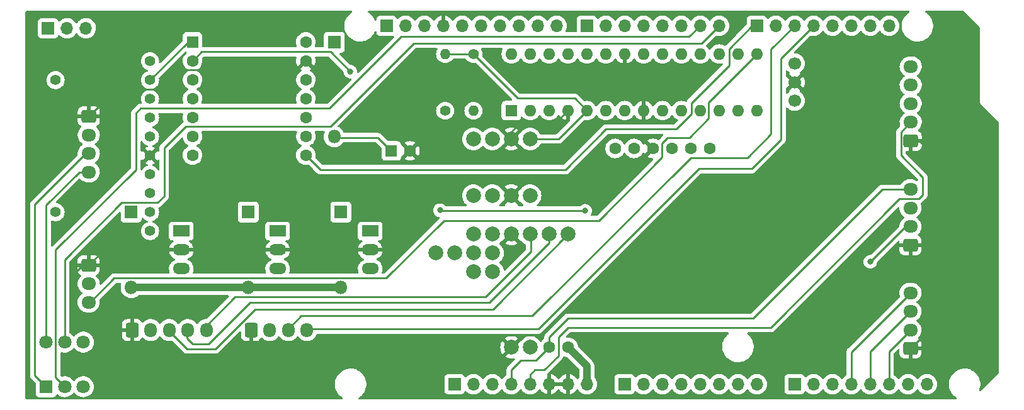
<source format=gbr>
%TF.GenerationSoftware,KiCad,Pcbnew,(6.0.9)*%
%TF.CreationDate,2023-06-09T23:35:08+09:00*%
%TF.ProjectId,PCB_Main,5043425f-4d61-4696-9e2e-6b696361645f,rev?*%
%TF.SameCoordinates,Original*%
%TF.FileFunction,Copper,L2,Bot*%
%TF.FilePolarity,Positive*%
%FSLAX46Y46*%
G04 Gerber Fmt 4.6, Leading zero omitted, Abs format (unit mm)*
G04 Created by KiCad (PCBNEW (6.0.9)) date 2023-06-09 23:35:08*
%MOMM*%
%LPD*%
G01*
G04 APERTURE LIST*
G04 Aperture macros list*
%AMRoundRect*
0 Rectangle with rounded corners*
0 $1 Rounding radius*
0 $2 $3 $4 $5 $6 $7 $8 $9 X,Y pos of 4 corners*
0 Add a 4 corners polygon primitive as box body*
4,1,4,$2,$3,$4,$5,$6,$7,$8,$9,$2,$3,0*
0 Add four circle primitives for the rounded corners*
1,1,$1+$1,$2,$3*
1,1,$1+$1,$4,$5*
1,1,$1+$1,$6,$7*
1,1,$1+$1,$8,$9*
0 Add four rect primitives between the rounded corners*
20,1,$1+$1,$2,$3,$4,$5,0*
20,1,$1+$1,$4,$5,$6,$7,0*
20,1,$1+$1,$6,$7,$8,$9,0*
20,1,$1+$1,$8,$9,$2,$3,0*%
G04 Aperture macros list end*
%TA.AperFunction,ComponentPad*%
%ADD10R,1.600000X1.600000*%
%TD*%
%TA.AperFunction,ComponentPad*%
%ADD11C,1.600000*%
%TD*%
%TA.AperFunction,ComponentPad*%
%ADD12RoundRect,0.250000X0.725000X-0.600000X0.725000X0.600000X-0.725000X0.600000X-0.725000X-0.600000X0*%
%TD*%
%TA.AperFunction,ComponentPad*%
%ADD13O,1.950000X1.700000*%
%TD*%
%TA.AperFunction,ComponentPad*%
%ADD14R,1.800000X1.800000*%
%TD*%
%TA.AperFunction,ComponentPad*%
%ADD15O,1.800000X1.800000*%
%TD*%
%TA.AperFunction,ComponentPad*%
%ADD16O,1.600000X1.600000*%
%TD*%
%TA.AperFunction,ComponentPad*%
%ADD17R,2.300000X1.500000*%
%TD*%
%TA.AperFunction,ComponentPad*%
%ADD18O,2.300000X1.500000*%
%TD*%
%TA.AperFunction,ComponentPad*%
%ADD19RoundRect,0.250000X-0.600000X-0.725000X0.600000X-0.725000X0.600000X0.725000X-0.600000X0.725000X0*%
%TD*%
%TA.AperFunction,ComponentPad*%
%ADD20O,1.700000X1.950000*%
%TD*%
%TA.AperFunction,ComponentPad*%
%ADD21C,1.400000*%
%TD*%
%TA.AperFunction,ComponentPad*%
%ADD22O,1.400000X1.400000*%
%TD*%
%TA.AperFunction,ComponentPad*%
%ADD23C,2.000000*%
%TD*%
%TA.AperFunction,ComponentPad*%
%ADD24RoundRect,0.250000X-0.725000X0.600000X-0.725000X-0.600000X0.725000X-0.600000X0.725000X0.600000X0*%
%TD*%
%TA.AperFunction,ComponentPad*%
%ADD25C,1.700000*%
%TD*%
%TA.AperFunction,ComponentPad*%
%ADD26R,1.700000X1.700000*%
%TD*%
%TA.AperFunction,ComponentPad*%
%ADD27O,1.700000X1.700000*%
%TD*%
%TA.AperFunction,ComponentPad*%
%ADD28C,1.800000*%
%TD*%
%TA.AperFunction,ViaPad*%
%ADD29C,0.800000*%
%TD*%
%TA.AperFunction,Conductor*%
%ADD30C,0.250000*%
%TD*%
%TA.AperFunction,Conductor*%
%ADD31C,1.000000*%
%TD*%
G04 APERTURE END LIST*
D10*
%TO.P,U1,1,PA02_A0_D0*%
%TO.N,SD-CS*%
X92710000Y-51373000D03*
D11*
%TO.P,U1,2,PA4_A1_D1*%
%TO.N,L_SD*%
X92710000Y-53913000D03*
%TO.P,U1,3,PA10_A2_D2*%
%TO.N,unconnected-(U1-Pad3)*%
X92710000Y-56453000D03*
%TO.P,U1,4,PA11_A3_D3*%
%TO.N,unconnected-(U1-Pad4)*%
X92710000Y-58993000D03*
%TO.P,U1,5,PA8_A4_D4_SDA*%
%TO.N,unconnected-(U1-Pad5)*%
X92710000Y-61533000D03*
%TO.P,U1,6,PA9_A5_D5_SCL*%
%TO.N,unconnected-(U1-Pad6)*%
X92710000Y-64073000D03*
%TO.P,U1,7,PB08_A6_D6_TX*%
%TO.N,unconnected-(U1-Pad7)*%
X92710000Y-66613000D03*
%TO.P,U1,8,PB09_A7_D7_RX*%
%TO.N,DTSR*%
X107950000Y-66613000D03*
%TO.P,U1,9,PA7_A8_D8_SCK*%
%TO.N,SD-CLK*%
X107950000Y-64073000D03*
%TO.P,U1,10,PA5_A9_D9_MISO*%
%TO.N,SD-MISO*%
X107950000Y-61533000D03*
%TO.P,U1,11,PA6_A10_D10_MOSI*%
%TO.N,SD-MOSI*%
X107950000Y-58993000D03*
%TO.P,U1,12,3V3*%
%TO.N,RP3.3V*%
X107950000Y-56453000D03*
%TO.P,U1,13,GND*%
%TO.N,GND*%
X107950000Y-53913000D03*
%TO.P,U1,14,5V*%
%TO.N,Net-(D1-Pad1)*%
X107950000Y-51373000D03*
%TD*%
D12*
%TO.P,GPS-UART1,1,Pin_1*%
%TO.N,GND*%
X189260000Y-64690000D03*
D13*
%TO.P,GPS-UART1,2,Pin_2*%
%TO.N,5V*%
X189260000Y-62190000D03*
%TO.P,GPS-UART1,3,Pin_3*%
%TO.N,DTGR*%
X189260000Y-59690000D03*
%TO.P,GPS-UART1,4,Pin_4*%
%TO.N,DRGT*%
X189260000Y-57190000D03*
%TO.P,GPS-UART1,5,Pin_5*%
%TO.N,1PPS*%
X189260000Y-54690000D03*
%TD*%
D14*
%TO.P,D4,1,K*%
%TO.N,Net-(D4-Pad1)*%
X112661444Y-74295000D03*
D15*
%TO.P,D4,2,A*%
%TO.N,VCC*%
X112661444Y-84455000D03*
%TD*%
D10*
%TO.P,ATP3012,1,/RESET*%
%TO.N,unconnected-(ATP3012-Pad1)*%
X135570000Y-60620000D03*
D16*
%TO.P,ATP3012,2,RXD*%
%TO.N,unconnected-(ATP3012-Pad2)*%
X138110000Y-60620000D03*
%TO.P,ATP3012,3,TXD*%
%TO.N,unconnected-(ATP3012-Pad3)*%
X140650000Y-60620000D03*
%TO.P,ATP3012,4,SMOD0*%
%TO.N,GND*%
X143190000Y-60620000D03*
%TO.P,ATP3012,5,SMOD1*%
%TO.N,3.3V*%
X145730000Y-60620000D03*
%TO.P,ATP3012,6,/SLEEP*%
X148270000Y-60620000D03*
%TO.P,ATP3012,7,VCC*%
X150810000Y-60620000D03*
%TO.P,ATP3012,8,GND*%
%TO.N,GND*%
X153350000Y-60620000D03*
%TO.P,ATP3012,9,XTAL1*%
%TO.N,Net-(ATP3012-Pad9)*%
X155890000Y-60620000D03*
%TO.P,ATP3012,10,XTAL2*%
%TO.N,Net-(ATP3012-Pad10)*%
X158430000Y-60620000D03*
%TO.P,ATP3012,11,CLK16*%
%TO.N,3.3V*%
X160970000Y-60620000D03*
%TO.P,ATP3012,12,PMOD1*%
%TO.N,unconnected-(ATP3012-Pad12)*%
X163510000Y-60620000D03*
%TO.P,ATP3012,13,/PLAY*%
%TO.N,unconnected-(ATP3012-Pad13)*%
X166050000Y-60620000D03*
%TO.P,ATP3012,14,PMOD0*%
%TO.N,unconnected-(ATP3012-Pad14)*%
X168590000Y-60620000D03*
%TO.P,ATP3012,15,AOUT*%
%TO.N,Net-(ATP3012-Pad15)*%
X168590000Y-53000000D03*
%TO.P,ATP3012,16,/SS*%
%TO.N,unconnected-(ATP3012-Pad16)*%
X166050000Y-53000000D03*
%TO.P,ATP3012,17,MOSI*%
%TO.N,unconnected-(ATP3012-Pad17)*%
X163510000Y-53000000D03*
%TO.P,ATP3012,18,MISO*%
%TO.N,unconnected-(ATP3012-Pad18)*%
X160970000Y-53000000D03*
%TO.P,ATP3012,19,SCK*%
%TO.N,unconnected-(ATP3012-Pad19)*%
X158430000Y-53000000D03*
%TO.P,ATP3012,20,VCC*%
%TO.N,3.3V*%
X155890000Y-53000000D03*
%TO.P,ATP3012,21,I.C*%
%TO.N,unconnected-(ATP3012-Pad21)*%
X153350000Y-53000000D03*
%TO.P,ATP3012,22,GND*%
%TO.N,GND*%
X150810000Y-53000000D03*
%TO.P,ATP3012,23,PC0*%
%TO.N,unconnected-(ATP3012-Pad23)*%
X148270000Y-53000000D03*
%TO.P,ATP3012,24,PC1*%
%TO.N,unconnected-(ATP3012-Pad24)*%
X145730000Y-53000000D03*
%TO.P,ATP3012,25,PC2*%
%TO.N,unconnected-(ATP3012-Pad25)*%
X143190000Y-53000000D03*
%TO.P,ATP3012,26,PC3*%
%TO.N,unconnected-(ATP3012-Pad26)*%
X140650000Y-53000000D03*
%TO.P,ATP3012,27,SDA*%
%TO.N,SDA1*%
X138110000Y-53000000D03*
%TO.P,ATP3012,28,SCL*%
%TO.N,SCL1*%
X135570000Y-53000000D03*
%TD*%
D17*
%TO.P,M78AR05-2,1,IN*%
%TO.N,Net-(D4-Pad1)*%
X116598444Y-76835000D03*
D18*
%TO.P,M78AR05-2,2,GND*%
%TO.N,GND*%
X116598444Y-79375000D03*
%TO.P,M78AR05-2,3,OUT*%
%TO.N,Net-(M78AR05-2-Pad3)*%
X116598444Y-81915000D03*
%TD*%
D12*
%TO.P,LED2,1,Pin_1*%
%TO.N,GND*%
X189230000Y-78740000D03*
D13*
%TO.P,LED2,2,Pin_2*%
%TO.N,L_SD*%
X189230000Y-76240000D03*
%TO.P,LED2,3,Pin_3*%
%TO.N,1PPS*%
X189230000Y-73740000D03*
%TO.P,LED2,4,Pin_4*%
%TO.N,3.3V*%
X189230000Y-71240000D03*
%TD*%
D19*
%TO.P,ICS-UART1,1,Pin_1*%
%TO.N,GND*%
X84582000Y-90170000D03*
D20*
%TO.P,ICS-UART1,2,Pin_2*%
%TO.N,Net-(ICS-UART1-Pad2)*%
X87082000Y-90170000D03*
%TO.P,ICS-UART1,3,Pin_3*%
%TO.N,ITXR*%
X89582000Y-90170000D03*
%TO.P,ICS-UART1,4,Pin_4*%
%TO.N,IRXT*%
X92082000Y-90170000D03*
%TO.P,ICS-UART1,5,Pin_5*%
%TO.N,EN*%
X94582000Y-90170000D03*
%TD*%
D21*
%TO.P,R2,1*%
%TO.N,SDA1*%
X126670000Y-60630000D03*
D22*
%TO.P,R2,2*%
%TO.N,3.3V*%
X126670000Y-53010000D03*
%TD*%
D19*
%TO.P,Under-UART1,1,Pin_1*%
%TO.N,GND*%
X100584000Y-90170000D03*
D20*
%TO.P,Under-UART1,2,Pin_2*%
%TO.N,Net-(M78AR05-2-Pad3)*%
X103084000Y-90170000D03*
%TO.P,Under-UART1,3,Pin_3*%
%TO.N,DTUR*%
X105584000Y-90170000D03*
%TO.P,Under-UART1,4,Pin_4*%
%TO.N,DRUT*%
X108084000Y-90170000D03*
%TD*%
D23*
%TO.P,ICS-board1,1,ITXR*%
%TO.N,ITXR*%
X143220000Y-77260000D03*
%TO.P,ICS-board1,2,IRXT*%
%TO.N,IRXT*%
X140680000Y-77260000D03*
%TO.P,ICS-board1,3,EN*%
%TO.N,EN*%
X138140000Y-77260000D03*
%TO.P,ICS-board1,4,GND*%
%TO.N,GND*%
X135600000Y-77260000D03*
%TO.P,ICS-board1,5,GND*%
X135600000Y-92500000D03*
%TO.P,ICS-board1,6,NC*%
%TO.N,unconnected-(ICS-board1-Pad6)*%
X138140000Y-92500000D03*
D11*
%TO.P,ICS-board1,7,IOREF*%
%TO.N,3.3V*%
X140680000Y-92500000D03*
%TO.P,ICS-board1,8,VOUT*%
%TO.N,VCC*%
X143220000Y-92500000D03*
D23*
%TO.P,ICS-board1,9,GND*%
%TO.N,unconnected-(ICS-board1-Pad9)*%
X133060000Y-77260000D03*
%TO.P,ICS-board1,10,POW*%
%TO.N,unconnected-(ICS-board1-Pad10)*%
X133060000Y-79800000D03*
%TO.P,ICS-board1,11,ICS1*%
%TO.N,unconnected-(ICS-board1-Pad11)*%
X133060000Y-82340000D03*
%TO.P,ICS-board1,12,GND*%
%TO.N,unconnected-(ICS-board1-Pad12)*%
X130520000Y-77260000D03*
%TO.P,ICS-board1,13,POW*%
%TO.N,unconnected-(ICS-board1-Pad13)*%
X130520000Y-79800000D03*
%TO.P,ICS-board1,14,ICS2*%
%TO.N,unconnected-(ICS-board1-Pad14)*%
X130520000Y-82340000D03*
%TO.P,ICS-board1,15,POW*%
%TO.N,unconnected-(ICS-board1-Pad15)*%
X127980000Y-79800000D03*
%TO.P,ICS-board1,16,GND*%
%TO.N,unconnected-(ICS-board1-Pad16)*%
X125440000Y-79800000D03*
%TD*%
D24*
%TO.P,Air-UART1,1,Pin_1*%
%TO.N,GND*%
X78761000Y-61401000D03*
D13*
%TO.P,Air-UART1,2,Pin_2*%
%TO.N,Net-(Air-UART1-Pad2)*%
X78761000Y-63901000D03*
%TO.P,Air-UART1,3,Pin_3*%
%TO.N,DTAR*%
X78761000Y-66401000D03*
%TO.P,Air-UART1,4,Pin_4*%
%TO.N,DRAT*%
X78761000Y-68901000D03*
%TD*%
D14*
%TO.P,D2,1,K*%
%TO.N,Net-(D2-Pad1)*%
X100215444Y-74295000D03*
D15*
%TO.P,D2,2,A*%
%TO.N,VCC*%
X100215444Y-84455000D03*
%TD*%
D21*
%TO.P,R1,1*%
%TO.N,3.3V*%
X130480000Y-53010000D03*
D22*
%TO.P,R1,2*%
%TO.N,SCL1*%
X130480000Y-60630000D03*
%TD*%
D25*
%TO.P,Y1,1,1*%
%TO.N,Net-(ATP3012-Pad9)*%
X173660000Y-54280000D03*
%TO.P,Y1,2,2*%
%TO.N,GND*%
X173660000Y-56780000D03*
%TO.P,Y1,3,3*%
%TO.N,Net-(ATP3012-Pad10)*%
X173660000Y-59280000D03*
%TD*%
D24*
%TO.P,Speaker1,1,Pin_1*%
%TO.N,GND*%
X78740000Y-81447000D03*
D13*
%TO.P,Speaker1,2,Pin_2*%
%TO.N,5V*%
X78740000Y-83947000D03*
%TO.P,Speaker1,3,Pin_3*%
%TO.N,Net-(ATP3012-Pad15)*%
X78740000Y-86447000D03*
%TD*%
D17*
%TO.P,M78AR05-3,1,IN*%
%TO.N,Net-(D3-Pad1)*%
X91198444Y-76835000D03*
D18*
%TO.P,M78AR05-3,2,GND*%
%TO.N,GND*%
X91198444Y-79375000D03*
%TO.P,M78AR05-3,3,OUT*%
%TO.N,Net-(Air-UART1-Pad2)*%
X91198444Y-81915000D03*
%TD*%
D10*
%TO.P,C1,1*%
%TO.N,5V*%
X119444888Y-66040000D03*
D11*
%TO.P,C1,2*%
%TO.N,GND*%
X121944888Y-66040000D03*
%TD*%
%TO.P,DPS310,1,VCC*%
%TO.N,3.3V*%
X149530000Y-65710000D03*
%TO.P,DPS310,2,SDI*%
%TO.N,SDA*%
X152070000Y-65710000D03*
%TO.P,DPS310,3,GND*%
%TO.N,GND*%
X154610000Y-65710000D03*
%TO.P,DPS310,4,SDO*%
%TO.N,unconnected-(DPS310-Pad4)*%
X157150000Y-65710000D03*
%TO.P,DPS310,5,CSK*%
%TO.N,SCL*%
X159690000Y-65710000D03*
%TO.P,DPS310,6,CS*%
%TO.N,unconnected-(DPS310-Pad6)*%
X162230000Y-65710000D03*
%TD*%
D17*
%TO.P,M78AR05-1,1,IN*%
%TO.N,Net-(D2-Pad1)*%
X104152444Y-76835000D03*
D18*
%TO.P,M78AR05-1,2,GND*%
%TO.N,GND*%
X104152444Y-79375000D03*
%TO.P,M78AR05-1,3,OUT*%
%TO.N,Net-(ICS-UART1-Pad2)*%
X104152444Y-81915000D03*
%TD*%
D14*
%TO.P,D3,1,K*%
%TO.N,Net-(D3-Pad1)*%
X84455000Y-74295000D03*
D15*
%TO.P,D3,2,A*%
%TO.N,VCC*%
X84455000Y-84455000D03*
%TD*%
D23*
%TO.P,AE-BNO55,1,VIN*%
%TO.N,3.3V*%
X138100000Y-64440000D03*
%TO.P,AE-BNO55,2,GND*%
%TO.N,GND*%
X135560000Y-64440000D03*
%TO.P,AE-BNO55,3,SDA*%
%TO.N,SDA*%
X133020000Y-64440000D03*
%TO.P,AE-BNO55,4,SCL*%
%TO.N,SCL*%
X130480000Y-64440000D03*
%TO.P,AE-BNO55,5,RESET*%
%TO.N,unconnected-(AE-BNO55-Pad5)*%
X130480000Y-72060000D03*
%TO.P,AE-BNO55,6,INT*%
%TO.N,unconnected-(AE-BNO55-Pad6)*%
X133020000Y-72060000D03*
%TO.P,AE-BNO55,7,GND*%
%TO.N,GND*%
X135560000Y-72060000D03*
%TO.P,AE-BNO55,8,VOUT*%
%TO.N,unconnected-(AE-BNO55-Pad8)*%
X138100000Y-72060000D03*
%TD*%
D14*
%TO.P,D1,1,K*%
%TO.N,Net-(D1-Pad1)*%
X111760000Y-51435000D03*
D15*
%TO.P,D1,2,A*%
%TO.N,5V*%
X111760000Y-64135000D03*
%TD*%
D12*
%TO.P,LED1,1,Pin_1*%
%TO.N,GND*%
X189230000Y-92650000D03*
D13*
%TO.P,LED1,2,Pin_2*%
%TO.N,L_ICS*%
X189230000Y-90150000D03*
%TO.P,LED1,3,Pin_3*%
%TO.N,L_Under*%
X189230000Y-87650000D03*
%TO.P,LED1,4,Pin_4*%
%TO.N,L_Air*%
X189230000Y-85150000D03*
%TD*%
D26*
%TO.P,J1,1,Pin_1*%
%TO.N,unconnected-(J1-Pad1)*%
X127940000Y-97460000D03*
D27*
%TO.P,J1,2,Pin_2*%
%TO.N,/IOREF*%
X130480000Y-97460000D03*
%TO.P,J1,3,Pin_3*%
%TO.N,/~{RESET}*%
X133020000Y-97460000D03*
%TO.P,J1,4,Pin_4*%
%TO.N,3.3V*%
X135560000Y-97460000D03*
%TO.P,J1,5,Pin_5*%
%TO.N,5V*%
X138100000Y-97460000D03*
%TO.P,J1,6,Pin_6*%
%TO.N,GND*%
X140640000Y-97460000D03*
%TO.P,J1,7,Pin_7*%
X143180000Y-97460000D03*
%TO.P,J1,8,Pin_8*%
%TO.N,VCC*%
X145720000Y-97460000D03*
%TD*%
D26*
%TO.P,J3,1,Pin_1*%
%TO.N,/A0*%
X150800000Y-97460000D03*
D27*
%TO.P,J3,2,Pin_2*%
%TO.N,/A1*%
X153340000Y-97460000D03*
%TO.P,J3,3,Pin_3*%
%TO.N,/A2*%
X155880000Y-97460000D03*
%TO.P,J3,4,Pin_4*%
%TO.N,/A3*%
X158420000Y-97460000D03*
%TO.P,J3,5,Pin_5*%
%TO.N,/A4*%
X160960000Y-97460000D03*
%TO.P,J3,6,Pin_6*%
%TO.N,/A5*%
X163500000Y-97460000D03*
%TO.P,J3,7,Pin_7*%
%TO.N,/A6*%
X166040000Y-97460000D03*
%TO.P,J3,8,Pin_8*%
%TO.N,/A7*%
X168580000Y-97460000D03*
%TD*%
D26*
%TO.P,J5,1,Pin_1*%
%TO.N,/A8*%
X173660000Y-97460000D03*
D27*
%TO.P,J5,2,Pin_2*%
%TO.N,/A9*%
X176200000Y-97460000D03*
%TO.P,J5,3,Pin_3*%
%TO.N,/A10*%
X178740000Y-97460000D03*
%TO.P,J5,4,Pin_4*%
%TO.N,L_Air*%
X181280000Y-97460000D03*
%TO.P,J5,5,Pin_5*%
%TO.N,L_Under*%
X183820000Y-97460000D03*
%TO.P,J5,6,Pin_6*%
%TO.N,L_ICS*%
X186360000Y-97460000D03*
%TO.P,J5,7,Pin_7*%
%TO.N,/A14*%
X188900000Y-97460000D03*
%TO.P,J5,8,Pin_8*%
%TO.N,/A15*%
X191440000Y-97460000D03*
%TD*%
D26*
%TO.P,J2,1,Pin_1*%
%TO.N,SCL1*%
X118796000Y-49200000D03*
D27*
%TO.P,J2,2,Pin_2*%
%TO.N,SDA1*%
X121336000Y-49200000D03*
%TO.P,J2,3,Pin_3*%
%TO.N,/AREF*%
X123876000Y-49200000D03*
%TO.P,J2,4,Pin_4*%
%TO.N,GND*%
X126416000Y-49200000D03*
%TO.P,J2,5,Pin_5*%
%TO.N,/\u002A13*%
X128956000Y-49200000D03*
%TO.P,J2,6,Pin_6*%
%TO.N,/\u002A12*%
X131496000Y-49200000D03*
%TO.P,J2,7,Pin_7*%
%TO.N,/\u002A11*%
X134036000Y-49200000D03*
%TO.P,J2,8,Pin_8*%
%TO.N,/\u002A10*%
X136576000Y-49200000D03*
%TO.P,J2,9,Pin_9*%
%TO.N,/\u002A9*%
X139116000Y-49200000D03*
%TO.P,J2,10,Pin_10*%
%TO.N,/\u002A8*%
X141656000Y-49200000D03*
%TD*%
D26*
%TO.P,J4,1,Pin_1*%
%TO.N,/\u002A7*%
X145720000Y-49200000D03*
D27*
%TO.P,J4,2,Pin_2*%
%TO.N,/\u002A6*%
X148260000Y-49200000D03*
%TO.P,J4,3,Pin_3*%
%TO.N,/\u002A5*%
X150800000Y-49200000D03*
%TO.P,J4,4,Pin_4*%
%TO.N,/\u002A4*%
X153340000Y-49200000D03*
%TO.P,J4,5,Pin_5*%
%TO.N,/\u002A3*%
X155880000Y-49200000D03*
%TO.P,J4,6,Pin_6*%
%TO.N,/\u002A2*%
X158420000Y-49200000D03*
%TO.P,J4,7,Pin_7*%
%TO.N,/TX0{slash}1*%
X160960000Y-49200000D03*
%TO.P,J4,8,Pin_8*%
%TO.N,/RX0{slash}0*%
X163500000Y-49200000D03*
%TD*%
D26*
%TO.P,J6,1,Pin_1*%
%TO.N,DTSR*%
X168580000Y-49200000D03*
D27*
%TO.P,J6,2,Pin_2*%
%TO.N,/RX3{slash}15*%
X171120000Y-49200000D03*
%TO.P,J6,3,Pin_3*%
%TO.N,DTUR*%
X173660000Y-49200000D03*
%TO.P,J6,4,Pin_4*%
%TO.N,DRUT*%
X176200000Y-49200000D03*
%TO.P,J6,5,Pin_5*%
%TO.N,DTGR*%
X178740000Y-49200000D03*
%TO.P,J6,6,Pin_6*%
%TO.N,DRGT*%
X181280000Y-49200000D03*
%TO.P,J6,7,Pin_7*%
%TO.N,SDA*%
X183820000Y-49200000D03*
%TO.P,J6,8,Pin_8*%
%TO.N,SCL*%
X186360000Y-49200000D03*
%TD*%
D26*
%TO.P,ICS-SW1,1,A*%
%TO.N,IRXT*%
X73294000Y-49530000D03*
D27*
%TO.P,ICS-SW1,2,B*%
%TO.N,/RX3{slash}15*%
X75834000Y-49530000D03*
%TO.P,ICS-SW1,3,C*%
%TO.N,unconnected-(ICS-SW1-Pad3)*%
X78374000Y-49530000D03*
%TD*%
D21*
%TO.P,AE-MICRO-SD-DIP1,1,DAT2*%
%TO.N,unconnected-(AE-MICRO-SD-DIP1-Pad1)*%
X86995000Y-53975000D03*
%TO.P,AE-MICRO-SD-DIP1,2,DAT3/CD*%
%TO.N,SD-CS*%
X86995000Y-56515000D03*
%TO.P,AE-MICRO-SD-DIP1,3,CMD*%
%TO.N,SD-MOSI*%
X86995000Y-59055000D03*
%TO.P,AE-MICRO-SD-DIP1,4,VDD*%
%TO.N,RP3.3V*%
X86995000Y-61595000D03*
%TO.P,AE-MICRO-SD-DIP1,5,CLK*%
%TO.N,SD-CLK*%
X86995000Y-64135000D03*
%TO.P,AE-MICRO-SD-DIP1,6,VSS*%
%TO.N,GND*%
X86995000Y-66675000D03*
%TO.P,AE-MICRO-SD-DIP1,7,DAT0*%
%TO.N,SD-MISO*%
X86995000Y-69215000D03*
%TO.P,AE-MICRO-SD-DIP1,8,DAT1*%
%TO.N,unconnected-(AE-MICRO-SD-DIP1-Pad8)*%
X86995000Y-71755000D03*
%TO.P,AE-MICRO-SD-DIP1,9,DET_B*%
%TO.N,unconnected-(AE-MICRO-SD-DIP1-Pad9)*%
X86995000Y-74295000D03*
%TO.P,AE-MICRO-SD-DIP1,10,DET_A*%
%TO.N,unconnected-(AE-MICRO-SD-DIP1-Pad10)*%
X86995000Y-76835000D03*
%TO.P,AE-MICRO-SD-DIP1,11,SHIELD*%
%TO.N,unconnected-(AE-MICRO-SD-DIP1-Pad11)*%
X74295000Y-74295000D03*
%TO.P,AE-MICRO-SD-DIP1,13*%
%TO.N,N/C*%
X74295000Y-56515000D03*
%TD*%
D14*
%TO.P,Serial-SW1,1,A*%
%TO.N,DTAR*%
X73025000Y-97790000D03*
D28*
%TO.P,Serial-SW1,2,B*%
%TO.N,/TX0{slash}1*%
X75525000Y-97790000D03*
%TO.P,Serial-SW1,3,C*%
%TO.N,unconnected-(Serial-SW1-Pad3)*%
X78025000Y-97790000D03*
%TO.P,Serial-SW1,4,A*%
%TO.N,DRAT*%
X73025000Y-91790000D03*
%TO.P,Serial-SW1,5,B*%
%TO.N,/RX0{slash}0*%
X75525000Y-91790000D03*
%TO.P,Serial-SW1,6,C*%
%TO.N,unconnected-(Serial-SW1-Pad6)*%
X78025000Y-91790000D03*
%TD*%
D29*
%TO.N,L_SD*%
X113919000Y-55372000D03*
X125984000Y-74041000D03*
X145484000Y-74110000D03*
X183832500Y-80962500D03*
%TD*%
D30*
%TO.N,Net-(ATP3012-Pad15)*%
X162095000Y-59495000D02*
X168590000Y-53000000D01*
X162095000Y-61679000D02*
X162095000Y-59495000D01*
X159512000Y-64262000D02*
X162095000Y-61679000D01*
X156591000Y-64262000D02*
X159512000Y-64262000D01*
X126492000Y-75438000D02*
X147320000Y-75438000D01*
X118745000Y-83185000D02*
X126492000Y-75438000D01*
X155829000Y-66929000D02*
X155829000Y-65024000D01*
X82169000Y-83185000D02*
X118745000Y-83185000D01*
X78907000Y-86447000D02*
X82169000Y-83185000D01*
X147320000Y-75438000D02*
X155829000Y-66929000D01*
X78740000Y-86447000D02*
X78907000Y-86447000D01*
X155829000Y-65024000D02*
X156591000Y-64262000D01*
%TO.N,L_SD*%
X145484000Y-74110000D02*
X126053000Y-74110000D01*
X126053000Y-74110000D02*
X125984000Y-74041000D01*
%TO.N,DTSR*%
X164846000Y-52299000D02*
X167945000Y-49200000D01*
X164846000Y-54503996D02*
X164846000Y-52299000D01*
X159766000Y-59583996D02*
X164846000Y-54503996D01*
X167945000Y-49200000D02*
X168580000Y-49200000D01*
X157734000Y-63119000D02*
X159766000Y-61087000D01*
X148311000Y-63119000D02*
X157734000Y-63119000D01*
X159766000Y-61087000D02*
X159766000Y-59583996D01*
X142850000Y-68580000D02*
X148311000Y-63119000D01*
X107950000Y-66613000D02*
X109917000Y-68580000D01*
X109917000Y-68580000D02*
X142850000Y-68580000D01*
%TO.N,L_SD*%
X93918000Y-52705000D02*
X92710000Y-53913000D01*
X111252000Y-52705000D02*
X93918000Y-52705000D01*
X113919000Y-55372000D02*
X111252000Y-52705000D01*
X183832500Y-80962500D02*
X188555000Y-76240000D01*
X188555000Y-76240000D02*
X189230000Y-76240000D01*
%TO.N,/TX0{slash}1*%
X159487000Y-50673000D02*
X160960000Y-49200000D01*
X85725000Y-60325000D02*
X111125000Y-60325000D01*
X85090000Y-60960000D02*
X85725000Y-60325000D01*
X120777000Y-50673000D02*
X159487000Y-50673000D01*
X74295000Y-79375000D02*
X85090000Y-68580000D01*
X85090000Y-68580000D02*
X85090000Y-60960000D01*
X74295000Y-96560000D02*
X74295000Y-79375000D01*
X75525000Y-97790000D02*
X74295000Y-96560000D01*
X111125000Y-60325000D02*
X120777000Y-50673000D01*
%TO.N,5V*%
X117666888Y-64262000D02*
X119444888Y-66040000D01*
X111760000Y-64135000D02*
X111887000Y-64262000D01*
X111887000Y-64262000D02*
X117666888Y-64262000D01*
%TO.N,/RX0{slash}0*%
X161138000Y-51562000D02*
X163500000Y-49200000D01*
X122428000Y-51562000D02*
X161138000Y-51562000D01*
X91821000Y-62738000D02*
X111252000Y-62738000D01*
X88900000Y-72136000D02*
X88900000Y-65659000D01*
X83185000Y-73025000D02*
X88011000Y-73025000D01*
X75525000Y-80685000D02*
X83185000Y-73025000D01*
X88900000Y-65659000D02*
X91821000Y-62738000D01*
X75525000Y-91790000D02*
X75525000Y-80685000D01*
X88011000Y-73025000D02*
X88900000Y-72136000D01*
X111252000Y-62738000D02*
X122428000Y-51562000D01*
%TO.N,GND*%
X106745000Y-55118000D02*
X107950000Y-53913000D01*
X88265000Y-57785000D02*
X90932000Y-55118000D01*
X90932000Y-55118000D02*
X106745000Y-55118000D01*
X78761000Y-61401000D02*
X82377000Y-57785000D01*
X82377000Y-57785000D02*
X88265000Y-57785000D01*
%TO.N,SD-CS*%
X92137000Y-51373000D02*
X92710000Y-51373000D01*
X86995000Y-56515000D02*
X92137000Y-51373000D01*
%TO.N,GND*%
X135560000Y-63525000D02*
X136550000Y-62535000D01*
X133485000Y-94615000D02*
X106105000Y-94615000D01*
X77938000Y-81447000D02*
X76835000Y-82550000D01*
X116598444Y-79375000D02*
X104152444Y-79375000D01*
X135560000Y-64440000D02*
X135560000Y-63525000D01*
X135600000Y-92500000D02*
X133485000Y-94615000D01*
X141275000Y-62535000D02*
X143190000Y-60620000D01*
X189260000Y-64690000D02*
X190420000Y-64690000D01*
X191770000Y-90110000D02*
X189230000Y-92650000D01*
X191770000Y-66040000D02*
X191770000Y-78740000D01*
X100584000Y-94615000D02*
X100584000Y-90170000D01*
X76835000Y-82550000D02*
X76835000Y-88265000D01*
X80812000Y-79375000D02*
X78740000Y-81447000D01*
X104152444Y-79375000D02*
X91706444Y-79375000D01*
X136550000Y-62535000D02*
X141275000Y-62535000D01*
X106105000Y-94615000D02*
X85090000Y-94615000D01*
X84582000Y-94615000D02*
X85090000Y-94615000D01*
X189230000Y-78740000D02*
X191770000Y-78740000D01*
X78740000Y-81447000D02*
X77938000Y-81447000D01*
X83185000Y-94615000D02*
X84582000Y-94615000D01*
X91198444Y-79375000D02*
X80812000Y-79375000D01*
X191770000Y-78740000D02*
X191770000Y-90110000D01*
X84582000Y-90170000D02*
X84582000Y-94615000D01*
X190420000Y-64690000D02*
X191770000Y-66040000D01*
X101600000Y-94615000D02*
X100584000Y-94615000D01*
X76835000Y-88265000D02*
X83185000Y-94615000D01*
%TO.N,IRXT*%
X91955000Y-89641000D02*
X91955000Y-91320000D01*
X91955000Y-91320000D02*
X92710000Y-92075000D01*
X140680000Y-78395000D02*
X140680000Y-77260000D01*
X100411701Y-86487000D02*
X132588000Y-86487000D01*
X92710000Y-92075000D02*
X94823701Y-92075000D01*
X132588000Y-86487000D02*
X140680000Y-78395000D01*
X94823701Y-92075000D02*
X100411701Y-86487000D01*
%TO.N,DTAR*%
X71501000Y-96266000D02*
X73025000Y-97790000D01*
X78761000Y-66401000D02*
X78379000Y-66401000D01*
X78379000Y-66401000D02*
X71501000Y-73279000D01*
X71501000Y-73279000D02*
X71501000Y-96266000D01*
%TO.N,DRAT*%
X73025000Y-73342500D02*
X73025000Y-91790000D01*
X78761000Y-68901000D02*
X77466500Y-68901000D01*
X77466500Y-68901000D02*
X73025000Y-73342500D01*
%TO.N,DTUR*%
X105584000Y-90170000D02*
X105497000Y-90083000D01*
X138405000Y-88265000D02*
X159690000Y-66980000D01*
X167310000Y-66980000D02*
X170485000Y-63805000D01*
X105497000Y-90083000D02*
X107315000Y-88265000D01*
X170485000Y-52375000D02*
X173660000Y-49200000D01*
X107315000Y-88265000D02*
X138405000Y-88265000D01*
X159690000Y-66980000D02*
X167310000Y-66980000D01*
X170485000Y-63805000D02*
X170485000Y-52375000D01*
D31*
%TO.N,VCC*%
X145669000Y-94949000D02*
X145669000Y-94996000D01*
X145669000Y-94996000D02*
X145720000Y-95047000D01*
X100215444Y-84455000D02*
X84455000Y-84455000D01*
X145720000Y-95047000D02*
X145720000Y-97460000D01*
X143220000Y-92500000D02*
X145669000Y-94949000D01*
X100215444Y-84455000D02*
X112661444Y-84455000D01*
D30*
%TO.N,ITXR*%
X101092000Y-87376000D02*
X95758000Y-92710000D01*
X133104000Y-87376000D02*
X101092000Y-87376000D01*
X91995000Y-92710000D02*
X89455000Y-90170000D01*
X95758000Y-92710000D02*
X91995000Y-92710000D01*
X143220000Y-77260000D02*
X133104000Y-87376000D01*
%TO.N,EN*%
X94582000Y-89568000D02*
X94582000Y-90170000D01*
X132080000Y-85725000D02*
X98425000Y-85725000D01*
X138176000Y-77296000D02*
X138176000Y-79629000D01*
X98425000Y-85725000D02*
X94582000Y-89568000D01*
X138140000Y-77260000D02*
X138176000Y-77296000D01*
X138176000Y-79629000D02*
X132080000Y-85725000D01*
%TO.N,DRUT*%
X108084000Y-90170000D02*
X108211000Y-90043000D01*
X167894000Y-68453000D02*
X171831000Y-64516000D01*
X160782000Y-68453000D02*
X167894000Y-68453000D01*
X108211000Y-90043000D02*
X139192000Y-90043000D01*
X139192000Y-90043000D02*
X160782000Y-68453000D01*
X171831000Y-64516000D02*
X171831000Y-53569000D01*
X171831000Y-53569000D02*
X176200000Y-49200000D01*
%TO.N,5V*%
X190322201Y-72517000D02*
X187757200Y-72517000D01*
X141910000Y-91110000D02*
X141910000Y-93650000D01*
X187960000Y-63490000D02*
X187960000Y-66675000D01*
X190881000Y-69596000D02*
X190881000Y-71958201D01*
X138735000Y-95555000D02*
X138100000Y-96190000D01*
X187960000Y-66675000D02*
X190881000Y-69596000D01*
X187757200Y-72517000D02*
X170434200Y-89840000D01*
X140005000Y-95555000D02*
X138735000Y-95555000D01*
X138100000Y-96190000D02*
X138100000Y-97460000D01*
X190881000Y-71958201D02*
X190322201Y-72517000D01*
X143180000Y-89840000D02*
X141910000Y-91110000D01*
X141910000Y-93650000D02*
X140005000Y-95555000D01*
X189260000Y-62190000D02*
X187960000Y-63490000D01*
X170434200Y-89840000D02*
X143180000Y-89840000D01*
%TO.N,3.3V*%
X140680000Y-91150000D02*
X140640000Y-91110000D01*
X135560000Y-95555000D02*
X136830000Y-94285000D01*
X145730000Y-60620000D02*
X141910000Y-64440000D01*
X185452400Y-71240000D02*
X189230000Y-71240000D01*
X135560000Y-97460000D02*
X135560000Y-95555000D01*
X138895000Y-94285000D02*
X140680000Y-92500000D01*
X136448800Y-58978800D02*
X144088800Y-58978800D01*
X141910000Y-64440000D02*
X138100000Y-64440000D01*
X130480000Y-53010000D02*
X136448800Y-58978800D01*
X136830000Y-94285000D02*
X138895000Y-94285000D01*
X130480000Y-53010000D02*
X126670000Y-53010000D01*
X140680000Y-92500000D02*
X140680000Y-91150000D01*
X168122400Y-88570000D02*
X185452400Y-71240000D01*
X144088800Y-58978800D02*
X145730000Y-60620000D01*
X143180000Y-88570000D02*
X168122400Y-88570000D01*
X140640000Y-91110000D02*
X143180000Y-88570000D01*
%TO.N,L_Air*%
X181280000Y-93100000D02*
X189230000Y-85150000D01*
X181280000Y-97460000D02*
X181280000Y-93100000D01*
%TO.N,L_ICS*%
X186360000Y-97460000D02*
X186360000Y-93020000D01*
X186360000Y-93020000D02*
X189230000Y-90150000D01*
%TO.N,L_Under*%
X183820000Y-93060000D02*
X189230000Y-87650000D01*
X183820000Y-97460000D02*
X183820000Y-93060000D01*
%TD*%
%TA.AperFunction,Conductor*%
%TO.N,GND*%
G36*
X114133264Y-47188502D02*
G01*
X114179757Y-47242158D01*
X114189861Y-47312432D01*
X114160367Y-47377012D01*
X114137594Y-47397587D01*
X114125163Y-47406324D01*
X113909977Y-47557559D01*
X113699378Y-47753260D01*
X113517287Y-47975732D01*
X113367073Y-48220858D01*
X113365347Y-48224791D01*
X113365346Y-48224792D01*
X113313835Y-48342138D01*
X113251517Y-48484102D01*
X113250342Y-48488229D01*
X113250341Y-48488230D01*
X113246967Y-48500074D01*
X113172756Y-48760594D01*
X113132249Y-49045216D01*
X113132227Y-49049505D01*
X113132226Y-49049512D01*
X113130765Y-49328417D01*
X113130743Y-49332703D01*
X113168268Y-49617734D01*
X113244129Y-49895036D01*
X113245813Y-49898984D01*
X113350585Y-50144616D01*
X113356923Y-50159476D01*
X113504561Y-50406161D01*
X113684313Y-50630528D01*
X113795543Y-50736081D01*
X113820051Y-50759338D01*
X113892851Y-50828423D01*
X114126317Y-50996186D01*
X114130112Y-50998195D01*
X114130113Y-50998196D01*
X114151869Y-51009715D01*
X114380392Y-51130712D01*
X114404674Y-51139598D01*
X114604151Y-51212596D01*
X114650373Y-51229511D01*
X114931264Y-51290755D01*
X114959841Y-51293004D01*
X115154282Y-51308307D01*
X115154291Y-51308307D01*
X115156739Y-51308500D01*
X115312271Y-51308500D01*
X115314407Y-51308354D01*
X115314418Y-51308354D01*
X115522548Y-51294165D01*
X115522554Y-51294164D01*
X115526825Y-51293873D01*
X115531020Y-51293004D01*
X115531022Y-51293004D01*
X115667584Y-51264723D01*
X115808342Y-51235574D01*
X116079343Y-51139607D01*
X116334812Y-51007750D01*
X116338313Y-51005289D01*
X116338317Y-51005287D01*
X116500792Y-50891097D01*
X116570023Y-50842441D01*
X116701798Y-50719988D01*
X116777479Y-50649661D01*
X116777481Y-50649658D01*
X116780622Y-50646740D01*
X116962713Y-50424268D01*
X117112927Y-50179142D01*
X117116927Y-50170031D01*
X117196127Y-49989607D01*
X117241823Y-49935271D01*
X117309641Y-49914266D01*
X117378049Y-49933260D01*
X117425329Y-49986224D01*
X117437500Y-50040252D01*
X117437500Y-50098134D01*
X117444255Y-50160316D01*
X117495385Y-50296705D01*
X117582739Y-50413261D01*
X117699295Y-50500615D01*
X117835684Y-50551745D01*
X117897866Y-50558500D01*
X119691405Y-50558500D01*
X119759526Y-50578502D01*
X119806019Y-50632158D01*
X119816123Y-50702432D01*
X119786629Y-50767012D01*
X119780500Y-50773595D01*
X115043043Y-55511052D01*
X114980731Y-55545078D01*
X114909916Y-55540013D01*
X114853080Y-55497466D01*
X114828269Y-55430946D01*
X114828638Y-55408788D01*
X114831814Y-55378567D01*
X114831814Y-55378565D01*
X114832504Y-55372000D01*
X114824018Y-55291256D01*
X114813232Y-55188635D01*
X114813232Y-55188633D01*
X114812542Y-55182072D01*
X114753527Y-55000444D01*
X114740245Y-54977438D01*
X114707416Y-54920577D01*
X114658040Y-54835056D01*
X114652621Y-54829037D01*
X114534675Y-54698045D01*
X114534674Y-54698044D01*
X114530253Y-54693134D01*
X114430266Y-54620489D01*
X114381094Y-54584763D01*
X114381093Y-54584762D01*
X114375752Y-54580882D01*
X114369724Y-54578198D01*
X114369722Y-54578197D01*
X114207319Y-54505891D01*
X114207318Y-54505891D01*
X114201288Y-54503206D01*
X114092278Y-54480035D01*
X114020944Y-54464872D01*
X114020939Y-54464872D01*
X114014487Y-54463500D01*
X113958594Y-54463500D01*
X113890473Y-54443498D01*
X113869499Y-54426595D01*
X112501500Y-53058595D01*
X112467474Y-52996283D01*
X112472539Y-52925467D01*
X112515086Y-52868632D01*
X112581606Y-52843821D01*
X112590595Y-52843500D01*
X112708134Y-52843500D01*
X112770316Y-52836745D01*
X112906705Y-52785615D01*
X113023261Y-52698261D01*
X113110615Y-52581705D01*
X113161745Y-52445316D01*
X113168500Y-52383134D01*
X113168500Y-50486866D01*
X113161745Y-50424684D01*
X113110615Y-50288295D01*
X113023261Y-50171739D01*
X112906705Y-50084385D01*
X112770316Y-50033255D01*
X112708134Y-50026500D01*
X110811866Y-50026500D01*
X110749684Y-50033255D01*
X110613295Y-50084385D01*
X110496739Y-50171739D01*
X110409385Y-50288295D01*
X110358255Y-50424684D01*
X110351500Y-50486866D01*
X110351500Y-51945500D01*
X110331498Y-52013621D01*
X110277842Y-52060114D01*
X110225500Y-52071500D01*
X109265834Y-52071500D01*
X109197713Y-52051498D01*
X109151220Y-51997842D01*
X109141116Y-51927568D01*
X109151639Y-51892250D01*
X109154032Y-51887120D01*
X109184284Y-51822243D01*
X109186821Y-51812777D01*
X109242119Y-51606402D01*
X109242119Y-51606400D01*
X109243543Y-51601087D01*
X109263498Y-51373000D01*
X109243543Y-51144913D01*
X109242119Y-51139598D01*
X109185707Y-50929067D01*
X109185706Y-50929065D01*
X109184284Y-50923757D01*
X109177169Y-50908498D01*
X109089849Y-50721238D01*
X109089846Y-50721233D01*
X109087523Y-50716251D01*
X108985938Y-50571173D01*
X108959357Y-50533211D01*
X108959355Y-50533208D01*
X108956198Y-50528700D01*
X108794300Y-50366802D01*
X108789792Y-50363645D01*
X108789789Y-50363643D01*
X108694191Y-50296705D01*
X108606749Y-50235477D01*
X108601767Y-50233154D01*
X108601762Y-50233151D01*
X108404225Y-50141039D01*
X108404224Y-50141039D01*
X108399243Y-50138716D01*
X108393935Y-50137294D01*
X108393933Y-50137293D01*
X108183402Y-50080881D01*
X108183400Y-50080881D01*
X108178087Y-50079457D01*
X107950000Y-50059502D01*
X107721913Y-50079457D01*
X107716600Y-50080881D01*
X107716598Y-50080881D01*
X107506067Y-50137293D01*
X107506065Y-50137294D01*
X107500757Y-50138716D01*
X107495776Y-50141039D01*
X107495775Y-50141039D01*
X107298238Y-50233151D01*
X107298233Y-50233154D01*
X107293251Y-50235477D01*
X107205809Y-50296705D01*
X107110211Y-50363643D01*
X107110208Y-50363645D01*
X107105700Y-50366802D01*
X106943802Y-50528700D01*
X106940645Y-50533208D01*
X106940643Y-50533211D01*
X106914062Y-50571173D01*
X106812477Y-50716251D01*
X106810154Y-50721233D01*
X106810151Y-50721238D01*
X106722831Y-50908498D01*
X106715716Y-50923757D01*
X106714294Y-50929065D01*
X106714293Y-50929067D01*
X106657881Y-51139598D01*
X106656457Y-51144913D01*
X106636502Y-51373000D01*
X106656457Y-51601087D01*
X106657881Y-51606400D01*
X106657881Y-51606402D01*
X106713180Y-51812777D01*
X106715716Y-51822243D01*
X106745969Y-51887120D01*
X106748361Y-51892250D01*
X106759022Y-51962441D01*
X106730042Y-52027254D01*
X106670623Y-52066111D01*
X106634166Y-52071500D01*
X94144500Y-52071500D01*
X94076379Y-52051498D01*
X94029886Y-51997842D01*
X94018500Y-51945500D01*
X94018500Y-50524866D01*
X94011745Y-50462684D01*
X93960615Y-50326295D01*
X93873261Y-50209739D01*
X93756705Y-50122385D01*
X93620316Y-50071255D01*
X93558134Y-50064500D01*
X91861866Y-50064500D01*
X91799684Y-50071255D01*
X91663295Y-50122385D01*
X91546739Y-50209739D01*
X91459385Y-50326295D01*
X91408255Y-50462684D01*
X91401500Y-50524866D01*
X91401500Y-51160406D01*
X91381498Y-51228527D01*
X91364595Y-51249501D01*
X88411583Y-54202512D01*
X88349271Y-54236538D01*
X88278455Y-54231473D01*
X88221620Y-54188926D01*
X88196809Y-54122406D01*
X88196967Y-54102435D01*
X88207637Y-53980475D01*
X88208116Y-53975000D01*
X88189686Y-53764345D01*
X88175809Y-53712555D01*
X88136379Y-53565400D01*
X88136378Y-53565398D01*
X88134956Y-53560090D01*
X88106324Y-53498688D01*
X88047912Y-53373423D01*
X88047910Y-53373420D01*
X88045589Y-53368442D01*
X87924301Y-53195224D01*
X87774776Y-53045699D01*
X87601558Y-52924411D01*
X87596580Y-52922090D01*
X87596577Y-52922088D01*
X87414892Y-52837367D01*
X87414891Y-52837366D01*
X87409910Y-52835044D01*
X87404602Y-52833622D01*
X87404600Y-52833621D01*
X87210970Y-52781738D01*
X87210968Y-52781738D01*
X87205655Y-52780314D01*
X86995000Y-52761884D01*
X86784345Y-52780314D01*
X86779032Y-52781738D01*
X86779030Y-52781738D01*
X86585400Y-52833621D01*
X86585398Y-52833622D01*
X86580090Y-52835044D01*
X86575109Y-52837366D01*
X86575108Y-52837367D01*
X86393423Y-52922088D01*
X86393420Y-52922090D01*
X86388442Y-52924411D01*
X86215224Y-53045699D01*
X86065699Y-53195224D01*
X85944411Y-53368442D01*
X85942090Y-53373420D01*
X85942088Y-53373423D01*
X85883676Y-53498688D01*
X85855044Y-53560090D01*
X85853622Y-53565398D01*
X85853621Y-53565400D01*
X85814191Y-53712555D01*
X85800314Y-53764345D01*
X85781884Y-53975000D01*
X85800314Y-54185655D01*
X85801738Y-54190968D01*
X85801738Y-54190970D01*
X85851146Y-54375361D01*
X85855044Y-54389910D01*
X85857366Y-54394891D01*
X85857367Y-54394892D01*
X85921247Y-54531882D01*
X85944411Y-54581558D01*
X86065699Y-54754776D01*
X86215224Y-54904301D01*
X86388442Y-55025589D01*
X86393420Y-55027910D01*
X86393423Y-55027912D01*
X86519606Y-55086752D01*
X86580090Y-55114956D01*
X86585398Y-55116378D01*
X86585400Y-55116379D01*
X86611204Y-55123293D01*
X86671827Y-55160245D01*
X86702848Y-55224106D01*
X86694420Y-55294600D01*
X86649217Y-55349347D01*
X86611204Y-55366707D01*
X86585400Y-55373621D01*
X86585398Y-55373622D01*
X86580090Y-55375044D01*
X86575109Y-55377366D01*
X86575108Y-55377367D01*
X86393423Y-55462088D01*
X86393420Y-55462090D01*
X86388442Y-55464411D01*
X86215224Y-55585699D01*
X86065699Y-55735224D01*
X85944411Y-55908442D01*
X85942090Y-55913420D01*
X85942088Y-55913423D01*
X85876187Y-56054749D01*
X85855044Y-56100090D01*
X85853622Y-56105398D01*
X85853621Y-56105400D01*
X85818062Y-56238109D01*
X85800314Y-56304345D01*
X85781884Y-56515000D01*
X85800314Y-56725655D01*
X85801738Y-56730968D01*
X85801738Y-56730970D01*
X85848966Y-56907225D01*
X85855044Y-56929910D01*
X85857366Y-56934891D01*
X85857367Y-56934892D01*
X85917028Y-57062834D01*
X85944411Y-57121558D01*
X86065699Y-57294776D01*
X86215224Y-57444301D01*
X86388442Y-57565589D01*
X86393420Y-57567910D01*
X86393423Y-57567912D01*
X86575108Y-57652633D01*
X86580090Y-57654956D01*
X86585398Y-57656378D01*
X86585400Y-57656379D01*
X86611204Y-57663293D01*
X86671827Y-57700245D01*
X86702848Y-57764106D01*
X86694420Y-57834600D01*
X86649217Y-57889347D01*
X86611204Y-57906707D01*
X86585400Y-57913621D01*
X86585398Y-57913622D01*
X86580090Y-57915044D01*
X86575109Y-57917366D01*
X86575108Y-57917367D01*
X86393423Y-58002088D01*
X86393420Y-58002090D01*
X86388442Y-58004411D01*
X86215224Y-58125699D01*
X86065699Y-58275224D01*
X85944411Y-58448442D01*
X85942090Y-58453420D01*
X85942088Y-58453423D01*
X85870623Y-58606680D01*
X85855044Y-58640090D01*
X85853622Y-58645398D01*
X85853621Y-58645400D01*
X85835627Y-58712555D01*
X85800314Y-58844345D01*
X85781884Y-59055000D01*
X85800314Y-59265655D01*
X85801738Y-59270968D01*
X85801738Y-59270970D01*
X85848966Y-59447225D01*
X85855044Y-59469910D01*
X85857367Y-59474892D01*
X85857369Y-59474897D01*
X85874100Y-59510776D01*
X85884762Y-59580968D01*
X85855783Y-59645781D01*
X85796363Y-59684637D01*
X85763865Y-59689965D01*
X85727510Y-59691108D01*
X85717000Y-59691438D01*
X85713044Y-59691500D01*
X85685144Y-59691500D01*
X85681154Y-59692004D01*
X85669320Y-59692936D01*
X85625111Y-59694326D01*
X85617495Y-59696539D01*
X85617493Y-59696539D01*
X85605652Y-59699979D01*
X85586293Y-59703988D01*
X85584983Y-59704154D01*
X85566203Y-59706526D01*
X85558837Y-59709442D01*
X85558831Y-59709444D01*
X85525098Y-59722800D01*
X85513868Y-59726645D01*
X85479017Y-59736770D01*
X85471407Y-59738981D01*
X85464584Y-59743016D01*
X85453966Y-59749295D01*
X85436213Y-59757992D01*
X85432377Y-59759511D01*
X85417383Y-59765448D01*
X85396620Y-59780533D01*
X85381612Y-59791437D01*
X85371695Y-59797951D01*
X85333638Y-59820458D01*
X85319317Y-59834779D01*
X85304284Y-59847619D01*
X85287893Y-59859528D01*
X85261516Y-59891413D01*
X85259712Y-59893593D01*
X85251722Y-59902374D01*
X84697742Y-60456353D01*
X84689463Y-60463887D01*
X84682982Y-60468000D01*
X84644163Y-60509338D01*
X84636357Y-60517651D01*
X84633602Y-60520493D01*
X84613865Y-60540230D01*
X84611385Y-60543427D01*
X84603682Y-60552447D01*
X84573414Y-60584679D01*
X84569595Y-60591625D01*
X84569593Y-60591628D01*
X84563652Y-60602434D01*
X84552801Y-60618953D01*
X84540386Y-60634959D01*
X84537241Y-60642228D01*
X84537238Y-60642232D01*
X84522826Y-60675537D01*
X84517609Y-60686187D01*
X84496305Y-60724940D01*
X84494334Y-60732615D01*
X84494334Y-60732616D01*
X84491267Y-60744562D01*
X84484863Y-60763266D01*
X84476819Y-60781855D01*
X84475580Y-60789678D01*
X84475577Y-60789688D01*
X84469901Y-60825524D01*
X84467495Y-60837144D01*
X84456500Y-60879970D01*
X84456500Y-60900224D01*
X84454949Y-60919934D01*
X84451780Y-60939943D01*
X84452526Y-60947835D01*
X84455941Y-60983961D01*
X84456500Y-60995819D01*
X84456500Y-68265405D01*
X84436498Y-68333526D01*
X84419595Y-68354500D01*
X73902747Y-78871348D01*
X73894461Y-78878888D01*
X73887982Y-78883000D01*
X73878807Y-78892771D01*
X73876351Y-78895386D01*
X73815138Y-78931352D01*
X73744198Y-78928515D01*
X73686054Y-78887775D01*
X73659165Y-78822067D01*
X73658500Y-78809134D01*
X73658500Y-75529408D01*
X73678502Y-75461287D01*
X73732158Y-75414794D01*
X73802432Y-75404690D01*
X73837749Y-75415213D01*
X73875103Y-75432631D01*
X73875108Y-75432633D01*
X73880090Y-75434956D01*
X73885398Y-75436378D01*
X73885400Y-75436379D01*
X74079030Y-75488262D01*
X74079032Y-75488262D01*
X74084345Y-75489686D01*
X74295000Y-75508116D01*
X74505655Y-75489686D01*
X74510968Y-75488262D01*
X74510970Y-75488262D01*
X74704600Y-75436379D01*
X74704602Y-75436378D01*
X74709910Y-75434956D01*
X74774816Y-75404690D01*
X74896577Y-75347912D01*
X74896580Y-75347910D01*
X74901558Y-75345589D01*
X75074776Y-75224301D01*
X75224301Y-75074776D01*
X75345589Y-74901558D01*
X75353578Y-74884427D01*
X75432633Y-74714892D01*
X75432634Y-74714891D01*
X75434956Y-74709910D01*
X75471849Y-74572226D01*
X75488262Y-74510970D01*
X75488262Y-74510968D01*
X75489686Y-74505655D01*
X75508116Y-74295000D01*
X75489686Y-74084345D01*
X75443987Y-73913794D01*
X75436379Y-73885400D01*
X75436378Y-73885398D01*
X75434956Y-73880090D01*
X75403753Y-73813175D01*
X75347912Y-73693423D01*
X75347910Y-73693420D01*
X75345589Y-73688442D01*
X75224301Y-73515224D01*
X75074776Y-73365699D01*
X74901558Y-73244411D01*
X74896580Y-73242090D01*
X74896577Y-73242088D01*
X74714892Y-73157367D01*
X74714891Y-73157366D01*
X74709910Y-73155044D01*
X74704602Y-73153622D01*
X74704600Y-73153621D01*
X74510970Y-73101738D01*
X74510968Y-73101738D01*
X74505655Y-73100314D01*
X74500179Y-73099835D01*
X74500174Y-73099834D01*
X74474563Y-73097594D01*
X74459828Y-73096305D01*
X74393711Y-73070442D01*
X74352071Y-73012939D01*
X74348130Y-72942052D01*
X74381715Y-72881689D01*
X77450230Y-69813174D01*
X77512542Y-69779148D01*
X77583357Y-69784213D01*
X77634490Y-69819688D01*
X77636063Y-69821500D01*
X77685477Y-69878445D01*
X77718699Y-69905685D01*
X77859627Y-70021240D01*
X77859633Y-70021244D01*
X77863755Y-70024624D01*
X77868391Y-70027263D01*
X77868394Y-70027265D01*
X77965843Y-70082736D01*
X78064114Y-70138675D01*
X78280825Y-70217337D01*
X78286074Y-70218286D01*
X78286077Y-70218287D01*
X78503608Y-70257623D01*
X78503615Y-70257624D01*
X78507692Y-70258361D01*
X78525414Y-70259197D01*
X78530356Y-70259430D01*
X78530363Y-70259430D01*
X78531844Y-70259500D01*
X78943890Y-70259500D01*
X79010809Y-70253822D01*
X79110409Y-70245371D01*
X79110413Y-70245370D01*
X79115720Y-70244920D01*
X79120875Y-70243582D01*
X79120881Y-70243581D01*
X79333703Y-70188343D01*
X79333707Y-70188342D01*
X79338872Y-70187001D01*
X79343738Y-70184809D01*
X79343741Y-70184808D01*
X79544202Y-70094507D01*
X79549075Y-70092312D01*
X79740319Y-69963559D01*
X79750341Y-69953999D01*
X79850548Y-69858405D01*
X79907135Y-69804424D01*
X79922173Y-69784213D01*
X79966210Y-69725025D01*
X80044754Y-69619458D01*
X80076945Y-69556144D01*
X80111340Y-69488492D01*
X80149240Y-69413949D01*
X80217607Y-69193773D01*
X80223321Y-69150659D01*
X80247198Y-68970511D01*
X80247198Y-68970506D01*
X80247898Y-68965226D01*
X80246534Y-68928878D01*
X80243573Y-68850034D01*
X80239249Y-68734842D01*
X80191907Y-68509209D01*
X80107224Y-68294779D01*
X80089400Y-68265405D01*
X79990390Y-68102243D01*
X79987623Y-68097683D01*
X79854629Y-67944420D01*
X79840023Y-67927588D01*
X79840021Y-67927586D01*
X79836523Y-67923555D01*
X79786259Y-67882341D01*
X79662373Y-67780760D01*
X79662367Y-67780756D01*
X79658245Y-67777376D01*
X79626750Y-67759448D01*
X79577445Y-67708368D01*
X79563583Y-67638738D01*
X79589566Y-67572667D01*
X79618716Y-67545427D01*
X79671229Y-67510073D01*
X79740319Y-67463559D01*
X79907135Y-67304424D01*
X80044754Y-67119458D01*
X80047384Y-67114287D01*
X80114327Y-66982617D01*
X80149240Y-66913949D01*
X80152162Y-66904541D01*
X80216024Y-66698871D01*
X80217607Y-66693773D01*
X80227587Y-66618475D01*
X80247198Y-66470511D01*
X80247198Y-66470506D01*
X80247898Y-66465226D01*
X80239249Y-66234842D01*
X80191907Y-66009209D01*
X80189948Y-66004248D01*
X80109185Y-65799744D01*
X80109184Y-65799742D01*
X80107224Y-65794779D01*
X80101415Y-65785205D01*
X79995521Y-65610699D01*
X79987623Y-65597683D01*
X79977439Y-65585947D01*
X79840023Y-65427588D01*
X79840021Y-65427586D01*
X79836523Y-65423555D01*
X79788727Y-65384365D01*
X79662373Y-65280760D01*
X79662367Y-65280756D01*
X79658245Y-65277376D01*
X79626750Y-65259448D01*
X79577445Y-65208368D01*
X79563583Y-65138738D01*
X79589566Y-65072667D01*
X79618716Y-65045427D01*
X79649616Y-65024624D01*
X79740319Y-64963559D01*
X79745781Y-64958349D01*
X79829541Y-64878445D01*
X79907135Y-64804424D01*
X79914139Y-64795011D01*
X80041568Y-64623740D01*
X80044754Y-64619458D01*
X80052497Y-64604230D01*
X80104342Y-64502256D01*
X80149240Y-64413949D01*
X80154658Y-64396502D01*
X80216024Y-64198871D01*
X80217607Y-64193773D01*
X80232155Y-64084011D01*
X80247198Y-63970511D01*
X80247198Y-63970506D01*
X80247898Y-63965226D01*
X80239249Y-63734842D01*
X80191907Y-63509209D01*
X80182176Y-63484568D01*
X80109185Y-63299744D01*
X80109184Y-63299742D01*
X80107224Y-63294779D01*
X80057746Y-63213241D01*
X79990390Y-63102243D01*
X79987623Y-63097683D01*
X79963801Y-63070230D01*
X79840023Y-62927588D01*
X79840021Y-62927586D01*
X79836523Y-62923555D01*
X79800471Y-62893994D01*
X79760476Y-62835334D01*
X79758545Y-62764364D01*
X79795290Y-62703616D01*
X79814059Y-62689416D01*
X79953807Y-62602937D01*
X79965208Y-62593901D01*
X80079739Y-62479171D01*
X80088751Y-62467760D01*
X80173816Y-62329757D01*
X80179963Y-62316576D01*
X80231138Y-62162290D01*
X80234005Y-62148914D01*
X80243672Y-62054562D01*
X80244000Y-62048146D01*
X80244000Y-61673115D01*
X80239525Y-61657876D01*
X80238135Y-61656671D01*
X80230452Y-61655000D01*
X77296116Y-61655000D01*
X77280877Y-61659475D01*
X77279672Y-61660865D01*
X77278001Y-61668548D01*
X77278001Y-62048095D01*
X77278338Y-62054614D01*
X77288257Y-62150206D01*
X77291149Y-62163600D01*
X77342588Y-62317784D01*
X77348761Y-62330962D01*
X77434063Y-62468807D01*
X77443099Y-62480208D01*
X77557829Y-62594739D01*
X77569243Y-62603753D01*
X77708713Y-62689723D01*
X77756207Y-62742495D01*
X77767631Y-62812566D01*
X77739357Y-62877690D01*
X77729574Y-62888149D01*
X77614865Y-62997576D01*
X77611682Y-63001854D01*
X77562895Y-63067426D01*
X77477246Y-63182542D01*
X77474830Y-63187293D01*
X77474828Y-63187297D01*
X77440437Y-63254940D01*
X77372760Y-63388051D01*
X77371178Y-63393145D01*
X77371177Y-63393148D01*
X77321621Y-63552743D01*
X77304393Y-63608227D01*
X77303692Y-63613516D01*
X77275655Y-63825057D01*
X77274102Y-63836774D01*
X77274302Y-63842103D01*
X77274302Y-63842105D01*
X77275010Y-63860964D01*
X77282751Y-64067158D01*
X77283846Y-64072377D01*
X77298134Y-64140475D01*
X77330093Y-64292791D01*
X77332051Y-64297750D01*
X77332052Y-64297752D01*
X77384446Y-64430420D01*
X77414776Y-64507221D01*
X77417543Y-64511780D01*
X77417544Y-64511783D01*
X77494654Y-64638856D01*
X77534377Y-64704317D01*
X77537874Y-64708347D01*
X77673709Y-64864883D01*
X77685477Y-64878445D01*
X77710992Y-64899366D01*
X77859627Y-65021240D01*
X77859633Y-65021244D01*
X77863755Y-65024624D01*
X77895250Y-65042552D01*
X77944555Y-65093632D01*
X77958417Y-65163262D01*
X77932434Y-65229333D01*
X77903284Y-65256573D01*
X77781681Y-65338441D01*
X77777824Y-65342120D01*
X77777822Y-65342122D01*
X77733540Y-65384365D01*
X77614865Y-65497576D01*
X77611682Y-65501854D01*
X77584907Y-65537841D01*
X77477246Y-65682542D01*
X77474830Y-65687293D01*
X77474828Y-65687297D01*
X77440899Y-65754032D01*
X77372760Y-65888051D01*
X77371178Y-65893145D01*
X77371177Y-65893148D01*
X77320158Y-66057456D01*
X77304393Y-66108227D01*
X77303692Y-66113516D01*
X77275404Y-66326951D01*
X77274102Y-66336774D01*
X77274302Y-66342103D01*
X77274302Y-66342105D01*
X77281925Y-66545165D01*
X77264493Y-66613988D01*
X77245109Y-66638987D01*
X71108747Y-72775348D01*
X71100461Y-72782888D01*
X71093982Y-72787000D01*
X71088557Y-72792777D01*
X71047357Y-72836651D01*
X71044602Y-72839493D01*
X71024865Y-72859230D01*
X71022385Y-72862427D01*
X71014682Y-72871447D01*
X70984414Y-72903679D01*
X70980595Y-72910625D01*
X70980593Y-72910628D01*
X70974652Y-72921434D01*
X70963801Y-72937953D01*
X70951386Y-72953959D01*
X70948241Y-72961228D01*
X70948238Y-72961232D01*
X70933826Y-72994537D01*
X70928609Y-73005187D01*
X70907305Y-73043940D01*
X70905334Y-73051615D01*
X70905334Y-73051616D01*
X70902267Y-73063562D01*
X70895863Y-73082266D01*
X70887819Y-73100855D01*
X70886580Y-73108678D01*
X70886577Y-73108688D01*
X70880901Y-73144524D01*
X70878495Y-73156144D01*
X70873682Y-73174891D01*
X70867500Y-73198970D01*
X70867500Y-73219224D01*
X70865949Y-73238934D01*
X70862780Y-73258943D01*
X70863526Y-73266835D01*
X70866941Y-73302961D01*
X70867500Y-73314819D01*
X70867500Y-96187233D01*
X70866973Y-96198416D01*
X70865298Y-96205909D01*
X70865547Y-96213835D01*
X70865547Y-96213836D01*
X70867438Y-96273986D01*
X70867500Y-96277945D01*
X70867500Y-96305856D01*
X70867997Y-96309790D01*
X70867997Y-96309791D01*
X70868005Y-96309856D01*
X70868938Y-96321693D01*
X70870327Y-96365889D01*
X70875978Y-96385339D01*
X70879987Y-96404700D01*
X70882526Y-96424797D01*
X70885445Y-96432168D01*
X70885445Y-96432170D01*
X70898804Y-96465912D01*
X70902649Y-96477142D01*
X70909043Y-96499150D01*
X70914982Y-96519593D01*
X70919015Y-96526412D01*
X70919017Y-96526417D01*
X70925293Y-96537028D01*
X70933988Y-96554776D01*
X70941448Y-96573617D01*
X70946110Y-96580033D01*
X70946110Y-96580034D01*
X70967436Y-96609387D01*
X70973952Y-96619307D01*
X70981824Y-96632617D01*
X70996458Y-96657362D01*
X71010779Y-96671683D01*
X71023619Y-96686716D01*
X71035528Y-96703107D01*
X71069605Y-96731298D01*
X71078384Y-96739288D01*
X71579595Y-97240499D01*
X71613621Y-97302811D01*
X71616500Y-97329594D01*
X71616500Y-98738134D01*
X71623255Y-98800316D01*
X71674385Y-98936705D01*
X71761739Y-99053261D01*
X71878295Y-99140615D01*
X72014684Y-99191745D01*
X72076866Y-99198500D01*
X73973134Y-99198500D01*
X74035316Y-99191745D01*
X74171705Y-99140615D01*
X74288261Y-99053261D01*
X74375615Y-98936705D01*
X74379549Y-98926212D01*
X74390686Y-98896504D01*
X74433328Y-98839739D01*
X74499890Y-98815040D01*
X74569239Y-98830248D01*
X74589150Y-98843788D01*
X74714349Y-98947730D01*
X74914322Y-99064584D01*
X74919147Y-99066426D01*
X74919148Y-99066427D01*
X74976750Y-99088423D01*
X75130694Y-99147209D01*
X75135760Y-99148240D01*
X75135761Y-99148240D01*
X75188846Y-99159040D01*
X75357656Y-99193385D01*
X75487089Y-99198131D01*
X75583949Y-99201683D01*
X75583953Y-99201683D01*
X75589113Y-99201872D01*
X75594233Y-99201216D01*
X75594235Y-99201216D01*
X75668166Y-99191745D01*
X75818847Y-99172442D01*
X75823795Y-99170957D01*
X75823802Y-99170956D01*
X76035747Y-99107369D01*
X76040690Y-99105886D01*
X76053681Y-99099522D01*
X76244049Y-99006262D01*
X76244052Y-99006260D01*
X76248684Y-99003991D01*
X76437243Y-98869494D01*
X76601303Y-98706005D01*
X76612527Y-98690386D01*
X76670370Y-98609888D01*
X76726365Y-98566240D01*
X76797068Y-98559794D01*
X76860033Y-98592597D01*
X76880128Y-98617584D01*
X76881799Y-98620311D01*
X76881804Y-98620317D01*
X76884501Y-98624719D01*
X77036147Y-98799784D01*
X77214349Y-98947730D01*
X77414322Y-99064584D01*
X77419147Y-99066426D01*
X77419148Y-99066427D01*
X77476750Y-99088423D01*
X77630694Y-99147209D01*
X77635760Y-99148240D01*
X77635761Y-99148240D01*
X77688846Y-99159040D01*
X77857656Y-99193385D01*
X77987089Y-99198131D01*
X78083949Y-99201683D01*
X78083953Y-99201683D01*
X78089113Y-99201872D01*
X78094233Y-99201216D01*
X78094235Y-99201216D01*
X78168166Y-99191745D01*
X78318847Y-99172442D01*
X78323795Y-99170957D01*
X78323802Y-99170956D01*
X78535747Y-99107369D01*
X78540690Y-99105886D01*
X78553681Y-99099522D01*
X78744049Y-99006262D01*
X78744052Y-99006260D01*
X78748684Y-99003991D01*
X78937243Y-98869494D01*
X79101303Y-98706005D01*
X79113280Y-98689338D01*
X79170370Y-98609888D01*
X79236458Y-98517917D01*
X79244734Y-98501173D01*
X79336784Y-98314922D01*
X79336785Y-98314920D01*
X79339078Y-98310280D01*
X79406408Y-98088671D01*
X79436640Y-97859041D01*
X79438327Y-97790000D01*
X79432032Y-97713434D01*
X79419773Y-97564318D01*
X79419772Y-97564312D01*
X79419349Y-97559167D01*
X79362925Y-97334533D01*
X79360866Y-97329797D01*
X79272630Y-97126868D01*
X79272628Y-97126865D01*
X79270570Y-97122131D01*
X79144764Y-96927665D01*
X78988887Y-96756358D01*
X78984836Y-96753159D01*
X78984832Y-96753155D01*
X78811177Y-96616011D01*
X78811172Y-96616008D01*
X78807123Y-96612810D01*
X78802607Y-96610317D01*
X78802604Y-96610315D01*
X78608879Y-96503373D01*
X78608875Y-96503371D01*
X78604355Y-96500876D01*
X78599486Y-96499152D01*
X78599482Y-96499150D01*
X78390903Y-96425288D01*
X78390899Y-96425287D01*
X78386028Y-96423562D01*
X78380935Y-96422655D01*
X78380932Y-96422654D01*
X78163095Y-96383851D01*
X78163089Y-96383850D01*
X78158006Y-96382945D01*
X78085096Y-96382054D01*
X77931581Y-96380179D01*
X77931579Y-96380179D01*
X77926411Y-96380116D01*
X77697464Y-96415150D01*
X77477314Y-96487106D01*
X77472726Y-96489494D01*
X77472722Y-96489496D01*
X77333701Y-96561866D01*
X77271872Y-96594052D01*
X77267739Y-96597155D01*
X77267736Y-96597157D01*
X77119897Y-96708158D01*
X77086655Y-96733117D01*
X76926639Y-96900564D01*
X76879836Y-96969174D01*
X76824927Y-97014175D01*
X76754402Y-97022346D01*
X76690655Y-96991092D01*
X76669959Y-96966609D01*
X76647577Y-96932013D01*
X76647574Y-96932009D01*
X76644764Y-96927665D01*
X76488887Y-96756358D01*
X76484836Y-96753159D01*
X76484832Y-96753155D01*
X76311177Y-96616011D01*
X76311172Y-96616008D01*
X76307123Y-96612810D01*
X76302607Y-96610317D01*
X76302604Y-96610315D01*
X76108879Y-96503373D01*
X76108875Y-96503371D01*
X76104355Y-96500876D01*
X76099486Y-96499152D01*
X76099482Y-96499150D01*
X75890903Y-96425288D01*
X75890899Y-96425287D01*
X75886028Y-96423562D01*
X75880935Y-96422655D01*
X75880932Y-96422654D01*
X75663095Y-96383851D01*
X75663089Y-96383850D01*
X75658006Y-96382945D01*
X75585096Y-96382054D01*
X75431581Y-96380179D01*
X75431579Y-96380179D01*
X75426411Y-96380116D01*
X75197464Y-96415150D01*
X75156885Y-96428413D01*
X75085922Y-96430563D01*
X75028647Y-96397742D01*
X74965405Y-96334500D01*
X74931379Y-96272188D01*
X74928500Y-96245405D01*
X74928500Y-93252988D01*
X74948502Y-93184867D01*
X75002158Y-93138374D01*
X75072432Y-93128270D01*
X75099448Y-93135278D01*
X75125858Y-93145363D01*
X75125866Y-93145365D01*
X75130694Y-93147209D01*
X75135760Y-93148240D01*
X75135761Y-93148240D01*
X75173520Y-93155922D01*
X75357656Y-93193385D01*
X75488324Y-93198176D01*
X75583949Y-93201683D01*
X75583953Y-93201683D01*
X75589113Y-93201872D01*
X75594233Y-93201216D01*
X75594235Y-93201216D01*
X75705494Y-93186963D01*
X75818847Y-93172442D01*
X75823795Y-93170957D01*
X75823802Y-93170956D01*
X76035747Y-93107369D01*
X76040690Y-93105886D01*
X76061078Y-93095898D01*
X76244049Y-93006262D01*
X76244052Y-93006260D01*
X76248684Y-93003991D01*
X76437243Y-92869494D01*
X76601303Y-92706005D01*
X76670370Y-92609888D01*
X76726365Y-92566240D01*
X76797068Y-92559794D01*
X76860033Y-92592597D01*
X76880128Y-92617584D01*
X76881799Y-92620311D01*
X76881804Y-92620317D01*
X76884501Y-92624719D01*
X77036147Y-92799784D01*
X77214349Y-92947730D01*
X77414322Y-93064584D01*
X77419147Y-93066426D01*
X77419148Y-93066427D01*
X77454543Y-93079943D01*
X77630694Y-93147209D01*
X77635760Y-93148240D01*
X77635761Y-93148240D01*
X77673520Y-93155922D01*
X77857656Y-93193385D01*
X77988324Y-93198176D01*
X78083949Y-93201683D01*
X78083953Y-93201683D01*
X78089113Y-93201872D01*
X78094233Y-93201216D01*
X78094235Y-93201216D01*
X78205494Y-93186963D01*
X78318847Y-93172442D01*
X78323795Y-93170957D01*
X78323802Y-93170956D01*
X78535747Y-93107369D01*
X78540690Y-93105886D01*
X78561078Y-93095898D01*
X78744049Y-93006262D01*
X78744052Y-93006260D01*
X78748684Y-93003991D01*
X78937243Y-92869494D01*
X79101303Y-92706005D01*
X79236458Y-92517917D01*
X79246779Y-92497035D01*
X79336784Y-92314922D01*
X79336785Y-92314920D01*
X79339078Y-92310280D01*
X79406408Y-92088671D01*
X79436640Y-91859041D01*
X79438327Y-91790000D01*
X79430032Y-91689103D01*
X79419773Y-91564318D01*
X79419772Y-91564312D01*
X79419349Y-91559167D01*
X79377643Y-91393126D01*
X79364184Y-91339544D01*
X79364183Y-91339540D01*
X79362925Y-91334533D01*
X79360866Y-91329797D01*
X79272630Y-91126868D01*
X79272628Y-91126865D01*
X79270570Y-91122131D01*
X79154099Y-90942095D01*
X83224001Y-90942095D01*
X83224338Y-90948614D01*
X83234257Y-91044206D01*
X83237149Y-91057600D01*
X83288588Y-91211784D01*
X83294761Y-91224962D01*
X83380063Y-91362807D01*
X83389099Y-91374208D01*
X83503829Y-91488739D01*
X83515240Y-91497751D01*
X83653243Y-91582816D01*
X83666424Y-91588963D01*
X83820710Y-91640138D01*
X83834086Y-91643005D01*
X83928438Y-91652672D01*
X83934854Y-91653000D01*
X84309885Y-91653000D01*
X84325124Y-91648525D01*
X84326329Y-91647135D01*
X84328000Y-91639452D01*
X84328000Y-90442115D01*
X84323525Y-90426876D01*
X84322135Y-90425671D01*
X84314452Y-90424000D01*
X83242116Y-90424000D01*
X83226877Y-90428475D01*
X83225672Y-90429865D01*
X83224001Y-90437548D01*
X83224001Y-90942095D01*
X79154099Y-90942095D01*
X79144764Y-90927665D01*
X78988887Y-90756358D01*
X78984836Y-90753159D01*
X78984832Y-90753155D01*
X78811177Y-90616011D01*
X78811172Y-90616008D01*
X78807123Y-90612810D01*
X78802607Y-90610317D01*
X78802604Y-90610315D01*
X78608879Y-90503373D01*
X78608875Y-90503371D01*
X78604355Y-90500876D01*
X78599486Y-90499152D01*
X78599482Y-90499150D01*
X78390903Y-90425288D01*
X78390899Y-90425287D01*
X78386028Y-90423562D01*
X78380935Y-90422655D01*
X78380932Y-90422654D01*
X78163095Y-90383851D01*
X78163089Y-90383850D01*
X78158006Y-90382945D01*
X78085096Y-90382054D01*
X77931581Y-90380179D01*
X77931579Y-90380179D01*
X77926411Y-90380116D01*
X77697464Y-90415150D01*
X77477314Y-90487106D01*
X77472726Y-90489494D01*
X77472722Y-90489496D01*
X77318667Y-90569692D01*
X77271872Y-90594052D01*
X77267739Y-90597155D01*
X77267736Y-90597157D01*
X77122775Y-90705997D01*
X77086655Y-90733117D01*
X77083083Y-90736855D01*
X76933195Y-90893704D01*
X76926639Y-90900564D01*
X76879836Y-90969174D01*
X76824927Y-91014175D01*
X76754402Y-91022346D01*
X76690655Y-90991092D01*
X76669959Y-90966609D01*
X76647577Y-90932013D01*
X76647574Y-90932009D01*
X76644764Y-90927665D01*
X76488887Y-90756358D01*
X76484836Y-90753159D01*
X76484832Y-90753155D01*
X76311178Y-90616012D01*
X76311175Y-90616010D01*
X76307123Y-90612810D01*
X76280096Y-90597890D01*
X76229659Y-90570048D01*
X76223607Y-90566707D01*
X76173636Y-90516274D01*
X76158500Y-90456398D01*
X76158500Y-89897885D01*
X83224000Y-89897885D01*
X83228475Y-89913124D01*
X83229865Y-89914329D01*
X83237548Y-89916000D01*
X84309885Y-89916000D01*
X84325124Y-89911525D01*
X84326329Y-89910135D01*
X84328000Y-89902452D01*
X84328000Y-88705116D01*
X84323525Y-88689877D01*
X84322135Y-88688672D01*
X84314452Y-88687001D01*
X83934905Y-88687001D01*
X83928386Y-88687338D01*
X83832794Y-88697257D01*
X83819400Y-88700149D01*
X83665216Y-88751588D01*
X83652038Y-88757761D01*
X83514193Y-88843063D01*
X83502792Y-88852099D01*
X83388261Y-88966829D01*
X83379249Y-88978240D01*
X83294184Y-89116243D01*
X83288037Y-89129424D01*
X83236862Y-89283710D01*
X83233995Y-89297086D01*
X83224328Y-89391438D01*
X83224000Y-89397855D01*
X83224000Y-89897885D01*
X76158500Y-89897885D01*
X76158500Y-81174885D01*
X77257000Y-81174885D01*
X77261475Y-81190124D01*
X77262865Y-81191329D01*
X77270548Y-81193000D01*
X78467885Y-81193000D01*
X78483124Y-81188525D01*
X78484329Y-81187135D01*
X78486000Y-81179452D01*
X78486000Y-81174885D01*
X78994000Y-81174885D01*
X78998475Y-81190124D01*
X78999865Y-81191329D01*
X79007548Y-81193000D01*
X80204884Y-81193000D01*
X80220123Y-81188525D01*
X80221328Y-81187135D01*
X80222999Y-81179452D01*
X80222999Y-80799905D01*
X80222662Y-80793386D01*
X80212743Y-80697794D01*
X80209851Y-80684400D01*
X80158412Y-80530216D01*
X80152239Y-80517038D01*
X80066937Y-80379193D01*
X80057901Y-80367792D01*
X79943171Y-80253261D01*
X79931760Y-80244249D01*
X79793757Y-80159184D01*
X79780576Y-80153037D01*
X79626290Y-80101862D01*
X79612914Y-80098995D01*
X79518562Y-80089328D01*
X79512145Y-80089000D01*
X79012115Y-80089000D01*
X78996876Y-80093475D01*
X78995671Y-80094865D01*
X78994000Y-80102548D01*
X78994000Y-81174885D01*
X78486000Y-81174885D01*
X78486000Y-80107116D01*
X78481525Y-80091877D01*
X78480135Y-80090672D01*
X78472452Y-80089001D01*
X77967905Y-80089001D01*
X77961386Y-80089338D01*
X77865794Y-80099257D01*
X77852400Y-80102149D01*
X77698216Y-80153588D01*
X77685038Y-80159761D01*
X77547193Y-80245063D01*
X77535792Y-80254099D01*
X77421261Y-80368829D01*
X77412249Y-80380240D01*
X77327184Y-80518243D01*
X77321037Y-80531424D01*
X77269862Y-80685710D01*
X77266995Y-80699086D01*
X77257328Y-80793438D01*
X77257000Y-80799855D01*
X77257000Y-81174885D01*
X76158500Y-81174885D01*
X76158500Y-80999594D01*
X76178502Y-80931473D01*
X76195405Y-80910499D01*
X82831405Y-74274500D01*
X82893717Y-74240474D01*
X82964532Y-74245539D01*
X83021368Y-74288086D01*
X83046179Y-74354606D01*
X83046500Y-74363595D01*
X83046500Y-75243134D01*
X83053255Y-75305316D01*
X83104385Y-75441705D01*
X83191739Y-75558261D01*
X83308295Y-75645615D01*
X83444684Y-75696745D01*
X83506866Y-75703500D01*
X85403134Y-75703500D01*
X85465316Y-75696745D01*
X85601705Y-75645615D01*
X85718261Y-75558261D01*
X85805615Y-75441705D01*
X85856745Y-75305316D01*
X85863500Y-75243134D01*
X85863500Y-75176767D01*
X85883502Y-75108646D01*
X85937158Y-75062153D01*
X86007432Y-75052049D01*
X86072012Y-75081543D01*
X86078595Y-75087672D01*
X86215224Y-75224301D01*
X86388442Y-75345589D01*
X86393420Y-75347910D01*
X86393423Y-75347912D01*
X86515184Y-75404690D01*
X86580090Y-75434956D01*
X86585398Y-75436378D01*
X86585400Y-75436379D01*
X86611204Y-75443293D01*
X86671827Y-75480245D01*
X86702848Y-75544106D01*
X86694420Y-75614600D01*
X86649217Y-75669347D01*
X86611204Y-75686707D01*
X86585400Y-75693621D01*
X86585398Y-75693622D01*
X86580090Y-75695044D01*
X86575109Y-75697366D01*
X86575108Y-75697367D01*
X86393423Y-75782088D01*
X86393420Y-75782090D01*
X86388442Y-75784411D01*
X86215224Y-75905699D01*
X86065699Y-76055224D01*
X85944411Y-76228442D01*
X85855044Y-76420090D01*
X85853622Y-76425398D01*
X85853621Y-76425400D01*
X85815193Y-76568817D01*
X85800314Y-76624345D01*
X85781884Y-76835000D01*
X85800314Y-77045655D01*
X85855044Y-77249910D01*
X85857366Y-77254891D01*
X85857367Y-77254892D01*
X85879595Y-77302559D01*
X85944411Y-77441558D01*
X86065699Y-77614776D01*
X86215224Y-77764301D01*
X86388442Y-77885589D01*
X86393420Y-77887910D01*
X86393423Y-77887912D01*
X86534382Y-77953642D01*
X86580090Y-77974956D01*
X86585398Y-77976378D01*
X86585400Y-77976379D01*
X86779030Y-78028262D01*
X86779032Y-78028262D01*
X86784345Y-78029686D01*
X86995000Y-78048116D01*
X87205655Y-78029686D01*
X87210968Y-78028262D01*
X87210970Y-78028262D01*
X87404600Y-77976379D01*
X87404602Y-77976378D01*
X87409910Y-77974956D01*
X87455618Y-77953642D01*
X87596577Y-77887912D01*
X87596580Y-77887910D01*
X87601558Y-77885589D01*
X87774776Y-77764301D01*
X87905943Y-77633134D01*
X89539944Y-77633134D01*
X89546699Y-77695316D01*
X89597829Y-77831705D01*
X89685183Y-77948261D01*
X89801739Y-78035615D01*
X89938128Y-78086745D01*
X90000310Y-78093500D01*
X90034621Y-78093500D01*
X90102742Y-78113502D01*
X90149235Y-78167158D01*
X90159339Y-78237432D01*
X90129845Y-78302012D01*
X90108147Y-78321823D01*
X89977677Y-78415575D01*
X89969211Y-78422883D01*
X89820752Y-78576082D01*
X89813709Y-78584779D01*
X89694725Y-78761844D01*
X89689339Y-78771642D01*
X89603587Y-78966990D01*
X89600022Y-78977582D01*
X89569820Y-79103384D01*
X89570525Y-79117470D01*
X89579404Y-79121000D01*
X92816855Y-79121000D01*
X92830837Y-79116895D01*
X92832330Y-79107272D01*
X92832278Y-79107027D01*
X92769546Y-78903117D01*
X92765325Y-78892771D01*
X92667473Y-78703186D01*
X92661487Y-78693755D01*
X92531612Y-78524499D01*
X92524051Y-78516276D01*
X92366250Y-78372688D01*
X92357355Y-78365936D01*
X92294069Y-78326237D01*
X92246992Y-78273093D01*
X92236120Y-78202934D01*
X92264904Y-78138035D01*
X92324207Y-78099000D01*
X92361026Y-78093500D01*
X92396578Y-78093500D01*
X92458760Y-78086745D01*
X92595149Y-78035615D01*
X92711705Y-77948261D01*
X92799059Y-77831705D01*
X92850189Y-77695316D01*
X92856944Y-77633134D01*
X102493944Y-77633134D01*
X102500699Y-77695316D01*
X102551829Y-77831705D01*
X102639183Y-77948261D01*
X102755739Y-78035615D01*
X102892128Y-78086745D01*
X102954310Y-78093500D01*
X102988621Y-78093500D01*
X103056742Y-78113502D01*
X103103235Y-78167158D01*
X103113339Y-78237432D01*
X103083845Y-78302012D01*
X103062147Y-78321823D01*
X102931677Y-78415575D01*
X102923211Y-78422883D01*
X102774752Y-78576082D01*
X102767709Y-78584779D01*
X102648725Y-78761844D01*
X102643339Y-78771642D01*
X102557587Y-78966990D01*
X102554022Y-78977582D01*
X102523820Y-79103384D01*
X102524525Y-79117470D01*
X102533404Y-79121000D01*
X105770855Y-79121000D01*
X105784837Y-79116895D01*
X105786330Y-79107272D01*
X105786278Y-79107027D01*
X105723546Y-78903117D01*
X105719325Y-78892771D01*
X105621473Y-78703186D01*
X105615487Y-78693755D01*
X105485612Y-78524499D01*
X105478051Y-78516276D01*
X105320250Y-78372688D01*
X105311355Y-78365936D01*
X105248069Y-78326237D01*
X105200992Y-78273093D01*
X105190120Y-78202934D01*
X105218904Y-78138035D01*
X105278207Y-78099000D01*
X105315026Y-78093500D01*
X105350578Y-78093500D01*
X105412760Y-78086745D01*
X105549149Y-78035615D01*
X105665705Y-77948261D01*
X105753059Y-77831705D01*
X105804189Y-77695316D01*
X105810944Y-77633134D01*
X114939944Y-77633134D01*
X114946699Y-77695316D01*
X114997829Y-77831705D01*
X115085183Y-77948261D01*
X115201739Y-78035615D01*
X115338128Y-78086745D01*
X115400310Y-78093500D01*
X115434621Y-78093500D01*
X115502742Y-78113502D01*
X115549235Y-78167158D01*
X115559339Y-78237432D01*
X115529845Y-78302012D01*
X115508147Y-78321823D01*
X115377677Y-78415575D01*
X115369211Y-78422883D01*
X115220752Y-78576082D01*
X115213709Y-78584779D01*
X115094725Y-78761844D01*
X115089339Y-78771642D01*
X115003587Y-78966990D01*
X115000022Y-78977582D01*
X114969820Y-79103384D01*
X114970525Y-79117470D01*
X114979404Y-79121000D01*
X118216855Y-79121000D01*
X118230837Y-79116895D01*
X118232330Y-79107272D01*
X118232278Y-79107027D01*
X118169546Y-78903117D01*
X118165325Y-78892771D01*
X118067473Y-78703186D01*
X118061487Y-78693755D01*
X117931612Y-78524499D01*
X117924051Y-78516276D01*
X117766250Y-78372688D01*
X117757355Y-78365936D01*
X117694069Y-78326237D01*
X117646992Y-78273093D01*
X117636120Y-78202934D01*
X117664904Y-78138035D01*
X117724207Y-78099000D01*
X117761026Y-78093500D01*
X117796578Y-78093500D01*
X117858760Y-78086745D01*
X117995149Y-78035615D01*
X118111705Y-77948261D01*
X118199059Y-77831705D01*
X118250189Y-77695316D01*
X118256944Y-77633134D01*
X118256944Y-76036866D01*
X118250189Y-75974684D01*
X118199059Y-75838295D01*
X118111705Y-75721739D01*
X117995149Y-75634385D01*
X117858760Y-75583255D01*
X117796578Y-75576500D01*
X115400310Y-75576500D01*
X115338128Y-75583255D01*
X115201739Y-75634385D01*
X115085183Y-75721739D01*
X114997829Y-75838295D01*
X114946699Y-75974684D01*
X114939944Y-76036866D01*
X114939944Y-77633134D01*
X105810944Y-77633134D01*
X105810944Y-76036866D01*
X105804189Y-75974684D01*
X105753059Y-75838295D01*
X105665705Y-75721739D01*
X105549149Y-75634385D01*
X105412760Y-75583255D01*
X105350578Y-75576500D01*
X102954310Y-75576500D01*
X102892128Y-75583255D01*
X102755739Y-75634385D01*
X102639183Y-75721739D01*
X102551829Y-75838295D01*
X102500699Y-75974684D01*
X102493944Y-76036866D01*
X102493944Y-77633134D01*
X92856944Y-77633134D01*
X92856944Y-76036866D01*
X92850189Y-75974684D01*
X92799059Y-75838295D01*
X92711705Y-75721739D01*
X92595149Y-75634385D01*
X92458760Y-75583255D01*
X92396578Y-75576500D01*
X90000310Y-75576500D01*
X89938128Y-75583255D01*
X89801739Y-75634385D01*
X89685183Y-75721739D01*
X89597829Y-75838295D01*
X89546699Y-75974684D01*
X89539944Y-76036866D01*
X89539944Y-77633134D01*
X87905943Y-77633134D01*
X87924301Y-77614776D01*
X88045589Y-77441558D01*
X88110406Y-77302559D01*
X88132633Y-77254892D01*
X88132634Y-77254891D01*
X88134956Y-77249910D01*
X88189686Y-77045655D01*
X88208116Y-76835000D01*
X88189686Y-76624345D01*
X88174807Y-76568817D01*
X88136379Y-76425400D01*
X88136378Y-76425398D01*
X88134956Y-76420090D01*
X88045589Y-76228442D01*
X87924301Y-76055224D01*
X87774776Y-75905699D01*
X87601558Y-75784411D01*
X87596580Y-75782090D01*
X87596577Y-75782088D01*
X87414892Y-75697367D01*
X87414891Y-75697366D01*
X87409910Y-75695044D01*
X87404602Y-75693622D01*
X87404600Y-75693621D01*
X87378796Y-75686707D01*
X87318173Y-75649755D01*
X87287152Y-75585894D01*
X87295580Y-75515400D01*
X87340783Y-75460653D01*
X87378796Y-75443293D01*
X87404600Y-75436379D01*
X87404602Y-75436378D01*
X87409910Y-75434956D01*
X87474816Y-75404690D01*
X87596577Y-75347912D01*
X87596580Y-75347910D01*
X87601558Y-75345589D01*
X87747880Y-75243134D01*
X98806944Y-75243134D01*
X98813699Y-75305316D01*
X98864829Y-75441705D01*
X98952183Y-75558261D01*
X99068739Y-75645615D01*
X99205128Y-75696745D01*
X99267310Y-75703500D01*
X101163578Y-75703500D01*
X101225760Y-75696745D01*
X101362149Y-75645615D01*
X101478705Y-75558261D01*
X101566059Y-75441705D01*
X101617189Y-75305316D01*
X101623944Y-75243134D01*
X111252944Y-75243134D01*
X111259699Y-75305316D01*
X111310829Y-75441705D01*
X111398183Y-75558261D01*
X111514739Y-75645615D01*
X111651128Y-75696745D01*
X111713310Y-75703500D01*
X113609578Y-75703500D01*
X113671760Y-75696745D01*
X113808149Y-75645615D01*
X113924705Y-75558261D01*
X114012059Y-75441705D01*
X114063189Y-75305316D01*
X114069944Y-75243134D01*
X114069944Y-73346866D01*
X114063189Y-73284684D01*
X114012059Y-73148295D01*
X113924705Y-73031739D01*
X113808149Y-72944385D01*
X113671760Y-72893255D01*
X113609578Y-72886500D01*
X111713310Y-72886500D01*
X111651128Y-72893255D01*
X111514739Y-72944385D01*
X111398183Y-73031739D01*
X111310829Y-73148295D01*
X111259699Y-73284684D01*
X111252944Y-73346866D01*
X111252944Y-75243134D01*
X101623944Y-75243134D01*
X101623944Y-73346866D01*
X101617189Y-73284684D01*
X101566059Y-73148295D01*
X101478705Y-73031739D01*
X101362149Y-72944385D01*
X101225760Y-72893255D01*
X101163578Y-72886500D01*
X99267310Y-72886500D01*
X99205128Y-72893255D01*
X99068739Y-72944385D01*
X98952183Y-73031739D01*
X98864829Y-73148295D01*
X98813699Y-73284684D01*
X98806944Y-73346866D01*
X98806944Y-75243134D01*
X87747880Y-75243134D01*
X87774776Y-75224301D01*
X87924301Y-75074776D01*
X88045589Y-74901558D01*
X88053578Y-74884427D01*
X88132633Y-74714892D01*
X88132634Y-74714891D01*
X88134956Y-74709910D01*
X88171849Y-74572226D01*
X88188262Y-74510970D01*
X88188262Y-74510968D01*
X88189686Y-74505655D01*
X88208116Y-74295000D01*
X88189686Y-74084345D01*
X88143987Y-73913794D01*
X88136379Y-73885400D01*
X88136378Y-73885398D01*
X88134956Y-73880090D01*
X88132631Y-73875103D01*
X88103754Y-73813175D01*
X88093093Y-73742984D01*
X88122073Y-73678171D01*
X88171566Y-73642774D01*
X88210912Y-73627196D01*
X88222142Y-73623351D01*
X88256983Y-73613229D01*
X88256984Y-73613229D01*
X88264593Y-73611018D01*
X88271412Y-73606985D01*
X88271417Y-73606983D01*
X88282028Y-73600707D01*
X88299776Y-73592012D01*
X88318617Y-73584552D01*
X88354387Y-73558564D01*
X88364307Y-73552048D01*
X88395535Y-73533580D01*
X88395538Y-73533578D01*
X88402362Y-73529542D01*
X88416683Y-73515221D01*
X88431717Y-73502380D01*
X88435682Y-73499499D01*
X88448107Y-73490472D01*
X88453158Y-73484367D01*
X88453163Y-73484362D01*
X88476299Y-73456396D01*
X88484287Y-73447618D01*
X89292253Y-72639652D01*
X89300539Y-72632112D01*
X89307018Y-72628000D01*
X89353644Y-72578348D01*
X89356398Y-72575507D01*
X89376135Y-72555770D01*
X89378615Y-72552573D01*
X89386320Y-72543551D01*
X89387971Y-72541793D01*
X89416586Y-72511321D01*
X89420405Y-72504375D01*
X89420407Y-72504372D01*
X89426348Y-72493566D01*
X89437199Y-72477047D01*
X89437559Y-72476583D01*
X89449614Y-72461041D01*
X89452759Y-72453772D01*
X89452762Y-72453768D01*
X89467174Y-72420463D01*
X89472391Y-72409813D01*
X89493695Y-72371060D01*
X89498733Y-72351437D01*
X89505137Y-72332734D01*
X89510033Y-72321420D01*
X89510033Y-72321419D01*
X89513181Y-72314145D01*
X89514420Y-72306322D01*
X89514423Y-72306312D01*
X89520099Y-72270476D01*
X89522505Y-72258856D01*
X89531528Y-72223711D01*
X89531528Y-72223710D01*
X89533500Y-72216030D01*
X89533500Y-72195776D01*
X89535051Y-72176065D01*
X89536980Y-72163886D01*
X89538220Y-72156057D01*
X89534059Y-72112038D01*
X89533500Y-72100181D01*
X89533500Y-65973594D01*
X89553502Y-65905473D01*
X89570405Y-65884499D01*
X91206637Y-64248268D01*
X91268949Y-64214242D01*
X91339765Y-64219307D01*
X91396600Y-64261854D01*
X91417439Y-64304752D01*
X91453376Y-64438868D01*
X91475716Y-64522243D01*
X91478039Y-64527224D01*
X91478039Y-64527225D01*
X91570151Y-64724762D01*
X91570154Y-64724767D01*
X91572477Y-64729749D01*
X91639652Y-64825685D01*
X91700208Y-64912167D01*
X91703802Y-64917300D01*
X91865700Y-65079198D01*
X91870208Y-65082355D01*
X91870211Y-65082357D01*
X91903801Y-65105877D01*
X92053251Y-65210523D01*
X92058233Y-65212846D01*
X92058238Y-65212849D01*
X92092457Y-65228805D01*
X92145742Y-65275722D01*
X92165203Y-65343999D01*
X92144661Y-65411959D01*
X92092457Y-65457195D01*
X92058238Y-65473151D01*
X92058233Y-65473154D01*
X92053251Y-65475477D01*
X91974829Y-65530389D01*
X91870211Y-65603643D01*
X91870208Y-65603645D01*
X91865700Y-65606802D01*
X91703802Y-65768700D01*
X91700645Y-65773208D01*
X91700643Y-65773211D01*
X91677202Y-65806688D01*
X91572477Y-65956251D01*
X91570154Y-65961233D01*
X91570151Y-65961238D01*
X91480297Y-66153933D01*
X91475716Y-66163757D01*
X91474294Y-66169065D01*
X91474293Y-66169067D01*
X91422660Y-66361762D01*
X91416457Y-66384913D01*
X91396502Y-66613000D01*
X91416457Y-66841087D01*
X91417881Y-66846400D01*
X91417881Y-66846402D01*
X91471638Y-67047022D01*
X91475716Y-67062243D01*
X91478039Y-67067224D01*
X91478039Y-67067225D01*
X91570151Y-67264762D01*
X91570154Y-67264767D01*
X91572477Y-67269749D01*
X91619254Y-67336553D01*
X91686547Y-67432657D01*
X91703802Y-67457300D01*
X91865700Y-67619198D01*
X91870208Y-67622355D01*
X91870211Y-67622357D01*
X91910268Y-67650405D01*
X92053251Y-67750523D01*
X92058233Y-67752846D01*
X92058238Y-67752849D01*
X92233397Y-67834526D01*
X92260757Y-67847284D01*
X92266065Y-67848706D01*
X92266067Y-67848707D01*
X92476598Y-67905119D01*
X92476600Y-67905119D01*
X92481913Y-67906543D01*
X92710000Y-67926498D01*
X92938087Y-67906543D01*
X92943400Y-67905119D01*
X92943402Y-67905119D01*
X93153933Y-67848707D01*
X93153935Y-67848706D01*
X93159243Y-67847284D01*
X93186603Y-67834526D01*
X93361762Y-67752849D01*
X93361767Y-67752846D01*
X93366749Y-67750523D01*
X93509732Y-67650405D01*
X93549789Y-67622357D01*
X93549792Y-67622355D01*
X93554300Y-67619198D01*
X93716198Y-67457300D01*
X93733454Y-67432657D01*
X93800746Y-67336553D01*
X93847523Y-67269749D01*
X93849846Y-67264767D01*
X93849849Y-67264762D01*
X93941961Y-67067225D01*
X93941961Y-67067224D01*
X93944284Y-67062243D01*
X93948363Y-67047022D01*
X94002119Y-66846402D01*
X94002119Y-66846400D01*
X94003543Y-66841087D01*
X94023498Y-66613000D01*
X94003543Y-66384913D01*
X93997340Y-66361762D01*
X93945707Y-66169067D01*
X93945706Y-66169065D01*
X93944284Y-66163757D01*
X93939703Y-66153933D01*
X93849849Y-65961238D01*
X93849846Y-65961233D01*
X93847523Y-65956251D01*
X93742798Y-65806688D01*
X93719357Y-65773211D01*
X93719355Y-65773208D01*
X93716198Y-65768700D01*
X93554300Y-65606802D01*
X93549792Y-65603645D01*
X93549789Y-65603643D01*
X93445171Y-65530389D01*
X93366749Y-65475477D01*
X93361767Y-65473154D01*
X93361762Y-65473151D01*
X93327543Y-65457195D01*
X93274258Y-65410278D01*
X93254797Y-65342001D01*
X93275339Y-65274041D01*
X93327543Y-65228805D01*
X93361762Y-65212849D01*
X93361767Y-65212846D01*
X93366749Y-65210523D01*
X93516199Y-65105877D01*
X93549789Y-65082357D01*
X93549792Y-65082355D01*
X93554300Y-65079198D01*
X93716198Y-64917300D01*
X93719793Y-64912167D01*
X93780348Y-64825685D01*
X93847523Y-64729749D01*
X93849846Y-64724767D01*
X93849849Y-64724762D01*
X93941961Y-64527225D01*
X93941961Y-64527224D01*
X93944284Y-64522243D01*
X93966625Y-64438868D01*
X94002119Y-64306402D01*
X94002119Y-64306400D01*
X94003543Y-64301087D01*
X94023498Y-64073000D01*
X94003543Y-63844913D01*
X93993748Y-63808357D01*
X93945707Y-63629067D01*
X93945706Y-63629065D01*
X93944284Y-63623757D01*
X93939509Y-63613516D01*
X93910241Y-63550749D01*
X93899580Y-63480557D01*
X93928561Y-63415745D01*
X93987981Y-63376889D01*
X94024436Y-63371500D01*
X106635564Y-63371500D01*
X106703685Y-63391502D01*
X106750178Y-63445158D01*
X106760282Y-63515432D01*
X106749759Y-63550749D01*
X106720491Y-63613516D01*
X106715716Y-63623757D01*
X106714294Y-63629065D01*
X106714293Y-63629067D01*
X106666252Y-63808357D01*
X106656457Y-63844913D01*
X106636502Y-64073000D01*
X106656457Y-64301087D01*
X106657881Y-64306400D01*
X106657881Y-64306402D01*
X106693376Y-64438868D01*
X106715716Y-64522243D01*
X106718039Y-64527224D01*
X106718039Y-64527225D01*
X106810151Y-64724762D01*
X106810154Y-64724767D01*
X106812477Y-64729749D01*
X106879652Y-64825685D01*
X106940208Y-64912167D01*
X106943802Y-64917300D01*
X107105700Y-65079198D01*
X107110208Y-65082355D01*
X107110211Y-65082357D01*
X107143801Y-65105877D01*
X107293251Y-65210523D01*
X107298233Y-65212846D01*
X107298238Y-65212849D01*
X107332457Y-65228805D01*
X107385742Y-65275722D01*
X107405203Y-65343999D01*
X107384661Y-65411959D01*
X107332457Y-65457195D01*
X107298238Y-65473151D01*
X107298233Y-65473154D01*
X107293251Y-65475477D01*
X107214829Y-65530389D01*
X107110211Y-65603643D01*
X107110208Y-65603645D01*
X107105700Y-65606802D01*
X106943802Y-65768700D01*
X106940645Y-65773208D01*
X106940643Y-65773211D01*
X106917202Y-65806688D01*
X106812477Y-65956251D01*
X106810154Y-65961233D01*
X106810151Y-65961238D01*
X106720297Y-66153933D01*
X106715716Y-66163757D01*
X106714294Y-66169065D01*
X106714293Y-66169067D01*
X106662660Y-66361762D01*
X106656457Y-66384913D01*
X106636502Y-66613000D01*
X106656457Y-66841087D01*
X106657881Y-66846400D01*
X106657881Y-66846402D01*
X106711638Y-67047022D01*
X106715716Y-67062243D01*
X106718039Y-67067224D01*
X106718039Y-67067225D01*
X106810151Y-67264762D01*
X106810154Y-67264767D01*
X106812477Y-67269749D01*
X106859254Y-67336553D01*
X106926547Y-67432657D01*
X106943802Y-67457300D01*
X107105700Y-67619198D01*
X107110208Y-67622355D01*
X107110211Y-67622357D01*
X107150268Y-67650405D01*
X107293251Y-67750523D01*
X107298233Y-67752846D01*
X107298238Y-67752849D01*
X107473397Y-67834526D01*
X107500757Y-67847284D01*
X107506065Y-67848706D01*
X107506067Y-67848707D01*
X107716598Y-67905119D01*
X107716600Y-67905119D01*
X107721913Y-67906543D01*
X107950000Y-67926498D01*
X108178087Y-67906543D01*
X108183398Y-67905120D01*
X108183409Y-67905118D01*
X108241541Y-67889541D01*
X108312517Y-67891230D01*
X108363248Y-67922152D01*
X108945343Y-68504248D01*
X109413348Y-68972253D01*
X109420888Y-68980539D01*
X109425000Y-68987018D01*
X109430777Y-68992443D01*
X109474651Y-69033643D01*
X109477493Y-69036398D01*
X109497230Y-69056135D01*
X109500427Y-69058615D01*
X109509447Y-69066318D01*
X109541679Y-69096586D01*
X109548625Y-69100405D01*
X109548628Y-69100407D01*
X109559434Y-69106348D01*
X109575953Y-69117199D01*
X109591959Y-69129614D01*
X109599228Y-69132759D01*
X109599232Y-69132762D01*
X109632537Y-69147174D01*
X109643187Y-69152391D01*
X109681940Y-69173695D01*
X109689615Y-69175666D01*
X109689616Y-69175666D01*
X109701562Y-69178733D01*
X109720266Y-69185137D01*
X109728001Y-69188484D01*
X109738855Y-69193181D01*
X109746678Y-69194420D01*
X109746688Y-69194423D01*
X109782524Y-69200099D01*
X109794144Y-69202505D01*
X109825959Y-69210673D01*
X109836970Y-69213500D01*
X109857224Y-69213500D01*
X109876934Y-69215051D01*
X109896943Y-69218220D01*
X109904835Y-69217474D01*
X109923580Y-69215702D01*
X109940962Y-69214059D01*
X109952819Y-69213500D01*
X142771233Y-69213500D01*
X142782416Y-69214027D01*
X142789909Y-69215702D01*
X142797835Y-69215453D01*
X142797836Y-69215453D01*
X142857986Y-69213562D01*
X142861945Y-69213500D01*
X142889856Y-69213500D01*
X142893791Y-69213003D01*
X142893856Y-69212995D01*
X142905693Y-69212062D01*
X142937951Y-69211048D01*
X142941970Y-69210922D01*
X142949889Y-69210673D01*
X142969343Y-69205021D01*
X142988700Y-69201013D01*
X143000930Y-69199468D01*
X143000931Y-69199468D01*
X143008797Y-69198474D01*
X143016168Y-69195555D01*
X143016170Y-69195555D01*
X143049912Y-69182196D01*
X143061142Y-69178351D01*
X143095983Y-69168229D01*
X143095984Y-69168229D01*
X143103593Y-69166018D01*
X143110412Y-69161985D01*
X143110417Y-69161983D01*
X143121028Y-69155707D01*
X143138776Y-69147012D01*
X143157617Y-69139552D01*
X143193387Y-69113564D01*
X143203307Y-69107048D01*
X143234535Y-69088580D01*
X143234538Y-69088578D01*
X143241362Y-69084542D01*
X143255683Y-69070221D01*
X143270717Y-69057380D01*
X143280694Y-69050131D01*
X143287107Y-69045472D01*
X143315298Y-69011395D01*
X143323288Y-69002616D01*
X146615904Y-65710000D01*
X148216502Y-65710000D01*
X148216981Y-65715475D01*
X148233604Y-65905473D01*
X148236457Y-65938087D01*
X148237881Y-65943400D01*
X148237881Y-65943402D01*
X148284713Y-66118178D01*
X148295716Y-66159243D01*
X148298039Y-66164224D01*
X148298039Y-66164225D01*
X148390151Y-66361762D01*
X148390154Y-66361767D01*
X148392477Y-66366749D01*
X148395634Y-66371257D01*
X148517406Y-66545165D01*
X148523802Y-66554300D01*
X148685700Y-66716198D01*
X148690208Y-66719355D01*
X148690211Y-66719357D01*
X148737132Y-66752211D01*
X148873251Y-66847523D01*
X148878233Y-66849846D01*
X148878238Y-66849849D01*
X149074765Y-66941490D01*
X149080757Y-66944284D01*
X149086065Y-66945706D01*
X149086067Y-66945707D01*
X149296598Y-67002119D01*
X149296600Y-67002119D01*
X149301913Y-67003543D01*
X149530000Y-67023498D01*
X149758087Y-67003543D01*
X149763400Y-67002119D01*
X149763402Y-67002119D01*
X149973933Y-66945707D01*
X149973935Y-66945706D01*
X149979243Y-66944284D01*
X149985235Y-66941490D01*
X150181762Y-66849849D01*
X150181767Y-66849846D01*
X150186749Y-66847523D01*
X150322868Y-66752211D01*
X150369789Y-66719357D01*
X150369792Y-66719355D01*
X150374300Y-66716198D01*
X150536198Y-66554300D01*
X150542595Y-66545165D01*
X150664366Y-66371257D01*
X150667523Y-66366749D01*
X150669846Y-66361767D01*
X150669849Y-66361762D01*
X150685805Y-66327543D01*
X150732722Y-66274258D01*
X150800999Y-66254797D01*
X150868959Y-66275339D01*
X150914195Y-66327543D01*
X150930151Y-66361762D01*
X150930154Y-66361767D01*
X150932477Y-66366749D01*
X150935634Y-66371257D01*
X151057406Y-66545165D01*
X151063802Y-66554300D01*
X151225700Y-66716198D01*
X151230208Y-66719355D01*
X151230211Y-66719357D01*
X151277132Y-66752211D01*
X151413251Y-66847523D01*
X151418233Y-66849846D01*
X151418238Y-66849849D01*
X151614765Y-66941490D01*
X151620757Y-66944284D01*
X151626065Y-66945706D01*
X151626067Y-66945707D01*
X151836598Y-67002119D01*
X151836600Y-67002119D01*
X151841913Y-67003543D01*
X152070000Y-67023498D01*
X152298087Y-67003543D01*
X152303400Y-67002119D01*
X152303402Y-67002119D01*
X152513933Y-66945707D01*
X152513935Y-66945706D01*
X152519243Y-66944284D01*
X152525235Y-66941490D01*
X152721762Y-66849849D01*
X152721767Y-66849846D01*
X152726749Y-66847523D01*
X152862868Y-66752211D01*
X152909789Y-66719357D01*
X152909792Y-66719355D01*
X152914300Y-66716198D01*
X153076198Y-66554300D01*
X153082595Y-66545165D01*
X153204366Y-66371257D01*
X153207523Y-66366749D01*
X153209846Y-66361767D01*
X153209849Y-66361762D01*
X153226081Y-66326951D01*
X153272998Y-66273666D01*
X153341275Y-66254205D01*
X153409235Y-66274747D01*
X153454471Y-66326951D01*
X153470586Y-66361511D01*
X153476069Y-66371006D01*
X153512509Y-66423048D01*
X153522988Y-66431424D01*
X153536434Y-66424356D01*
X154237978Y-65722812D01*
X154245592Y-65708868D01*
X154245461Y-65707035D01*
X154241210Y-65700420D01*
X153535713Y-64994923D01*
X153523938Y-64988493D01*
X153511923Y-64997789D01*
X153476069Y-65048994D01*
X153470586Y-65058489D01*
X153454471Y-65093049D01*
X153407554Y-65146334D01*
X153339277Y-65165795D01*
X153271317Y-65145253D01*
X153226081Y-65093049D01*
X153209849Y-65058238D01*
X153209846Y-65058233D01*
X153207523Y-65053251D01*
X153123029Y-64932581D01*
X153079357Y-64870211D01*
X153079355Y-64870208D01*
X153076198Y-64865700D01*
X152914300Y-64703802D01*
X152909792Y-64700645D01*
X152909789Y-64700643D01*
X152798886Y-64622988D01*
X152726749Y-64572477D01*
X152721767Y-64570154D01*
X152721762Y-64570151D01*
X152524225Y-64478039D01*
X152524224Y-64478039D01*
X152519243Y-64475716D01*
X152513935Y-64474294D01*
X152513933Y-64474293D01*
X152303402Y-64417881D01*
X152303400Y-64417881D01*
X152298087Y-64416457D01*
X152070000Y-64396502D01*
X151841913Y-64416457D01*
X151836600Y-64417881D01*
X151836598Y-64417881D01*
X151626067Y-64474293D01*
X151626065Y-64474294D01*
X151620757Y-64475716D01*
X151615776Y-64478039D01*
X151615775Y-64478039D01*
X151418238Y-64570151D01*
X151418233Y-64570154D01*
X151413251Y-64572477D01*
X151341114Y-64622988D01*
X151230211Y-64700643D01*
X151230208Y-64700645D01*
X151225700Y-64703802D01*
X151063802Y-64865700D01*
X151060645Y-64870208D01*
X151060643Y-64870211D01*
X151016971Y-64932581D01*
X150932477Y-65053251D01*
X150930154Y-65058233D01*
X150930151Y-65058238D01*
X150914195Y-65092457D01*
X150867278Y-65145742D01*
X150799001Y-65165203D01*
X150731041Y-65144661D01*
X150685805Y-65092457D01*
X150669849Y-65058238D01*
X150669846Y-65058233D01*
X150667523Y-65053251D01*
X150583029Y-64932581D01*
X150539357Y-64870211D01*
X150539355Y-64870208D01*
X150536198Y-64865700D01*
X150374300Y-64703802D01*
X150369792Y-64700645D01*
X150369789Y-64700643D01*
X150258886Y-64622988D01*
X150186749Y-64572477D01*
X150181767Y-64570154D01*
X150181762Y-64570151D01*
X149984225Y-64478039D01*
X149984224Y-64478039D01*
X149979243Y-64475716D01*
X149973935Y-64474294D01*
X149973933Y-64474293D01*
X149763402Y-64417881D01*
X149763400Y-64417881D01*
X149758087Y-64416457D01*
X149530000Y-64396502D01*
X149301913Y-64416457D01*
X149296600Y-64417881D01*
X149296598Y-64417881D01*
X149086067Y-64474293D01*
X149086065Y-64474294D01*
X149080757Y-64475716D01*
X149075776Y-64478039D01*
X149075775Y-64478039D01*
X148878238Y-64570151D01*
X148878233Y-64570154D01*
X148873251Y-64572477D01*
X148801114Y-64622988D01*
X148690211Y-64700643D01*
X148690208Y-64700645D01*
X148685700Y-64703802D01*
X148523802Y-64865700D01*
X148520645Y-64870208D01*
X148520643Y-64870211D01*
X148476971Y-64932581D01*
X148392477Y-65053251D01*
X148390154Y-65058233D01*
X148390151Y-65058238D01*
X148305754Y-65239230D01*
X148295716Y-65260757D01*
X148294294Y-65266065D01*
X148294293Y-65266067D01*
X148237881Y-65476598D01*
X148236457Y-65481913D01*
X148216502Y-65710000D01*
X146615904Y-65710000D01*
X148536499Y-63789405D01*
X148598811Y-63755379D01*
X148625594Y-63752500D01*
X155900405Y-63752500D01*
X155968526Y-63772502D01*
X156015019Y-63826158D01*
X156025123Y-63896432D01*
X155995629Y-63961012D01*
X155989503Y-63967593D01*
X155711174Y-64245921D01*
X155436742Y-64520353D01*
X155428463Y-64527887D01*
X155421982Y-64532000D01*
X155410820Y-64543886D01*
X155410349Y-64544388D01*
X155349137Y-64580353D01*
X155278197Y-64577516D01*
X155265249Y-64572330D01*
X155064053Y-64478510D01*
X155053761Y-64474764D01*
X154843312Y-64418375D01*
X154832519Y-64416472D01*
X154615475Y-64397483D01*
X154604525Y-64397483D01*
X154387481Y-64416472D01*
X154376688Y-64418375D01*
X154166239Y-64474764D01*
X154155947Y-64478510D01*
X153958489Y-64570586D01*
X153948994Y-64576069D01*
X153896952Y-64612509D01*
X153888576Y-64622988D01*
X153895644Y-64636434D01*
X154880115Y-65620905D01*
X154914141Y-65683217D01*
X154909076Y-65754032D01*
X154880115Y-65799095D01*
X153894923Y-66784287D01*
X153888493Y-66796062D01*
X153897789Y-66808077D01*
X153948994Y-66843931D01*
X153958489Y-66849414D01*
X154155947Y-66941490D01*
X154166239Y-66945236D01*
X154376688Y-67001625D01*
X154387481Y-67003528D01*
X154551488Y-67017877D01*
X154617607Y-67043740D01*
X154659246Y-67101244D01*
X154663187Y-67172131D01*
X154629602Y-67232493D01*
X147094500Y-74767595D01*
X147032188Y-74801621D01*
X147005405Y-74804500D01*
X146350313Y-74804500D01*
X146282192Y-74784498D01*
X146235699Y-74730842D01*
X146225595Y-74660568D01*
X146241194Y-74615500D01*
X146260044Y-74582852D01*
X146301545Y-74510970D01*
X146315223Y-74487279D01*
X146315224Y-74487278D01*
X146318527Y-74481556D01*
X146377542Y-74299928D01*
X146378636Y-74289525D01*
X146396814Y-74116565D01*
X146397504Y-74110000D01*
X146377542Y-73920072D01*
X146318527Y-73738444D01*
X146310503Y-73724545D01*
X146236090Y-73595659D01*
X146223040Y-73573056D01*
X146209992Y-73558564D01*
X146099675Y-73436045D01*
X146099674Y-73436044D01*
X146095253Y-73431134D01*
X145940752Y-73318882D01*
X145934724Y-73316198D01*
X145934722Y-73316197D01*
X145772319Y-73243891D01*
X145772318Y-73243891D01*
X145766288Y-73241206D01*
X145672888Y-73221353D01*
X145585944Y-73202872D01*
X145585939Y-73202872D01*
X145579487Y-73201500D01*
X145388513Y-73201500D01*
X145382061Y-73202872D01*
X145382056Y-73202872D01*
X145295112Y-73221353D01*
X145201712Y-73241206D01*
X145195682Y-73243891D01*
X145195681Y-73243891D01*
X145033278Y-73316197D01*
X145033276Y-73316198D01*
X145027248Y-73318882D01*
X145021907Y-73322762D01*
X145021906Y-73322763D01*
X144936060Y-73385134D01*
X144872747Y-73431134D01*
X144868332Y-73436037D01*
X144863420Y-73440460D01*
X144862295Y-73439211D01*
X144808986Y-73472051D01*
X144775800Y-73476500D01*
X139105772Y-73476500D01*
X139037651Y-73456498D01*
X138991158Y-73402842D01*
X138981054Y-73332568D01*
X139010548Y-73267988D01*
X139023941Y-73254689D01*
X139166213Y-73133177D01*
X139169969Y-73129969D01*
X139324176Y-72949416D01*
X139326755Y-72945208D01*
X139326759Y-72945202D01*
X139445654Y-72751183D01*
X139448240Y-72746963D01*
X139492690Y-72639652D01*
X139537211Y-72532167D01*
X139537212Y-72532165D01*
X139539105Y-72527594D01*
X139563340Y-72426646D01*
X139593380Y-72301524D01*
X139593381Y-72301518D01*
X139594535Y-72296711D01*
X139613165Y-72060000D01*
X139594535Y-71823289D01*
X139578141Y-71755000D01*
X139540260Y-71597218D01*
X139539105Y-71592406D01*
X139537211Y-71587833D01*
X139450135Y-71377611D01*
X139450133Y-71377607D01*
X139448240Y-71373037D01*
X139424997Y-71335108D01*
X139326759Y-71174798D01*
X139326755Y-71174792D01*
X139324176Y-71170584D01*
X139169969Y-70990031D01*
X138989416Y-70835824D01*
X138985208Y-70833245D01*
X138985202Y-70833241D01*
X138791183Y-70714346D01*
X138786963Y-70711760D01*
X138782393Y-70709867D01*
X138782389Y-70709865D01*
X138572167Y-70622789D01*
X138572165Y-70622788D01*
X138567594Y-70620895D01*
X138487391Y-70601640D01*
X138341524Y-70566620D01*
X138341518Y-70566619D01*
X138336711Y-70565465D01*
X138100000Y-70546835D01*
X137863289Y-70565465D01*
X137858482Y-70566619D01*
X137858476Y-70566620D01*
X137712609Y-70601640D01*
X137632406Y-70620895D01*
X137627835Y-70622788D01*
X137627833Y-70622789D01*
X137417611Y-70709865D01*
X137417607Y-70709867D01*
X137413037Y-70711760D01*
X137408817Y-70714346D01*
X137214798Y-70833241D01*
X137214792Y-70833245D01*
X137210584Y-70835824D01*
X137030031Y-70990031D01*
X137026823Y-70993787D01*
X137026818Y-70993792D01*
X136896294Y-71146616D01*
X136836844Y-71185426D01*
X136802442Y-71187640D01*
X136783333Y-71195877D01*
X135932022Y-72047188D01*
X135924408Y-72061132D01*
X135924539Y-72062965D01*
X135928790Y-72069580D01*
X136780290Y-72921080D01*
X136797102Y-72930260D01*
X136860350Y-72944020D01*
X136895775Y-72972776D01*
X136984563Y-73076733D01*
X137030031Y-73129969D01*
X137033787Y-73133177D01*
X137176059Y-73254689D01*
X137214868Y-73314140D01*
X137215374Y-73385134D01*
X137177418Y-73445133D01*
X137113050Y-73475086D01*
X137094228Y-73476500D01*
X136544994Y-73476500D01*
X136476873Y-73456498D01*
X136430380Y-73402842D01*
X136420276Y-73332568D01*
X136423215Y-73326311D01*
X136428612Y-73293745D01*
X136424124Y-73283334D01*
X135572812Y-72432022D01*
X135558868Y-72424408D01*
X135557035Y-72424539D01*
X135550420Y-72428790D01*
X134698920Y-73280290D01*
X134691306Y-73294234D01*
X134692540Y-73311490D01*
X134703737Y-73341509D01*
X134688647Y-73410884D01*
X134638445Y-73461087D01*
X134578058Y-73476500D01*
X134025772Y-73476500D01*
X133957651Y-73456498D01*
X133911158Y-73402842D01*
X133901054Y-73332568D01*
X133930548Y-73267988D01*
X133943941Y-73254689D01*
X134086213Y-73133177D01*
X134089969Y-73129969D01*
X134093177Y-73126213D01*
X134093182Y-73126208D01*
X134223706Y-72973384D01*
X134283156Y-72934574D01*
X134317558Y-72932360D01*
X134336667Y-72924123D01*
X135187978Y-72072812D01*
X135195592Y-72058868D01*
X135195461Y-72057035D01*
X135191210Y-72050420D01*
X134339710Y-71198920D01*
X134322898Y-71189740D01*
X134259650Y-71175980D01*
X134224225Y-71147224D01*
X134093177Y-70993787D01*
X134089969Y-70990031D01*
X133909416Y-70835824D01*
X133905208Y-70833245D01*
X133905202Y-70833241D01*
X133896470Y-70827890D01*
X134692093Y-70827890D01*
X134695876Y-70836666D01*
X135547188Y-71687978D01*
X135561132Y-71695592D01*
X135562965Y-71695461D01*
X135569580Y-71691210D01*
X136421080Y-70839710D01*
X136427840Y-70827330D01*
X136422113Y-70819680D01*
X136250958Y-70714795D01*
X136242163Y-70710313D01*
X136032012Y-70623266D01*
X136022627Y-70620217D01*
X135801446Y-70567115D01*
X135791699Y-70565572D01*
X135564930Y-70547725D01*
X135555070Y-70547725D01*
X135328301Y-70565572D01*
X135318554Y-70567115D01*
X135097373Y-70620217D01*
X135087988Y-70623266D01*
X134877837Y-70710313D01*
X134869042Y-70714795D01*
X134701555Y-70817432D01*
X134692093Y-70827890D01*
X133896470Y-70827890D01*
X133711183Y-70714346D01*
X133706963Y-70711760D01*
X133702393Y-70709867D01*
X133702389Y-70709865D01*
X133492167Y-70622789D01*
X133492165Y-70622788D01*
X133487594Y-70620895D01*
X133407391Y-70601640D01*
X133261524Y-70566620D01*
X133261518Y-70566619D01*
X133256711Y-70565465D01*
X133020000Y-70546835D01*
X132783289Y-70565465D01*
X132778482Y-70566619D01*
X132778476Y-70566620D01*
X132632609Y-70601640D01*
X132552406Y-70620895D01*
X132547835Y-70622788D01*
X132547833Y-70622789D01*
X132337611Y-70709865D01*
X132337607Y-70709867D01*
X132333037Y-70711760D01*
X132328817Y-70714346D01*
X132134798Y-70833241D01*
X132134792Y-70833245D01*
X132130584Y-70835824D01*
X131950031Y-70990031D01*
X131946823Y-70993787D01*
X131946818Y-70993792D01*
X131845811Y-71112056D01*
X131786361Y-71150866D01*
X131715366Y-71151372D01*
X131654189Y-71112056D01*
X131553182Y-70993792D01*
X131553177Y-70993787D01*
X131549969Y-70990031D01*
X131369416Y-70835824D01*
X131365208Y-70833245D01*
X131365202Y-70833241D01*
X131171183Y-70714346D01*
X131166963Y-70711760D01*
X131162393Y-70709867D01*
X131162389Y-70709865D01*
X130952167Y-70622789D01*
X130952165Y-70622788D01*
X130947594Y-70620895D01*
X130867391Y-70601640D01*
X130721524Y-70566620D01*
X130721518Y-70566619D01*
X130716711Y-70565465D01*
X130480000Y-70546835D01*
X130243289Y-70565465D01*
X130238482Y-70566619D01*
X130238476Y-70566620D01*
X130092609Y-70601640D01*
X130012406Y-70620895D01*
X130007835Y-70622788D01*
X130007833Y-70622789D01*
X129797611Y-70709865D01*
X129797607Y-70709867D01*
X129793037Y-70711760D01*
X129788817Y-70714346D01*
X129594798Y-70833241D01*
X129594792Y-70833245D01*
X129590584Y-70835824D01*
X129410031Y-70990031D01*
X129255824Y-71170584D01*
X129253245Y-71174792D01*
X129253241Y-71174798D01*
X129155003Y-71335108D01*
X129131760Y-71373037D01*
X129129867Y-71377607D01*
X129129865Y-71377611D01*
X129042789Y-71587833D01*
X129040895Y-71592406D01*
X129039740Y-71597218D01*
X129001860Y-71755000D01*
X128985465Y-71823289D01*
X128966835Y-72060000D01*
X128985465Y-72296711D01*
X128986619Y-72301518D01*
X128986620Y-72301524D01*
X129016660Y-72426646D01*
X129040895Y-72527594D01*
X129042788Y-72532165D01*
X129042789Y-72532167D01*
X129087311Y-72639652D01*
X129131760Y-72746963D01*
X129134346Y-72751183D01*
X129253241Y-72945202D01*
X129253245Y-72945208D01*
X129255824Y-72949416D01*
X129410031Y-73129969D01*
X129413787Y-73133177D01*
X129556059Y-73254689D01*
X129594868Y-73314140D01*
X129595374Y-73385134D01*
X129557418Y-73445133D01*
X129493050Y-73475086D01*
X129474228Y-73476500D01*
X126754326Y-73476500D01*
X126686205Y-73456498D01*
X126660695Y-73434815D01*
X126595253Y-73362134D01*
X126464086Y-73266835D01*
X126446094Y-73253763D01*
X126446093Y-73253762D01*
X126440752Y-73249882D01*
X126434724Y-73247198D01*
X126434722Y-73247197D01*
X126272319Y-73174891D01*
X126272318Y-73174891D01*
X126266288Y-73172206D01*
X126163648Y-73150389D01*
X126085944Y-73133872D01*
X126085939Y-73133872D01*
X126079487Y-73132500D01*
X125888513Y-73132500D01*
X125882061Y-73133872D01*
X125882056Y-73133872D01*
X125804352Y-73150389D01*
X125701712Y-73172206D01*
X125695682Y-73174891D01*
X125695681Y-73174891D01*
X125533278Y-73247197D01*
X125533276Y-73247198D01*
X125527248Y-73249882D01*
X125521907Y-73253762D01*
X125521906Y-73253763D01*
X125503914Y-73266835D01*
X125372747Y-73362134D01*
X125368326Y-73367044D01*
X125368325Y-73367045D01*
X125262693Y-73484362D01*
X125244960Y-73504056D01*
X125201591Y-73579173D01*
X125155792Y-73658500D01*
X125149473Y-73669444D01*
X125090458Y-73851072D01*
X125089768Y-73857633D01*
X125089768Y-73857635D01*
X125084668Y-73906158D01*
X125070496Y-74041000D01*
X125090458Y-74230928D01*
X125149473Y-74412556D01*
X125244960Y-74577944D01*
X125249378Y-74582851D01*
X125249379Y-74582852D01*
X125366936Y-74713412D01*
X125372747Y-74719866D01*
X125527248Y-74832118D01*
X125533276Y-74834802D01*
X125533278Y-74834803D01*
X125693332Y-74906063D01*
X125701712Y-74909794D01*
X125790260Y-74928616D01*
X125823231Y-74935624D01*
X125885705Y-74969353D01*
X125920026Y-75031502D01*
X125915298Y-75102341D01*
X125886129Y-75147966D01*
X118519500Y-82514595D01*
X118457188Y-82548621D01*
X118430405Y-82551500D01*
X118286463Y-82551500D01*
X118218342Y-82531498D01*
X118171849Y-82477842D01*
X118161745Y-82407568D01*
X118171089Y-82374855D01*
X118193777Y-82323170D01*
X118196032Y-82318033D01*
X118225591Y-82194914D01*
X118247166Y-82105046D01*
X118247166Y-82105045D01*
X118248476Y-82099589D01*
X118261407Y-81875310D01*
X118234419Y-81652285D01*
X118168362Y-81437565D01*
X118164905Y-81430866D01*
X118067898Y-81242919D01*
X118067898Y-81242918D01*
X118065326Y-81237936D01*
X117928567Y-81059708D01*
X117762408Y-80908515D01*
X117757661Y-80905537D01*
X117757658Y-80905535D01*
X117576849Y-80792115D01*
X117572100Y-80789136D01*
X117504066Y-80761786D01*
X117448324Y-80717822D01*
X117425199Y-80650697D01*
X117442036Y-80581726D01*
X117496820Y-80531155D01*
X117636347Y-80464603D01*
X117645960Y-80458918D01*
X117819211Y-80334425D01*
X117827677Y-80327117D01*
X117976136Y-80173918D01*
X117983179Y-80165221D01*
X118102163Y-79988156D01*
X118107549Y-79978358D01*
X118193301Y-79783010D01*
X118196866Y-79772418D01*
X118227068Y-79646616D01*
X118226363Y-79632530D01*
X118217484Y-79629000D01*
X114980033Y-79629000D01*
X114966051Y-79633105D01*
X114964558Y-79642728D01*
X114964610Y-79642973D01*
X115027342Y-79846883D01*
X115031563Y-79857229D01*
X115129415Y-80046814D01*
X115135401Y-80056245D01*
X115265276Y-80225501D01*
X115272837Y-80233724D01*
X115430638Y-80377312D01*
X115439538Y-80384067D01*
X115620259Y-80497434D01*
X115630225Y-80502511D01*
X115692802Y-80527667D01*
X115748547Y-80571633D01*
X115771672Y-80638758D01*
X115754835Y-80707729D01*
X115700051Y-80758300D01*
X115555226Y-80827378D01*
X115372790Y-80958471D01*
X115216452Y-81119799D01*
X115091154Y-81306262D01*
X115000856Y-81511967D01*
X114999547Y-81517418D01*
X114999546Y-81517422D01*
X114954065Y-81706865D01*
X114948412Y-81730411D01*
X114948089Y-81736016D01*
X114942596Y-81831294D01*
X114935481Y-81954690D01*
X114962469Y-82177715D01*
X114998513Y-82294879D01*
X115027300Y-82388451D01*
X115028212Y-82459442D01*
X114990599Y-82519656D01*
X114926403Y-82549977D01*
X114906870Y-82551500D01*
X105840463Y-82551500D01*
X105772342Y-82531498D01*
X105725849Y-82477842D01*
X105715745Y-82407568D01*
X105725089Y-82374855D01*
X105747777Y-82323170D01*
X105750032Y-82318033D01*
X105779591Y-82194914D01*
X105801166Y-82105046D01*
X105801166Y-82105045D01*
X105802476Y-82099589D01*
X105815407Y-81875310D01*
X105788419Y-81652285D01*
X105722362Y-81437565D01*
X105718905Y-81430866D01*
X105621898Y-81242919D01*
X105621898Y-81242918D01*
X105619326Y-81237936D01*
X105482567Y-81059708D01*
X105316408Y-80908515D01*
X105311661Y-80905537D01*
X105311658Y-80905535D01*
X105130849Y-80792115D01*
X105126100Y-80789136D01*
X105058066Y-80761786D01*
X105002324Y-80717822D01*
X104979199Y-80650697D01*
X104996036Y-80581726D01*
X105050820Y-80531155D01*
X105190347Y-80464603D01*
X105199960Y-80458918D01*
X105373211Y-80334425D01*
X105381677Y-80327117D01*
X105530136Y-80173918D01*
X105537179Y-80165221D01*
X105656163Y-79988156D01*
X105661549Y-79978358D01*
X105747301Y-79783010D01*
X105750866Y-79772418D01*
X105781068Y-79646616D01*
X105780363Y-79632530D01*
X105771484Y-79629000D01*
X102534033Y-79629000D01*
X102520051Y-79633105D01*
X102518558Y-79642728D01*
X102518610Y-79642973D01*
X102581342Y-79846883D01*
X102585563Y-79857229D01*
X102683415Y-80046814D01*
X102689401Y-80056245D01*
X102819276Y-80225501D01*
X102826837Y-80233724D01*
X102984638Y-80377312D01*
X102993538Y-80384067D01*
X103174259Y-80497434D01*
X103184225Y-80502511D01*
X103246802Y-80527667D01*
X103302547Y-80571633D01*
X103325672Y-80638758D01*
X103308835Y-80707729D01*
X103254051Y-80758300D01*
X103109226Y-80827378D01*
X102926790Y-80958471D01*
X102770452Y-81119799D01*
X102645154Y-81306262D01*
X102554856Y-81511967D01*
X102553547Y-81517418D01*
X102553546Y-81517422D01*
X102508065Y-81706865D01*
X102502412Y-81730411D01*
X102502089Y-81736016D01*
X102496596Y-81831294D01*
X102489481Y-81954690D01*
X102516469Y-82177715D01*
X102552513Y-82294879D01*
X102581300Y-82388451D01*
X102582212Y-82459442D01*
X102544599Y-82519656D01*
X102480403Y-82549977D01*
X102460870Y-82551500D01*
X92886463Y-82551500D01*
X92818342Y-82531498D01*
X92771849Y-82477842D01*
X92761745Y-82407568D01*
X92771089Y-82374855D01*
X92793777Y-82323170D01*
X92796032Y-82318033D01*
X92825591Y-82194914D01*
X92847166Y-82105046D01*
X92847166Y-82105045D01*
X92848476Y-82099589D01*
X92861407Y-81875310D01*
X92834419Y-81652285D01*
X92768362Y-81437565D01*
X92764905Y-81430866D01*
X92667898Y-81242919D01*
X92667898Y-81242918D01*
X92665326Y-81237936D01*
X92528567Y-81059708D01*
X92362408Y-80908515D01*
X92357661Y-80905537D01*
X92357658Y-80905535D01*
X92176849Y-80792115D01*
X92172100Y-80789136D01*
X92104066Y-80761786D01*
X92048324Y-80717822D01*
X92025199Y-80650697D01*
X92042036Y-80581726D01*
X92096820Y-80531155D01*
X92236347Y-80464603D01*
X92245960Y-80458918D01*
X92419211Y-80334425D01*
X92427677Y-80327117D01*
X92576136Y-80173918D01*
X92583179Y-80165221D01*
X92702163Y-79988156D01*
X92707549Y-79978358D01*
X92793301Y-79783010D01*
X92796866Y-79772418D01*
X92827068Y-79646616D01*
X92826363Y-79632530D01*
X92817484Y-79629000D01*
X89580033Y-79629000D01*
X89566051Y-79633105D01*
X89564558Y-79642728D01*
X89564610Y-79642973D01*
X89627342Y-79846883D01*
X89631563Y-79857229D01*
X89729415Y-80046814D01*
X89735401Y-80056245D01*
X89865276Y-80225501D01*
X89872837Y-80233724D01*
X90030638Y-80377312D01*
X90039538Y-80384067D01*
X90220259Y-80497434D01*
X90230225Y-80502511D01*
X90292802Y-80527667D01*
X90348547Y-80571633D01*
X90371672Y-80638758D01*
X90354835Y-80707729D01*
X90300051Y-80758300D01*
X90155226Y-80827378D01*
X89972790Y-80958471D01*
X89816452Y-81119799D01*
X89691154Y-81306262D01*
X89600856Y-81511967D01*
X89599547Y-81517418D01*
X89599546Y-81517422D01*
X89554065Y-81706865D01*
X89548412Y-81730411D01*
X89548089Y-81736016D01*
X89542596Y-81831294D01*
X89535481Y-81954690D01*
X89562469Y-82177715D01*
X89598513Y-82294879D01*
X89627300Y-82388451D01*
X89628212Y-82459442D01*
X89590599Y-82519656D01*
X89526403Y-82549977D01*
X89506870Y-82551500D01*
X82247768Y-82551500D01*
X82236585Y-82550973D01*
X82229092Y-82549298D01*
X82221166Y-82549547D01*
X82221165Y-82549547D01*
X82161002Y-82551438D01*
X82157044Y-82551500D01*
X82129144Y-82551500D01*
X82125154Y-82552004D01*
X82113320Y-82552936D01*
X82069111Y-82554326D01*
X82061495Y-82556539D01*
X82061493Y-82556539D01*
X82049652Y-82559979D01*
X82030293Y-82563988D01*
X82028983Y-82564154D01*
X82010203Y-82566526D01*
X82002837Y-82569442D01*
X82002831Y-82569444D01*
X81969098Y-82582800D01*
X81957868Y-82586645D01*
X81923017Y-82596770D01*
X81915407Y-82598981D01*
X81908584Y-82603016D01*
X81897966Y-82609295D01*
X81880213Y-82617992D01*
X81872568Y-82621019D01*
X81861383Y-82625448D01*
X81854968Y-82630109D01*
X81825612Y-82651437D01*
X81815695Y-82657951D01*
X81777638Y-82680458D01*
X81763317Y-82694779D01*
X81748284Y-82707619D01*
X81731893Y-82719528D01*
X81707002Y-82749616D01*
X81703702Y-82753605D01*
X81695712Y-82762384D01*
X80439031Y-84019064D01*
X80376719Y-84053090D01*
X80305903Y-84048025D01*
X80249068Y-84005478D01*
X80224025Y-83934696D01*
X80221320Y-83862657D01*
X80218249Y-83780842D01*
X80170907Y-83555209D01*
X80113549Y-83409969D01*
X80088185Y-83345744D01*
X80088184Y-83345742D01*
X80086224Y-83340779D01*
X79966623Y-83143683D01*
X79879755Y-83043576D01*
X79819023Y-82973588D01*
X79819021Y-82973586D01*
X79815523Y-82969555D01*
X79779471Y-82939994D01*
X79739476Y-82881334D01*
X79737545Y-82810364D01*
X79774290Y-82749616D01*
X79793059Y-82735416D01*
X79932807Y-82648937D01*
X79944208Y-82639901D01*
X80058739Y-82525171D01*
X80067751Y-82513760D01*
X80152816Y-82375757D01*
X80158963Y-82362576D01*
X80210138Y-82208290D01*
X80213005Y-82194914D01*
X80222672Y-82100562D01*
X80223000Y-82094146D01*
X80223000Y-81719115D01*
X80218525Y-81703876D01*
X80217135Y-81702671D01*
X80209452Y-81701000D01*
X77275116Y-81701000D01*
X77259877Y-81705475D01*
X77258672Y-81706865D01*
X77257001Y-81714548D01*
X77257001Y-82094095D01*
X77257338Y-82100614D01*
X77267257Y-82196206D01*
X77270149Y-82209600D01*
X77321588Y-82363784D01*
X77327761Y-82376962D01*
X77413063Y-82514807D01*
X77422099Y-82526208D01*
X77536829Y-82640739D01*
X77548243Y-82649753D01*
X77687713Y-82735723D01*
X77735207Y-82788495D01*
X77746631Y-82858566D01*
X77718357Y-82923690D01*
X77708574Y-82934149D01*
X77593865Y-83043576D01*
X77456246Y-83228542D01*
X77453830Y-83233293D01*
X77453828Y-83233297D01*
X77404003Y-83331296D01*
X77351760Y-83434051D01*
X77350178Y-83439145D01*
X77350177Y-83439148D01*
X77312352Y-83560965D01*
X77283393Y-83654227D01*
X77282692Y-83659516D01*
X77255300Y-83866192D01*
X77253102Y-83882774D01*
X77253302Y-83888103D01*
X77253302Y-83888105D01*
X77257304Y-83994716D01*
X77261751Y-84113158D01*
X77309093Y-84338791D01*
X77311051Y-84343750D01*
X77311052Y-84343752D01*
X77388246Y-84539217D01*
X77393776Y-84553221D01*
X77513377Y-84750317D01*
X77516874Y-84754347D01*
X77628017Y-84882428D01*
X77664477Y-84924445D01*
X77668608Y-84927832D01*
X77838627Y-85067240D01*
X77838633Y-85067244D01*
X77842755Y-85070624D01*
X77874250Y-85088552D01*
X77923555Y-85139632D01*
X77937417Y-85209262D01*
X77911434Y-85275333D01*
X77882284Y-85302573D01*
X77760681Y-85384441D01*
X77593865Y-85543576D01*
X77456246Y-85728542D01*
X77453830Y-85733293D01*
X77453828Y-85733297D01*
X77413183Y-85813240D01*
X77351760Y-85934051D01*
X77283393Y-86154227D01*
X77282692Y-86159516D01*
X77255938Y-86361379D01*
X77253102Y-86382774D01*
X77261751Y-86613158D01*
X77309093Y-86838791D01*
X77311051Y-86843750D01*
X77311052Y-86843752D01*
X77388246Y-87039217D01*
X77393776Y-87053221D01*
X77513377Y-87250317D01*
X77516874Y-87254347D01*
X77603438Y-87354103D01*
X77664477Y-87424445D01*
X77668608Y-87427832D01*
X77838627Y-87567240D01*
X77838633Y-87567244D01*
X77842755Y-87570624D01*
X77847391Y-87573263D01*
X77847394Y-87573265D01*
X77884866Y-87594595D01*
X78043114Y-87684675D01*
X78259825Y-87763337D01*
X78265074Y-87764286D01*
X78265077Y-87764287D01*
X78482608Y-87803623D01*
X78482615Y-87803624D01*
X78486692Y-87804361D01*
X78504414Y-87805197D01*
X78509356Y-87805430D01*
X78509363Y-87805430D01*
X78510844Y-87805500D01*
X78922890Y-87805500D01*
X78989809Y-87799822D01*
X79089409Y-87791371D01*
X79089413Y-87791370D01*
X79094720Y-87790920D01*
X79099875Y-87789582D01*
X79099881Y-87789581D01*
X79312703Y-87734343D01*
X79312707Y-87734342D01*
X79317872Y-87733001D01*
X79322738Y-87730809D01*
X79322741Y-87730808D01*
X79523202Y-87640507D01*
X79528075Y-87638312D01*
X79719319Y-87509559D01*
X79742372Y-87487568D01*
X79808541Y-87424445D01*
X79886135Y-87350424D01*
X80023754Y-87165458D01*
X80128240Y-86959949D01*
X80161995Y-86851243D01*
X80195024Y-86744871D01*
X80196607Y-86739773D01*
X80205965Y-86669168D01*
X80226198Y-86516511D01*
X80226198Y-86516506D01*
X80226898Y-86511226D01*
X80218249Y-86280842D01*
X80204548Y-86215539D01*
X80189037Y-86141615D01*
X80194625Y-86070839D01*
X80223257Y-86026647D01*
X82394499Y-83855405D01*
X82456811Y-83821379D01*
X82483594Y-83818500D01*
X83004080Y-83818500D01*
X83072201Y-83838502D01*
X83118694Y-83892158D01*
X83128798Y-83962432D01*
X83125498Y-83978172D01*
X83072531Y-84169168D01*
X83066707Y-84190169D01*
X83042095Y-84420469D01*
X83042392Y-84425622D01*
X83042392Y-84425625D01*
X83048067Y-84524041D01*
X83055427Y-84651697D01*
X83056564Y-84656743D01*
X83056565Y-84656749D01*
X83080607Y-84763428D01*
X83106346Y-84877642D01*
X83108288Y-84882424D01*
X83108289Y-84882428D01*
X83191540Y-85087450D01*
X83193484Y-85092237D01*
X83314501Y-85289719D01*
X83466147Y-85464784D01*
X83589931Y-85567551D01*
X83637968Y-85607432D01*
X83644349Y-85612730D01*
X83844322Y-85729584D01*
X84060694Y-85812209D01*
X84065760Y-85813240D01*
X84065761Y-85813240D01*
X84118846Y-85824040D01*
X84287656Y-85858385D01*
X84418324Y-85863176D01*
X84513949Y-85866683D01*
X84513953Y-85866683D01*
X84519113Y-85866872D01*
X84524233Y-85866216D01*
X84524235Y-85866216D01*
X84597270Y-85856860D01*
X84748847Y-85837442D01*
X84753795Y-85835957D01*
X84753802Y-85835956D01*
X84965747Y-85772369D01*
X84970690Y-85770886D01*
X85051236Y-85731427D01*
X85174049Y-85671262D01*
X85174052Y-85671260D01*
X85178684Y-85668991D01*
X85367243Y-85534494D01*
X85370898Y-85530852D01*
X85370906Y-85530845D01*
X85401609Y-85500249D01*
X85463980Y-85466333D01*
X85490548Y-85463500D01*
X97486406Y-85463500D01*
X97554527Y-85483502D01*
X97601020Y-85537158D01*
X97611124Y-85607432D01*
X97581630Y-85672012D01*
X97575501Y-85678595D01*
X94603020Y-88651076D01*
X94540708Y-88685102D01*
X94518654Y-88687892D01*
X94415842Y-88691751D01*
X94410623Y-88692846D01*
X94390849Y-88696995D01*
X94190209Y-88739093D01*
X94185250Y-88741051D01*
X94185248Y-88741052D01*
X93980744Y-88821815D01*
X93980742Y-88821816D01*
X93975779Y-88823776D01*
X93971220Y-88826543D01*
X93971217Y-88826544D01*
X93875762Y-88884468D01*
X93778683Y-88943377D01*
X93774653Y-88946874D01*
X93652115Y-89053207D01*
X93604555Y-89094477D01*
X93601168Y-89098608D01*
X93461760Y-89268627D01*
X93461756Y-89268633D01*
X93458376Y-89272755D01*
X93440448Y-89304250D01*
X93389368Y-89353555D01*
X93319738Y-89367417D01*
X93253667Y-89341434D01*
X93226427Y-89312284D01*
X93155209Y-89206500D01*
X93144559Y-89190681D01*
X92985424Y-89023865D01*
X92800458Y-88886246D01*
X92795707Y-88883830D01*
X92795703Y-88883828D01*
X92669945Y-88819890D01*
X92594949Y-88781760D01*
X92589855Y-88780178D01*
X92589852Y-88780177D01*
X92379871Y-88714976D01*
X92374773Y-88713393D01*
X92369484Y-88712692D01*
X92151511Y-88683802D01*
X92151506Y-88683802D01*
X92146226Y-88683102D01*
X92140897Y-88683302D01*
X92140895Y-88683302D01*
X92042368Y-88687001D01*
X91915842Y-88691751D01*
X91910623Y-88692846D01*
X91890849Y-88696995D01*
X91690209Y-88739093D01*
X91685250Y-88741051D01*
X91685248Y-88741052D01*
X91480744Y-88821815D01*
X91480742Y-88821816D01*
X91475779Y-88823776D01*
X91471220Y-88826543D01*
X91471217Y-88826544D01*
X91375762Y-88884468D01*
X91278683Y-88943377D01*
X91274653Y-88946874D01*
X91152115Y-89053207D01*
X91104555Y-89094477D01*
X91101168Y-89098608D01*
X90961760Y-89268627D01*
X90961756Y-89268633D01*
X90958376Y-89272755D01*
X90940448Y-89304250D01*
X90889368Y-89353555D01*
X90819738Y-89367417D01*
X90753667Y-89341434D01*
X90726427Y-89312284D01*
X90655209Y-89206500D01*
X90644559Y-89190681D01*
X90485424Y-89023865D01*
X90300458Y-88886246D01*
X90295707Y-88883830D01*
X90295703Y-88883828D01*
X90169945Y-88819890D01*
X90094949Y-88781760D01*
X90089855Y-88780178D01*
X90089852Y-88780177D01*
X89879871Y-88714976D01*
X89874773Y-88713393D01*
X89869484Y-88712692D01*
X89651511Y-88683802D01*
X89651506Y-88683802D01*
X89646226Y-88683102D01*
X89640897Y-88683302D01*
X89640895Y-88683302D01*
X89542368Y-88687001D01*
X89415842Y-88691751D01*
X89410623Y-88692846D01*
X89390849Y-88696995D01*
X89190209Y-88739093D01*
X89185250Y-88741051D01*
X89185248Y-88741052D01*
X88980744Y-88821815D01*
X88980742Y-88821816D01*
X88975779Y-88823776D01*
X88971220Y-88826543D01*
X88971217Y-88826544D01*
X88875762Y-88884468D01*
X88778683Y-88943377D01*
X88774653Y-88946874D01*
X88652115Y-89053207D01*
X88604555Y-89094477D01*
X88601168Y-89098608D01*
X88461760Y-89268627D01*
X88461756Y-89268633D01*
X88458376Y-89272755D01*
X88440448Y-89304250D01*
X88389368Y-89353555D01*
X88319738Y-89367417D01*
X88253667Y-89341434D01*
X88226427Y-89312284D01*
X88155209Y-89206500D01*
X88144559Y-89190681D01*
X87985424Y-89023865D01*
X87800458Y-88886246D01*
X87795707Y-88883830D01*
X87795703Y-88883828D01*
X87669945Y-88819890D01*
X87594949Y-88781760D01*
X87589855Y-88780178D01*
X87589852Y-88780177D01*
X87379871Y-88714976D01*
X87374773Y-88713393D01*
X87369484Y-88712692D01*
X87151511Y-88683802D01*
X87151506Y-88683802D01*
X87146226Y-88683102D01*
X87140897Y-88683302D01*
X87140895Y-88683302D01*
X87042368Y-88687001D01*
X86915842Y-88691751D01*
X86910623Y-88692846D01*
X86890849Y-88696995D01*
X86690209Y-88739093D01*
X86685250Y-88741051D01*
X86685248Y-88741052D01*
X86480744Y-88821815D01*
X86480742Y-88821816D01*
X86475779Y-88823776D01*
X86471220Y-88826543D01*
X86471217Y-88826544D01*
X86375762Y-88884468D01*
X86278683Y-88943377D01*
X86274653Y-88946874D01*
X86152115Y-89053207D01*
X86104555Y-89094477D01*
X86101168Y-89098608D01*
X86074994Y-89130529D01*
X86016334Y-89170524D01*
X85945364Y-89172455D01*
X85884616Y-89135710D01*
X85870416Y-89116941D01*
X85783937Y-88977193D01*
X85774901Y-88965792D01*
X85660171Y-88851261D01*
X85648760Y-88842249D01*
X85510757Y-88757184D01*
X85497576Y-88751037D01*
X85343290Y-88699862D01*
X85329914Y-88696995D01*
X85235562Y-88687328D01*
X85229145Y-88687000D01*
X84854115Y-88687000D01*
X84838876Y-88691475D01*
X84837671Y-88692865D01*
X84836000Y-88700548D01*
X84836000Y-91634884D01*
X84840475Y-91650123D01*
X84841865Y-91651328D01*
X84849548Y-91652999D01*
X85229095Y-91652999D01*
X85235614Y-91652662D01*
X85331206Y-91642743D01*
X85344600Y-91639851D01*
X85498784Y-91588412D01*
X85511962Y-91582239D01*
X85649807Y-91496937D01*
X85661208Y-91487901D01*
X85775739Y-91373171D01*
X85784753Y-91361757D01*
X85870723Y-91222287D01*
X85923495Y-91174793D01*
X85993566Y-91163369D01*
X86058690Y-91191643D01*
X86069149Y-91201426D01*
X86178576Y-91316135D01*
X86363542Y-91453754D01*
X86368293Y-91456170D01*
X86368297Y-91456172D01*
X86450078Y-91497751D01*
X86569051Y-91558240D01*
X86574145Y-91559822D01*
X86574148Y-91559823D01*
X86725519Y-91606825D01*
X86789227Y-91626607D01*
X86794516Y-91627308D01*
X87012489Y-91656198D01*
X87012494Y-91656198D01*
X87017774Y-91656898D01*
X87023103Y-91656698D01*
X87023105Y-91656698D01*
X87132966Y-91652574D01*
X87248158Y-91648249D01*
X87253468Y-91647135D01*
X87468572Y-91602002D01*
X87473791Y-91600907D01*
X87478750Y-91598949D01*
X87478752Y-91598948D01*
X87683256Y-91518185D01*
X87683258Y-91518184D01*
X87688221Y-91516224D01*
X87718750Y-91497699D01*
X87880757Y-91399390D01*
X87880756Y-91399390D01*
X87885317Y-91396623D01*
X87926050Y-91361277D01*
X88055412Y-91249023D01*
X88055414Y-91249021D01*
X88059445Y-91245523D01*
X88105481Y-91189378D01*
X88202240Y-91071373D01*
X88202244Y-91071367D01*
X88205624Y-91067245D01*
X88223552Y-91035750D01*
X88274632Y-90986445D01*
X88344262Y-90972583D01*
X88410333Y-90998566D01*
X88437573Y-91027716D01*
X88519441Y-91149319D01*
X88523120Y-91153176D01*
X88523122Y-91153178D01*
X88577222Y-91209889D01*
X88678576Y-91316135D01*
X88863542Y-91453754D01*
X88868293Y-91456170D01*
X88868297Y-91456172D01*
X88950078Y-91497751D01*
X89069051Y-91558240D01*
X89074145Y-91559822D01*
X89074148Y-91559823D01*
X89225519Y-91606825D01*
X89289227Y-91626607D01*
X89294516Y-91627308D01*
X89512489Y-91656198D01*
X89512494Y-91656198D01*
X89517774Y-91656898D01*
X89523103Y-91656698D01*
X89523105Y-91656698D01*
X89632966Y-91652574D01*
X89748158Y-91648249D01*
X89753374Y-91647155D01*
X89753379Y-91647154D01*
X89920448Y-91612100D01*
X89991224Y-91617688D01*
X90035416Y-91646320D01*
X91491343Y-93102247D01*
X91498887Y-93110537D01*
X91503000Y-93117018D01*
X91508777Y-93122443D01*
X91552667Y-93163658D01*
X91555509Y-93166413D01*
X91575230Y-93186134D01*
X91578425Y-93188612D01*
X91587447Y-93196318D01*
X91619679Y-93226586D01*
X91626628Y-93230406D01*
X91637432Y-93236346D01*
X91653956Y-93247199D01*
X91669959Y-93259613D01*
X91710543Y-93277176D01*
X91721173Y-93282383D01*
X91759940Y-93303695D01*
X91767617Y-93305666D01*
X91767622Y-93305668D01*
X91779558Y-93308732D01*
X91798266Y-93315137D01*
X91816855Y-93323181D01*
X91824680Y-93324420D01*
X91824682Y-93324421D01*
X91860519Y-93330097D01*
X91872140Y-93332504D01*
X91903959Y-93340673D01*
X91914970Y-93343500D01*
X91935231Y-93343500D01*
X91954940Y-93345051D01*
X91974943Y-93348219D01*
X91982835Y-93347473D01*
X91988062Y-93346979D01*
X92018954Y-93344059D01*
X92030811Y-93343500D01*
X95679233Y-93343500D01*
X95690416Y-93344027D01*
X95697909Y-93345702D01*
X95705835Y-93345453D01*
X95705836Y-93345453D01*
X95765986Y-93343562D01*
X95769945Y-93343500D01*
X95797856Y-93343500D01*
X95801791Y-93343003D01*
X95801856Y-93342995D01*
X95813693Y-93342062D01*
X95845951Y-93341048D01*
X95849970Y-93340922D01*
X95857889Y-93340673D01*
X95877343Y-93335021D01*
X95896700Y-93331013D01*
X95908930Y-93329468D01*
X95908931Y-93329468D01*
X95916797Y-93328474D01*
X95924168Y-93325555D01*
X95924170Y-93325555D01*
X95957912Y-93312196D01*
X95969142Y-93308351D01*
X96003983Y-93298229D01*
X96003984Y-93298229D01*
X96011593Y-93296018D01*
X96018412Y-93291985D01*
X96018417Y-93291983D01*
X96029028Y-93285707D01*
X96046776Y-93277012D01*
X96065617Y-93269552D01*
X96085987Y-93254753D01*
X96101387Y-93243564D01*
X96111307Y-93237048D01*
X96142535Y-93218580D01*
X96142538Y-93218578D01*
X96149362Y-93214542D01*
X96163683Y-93200221D01*
X96178717Y-93187380D01*
X96182176Y-93184867D01*
X96195107Y-93175472D01*
X96223298Y-93141395D01*
X96231288Y-93132616D01*
X96858974Y-92504930D01*
X134087725Y-92504930D01*
X134105572Y-92731699D01*
X134107115Y-92741446D01*
X134160217Y-92962627D01*
X134163266Y-92972012D01*
X134250313Y-93182163D01*
X134254795Y-93190958D01*
X134357432Y-93358445D01*
X134367890Y-93367907D01*
X134376666Y-93364124D01*
X135227978Y-92512812D01*
X135235592Y-92498868D01*
X135235461Y-92497035D01*
X135231210Y-92490420D01*
X134379710Y-91638920D01*
X134367330Y-91632160D01*
X134359680Y-91637887D01*
X134254795Y-91809042D01*
X134250313Y-91817837D01*
X134163266Y-92027988D01*
X134160217Y-92037373D01*
X134107115Y-92258554D01*
X134105572Y-92268301D01*
X134087725Y-92495070D01*
X134087725Y-92504930D01*
X96858974Y-92504930D01*
X99010905Y-90352999D01*
X99073217Y-90318973D01*
X99144032Y-90324038D01*
X99200868Y-90366585D01*
X99225679Y-90433105D01*
X99226000Y-90442094D01*
X99226001Y-90942095D01*
X99226338Y-90948614D01*
X99236257Y-91044206D01*
X99239149Y-91057600D01*
X99290588Y-91211784D01*
X99296761Y-91224962D01*
X99382063Y-91362807D01*
X99391099Y-91374208D01*
X99505829Y-91488739D01*
X99517240Y-91497751D01*
X99655243Y-91582816D01*
X99668424Y-91588963D01*
X99822710Y-91640138D01*
X99836086Y-91643005D01*
X99930438Y-91652672D01*
X99936854Y-91653000D01*
X100311885Y-91653000D01*
X100327124Y-91648525D01*
X100328329Y-91647135D01*
X100330000Y-91639452D01*
X100330000Y-90042000D01*
X100350002Y-89973879D01*
X100403658Y-89927386D01*
X100456000Y-89916000D01*
X100712000Y-89916000D01*
X100780121Y-89936002D01*
X100826614Y-89989658D01*
X100838000Y-90042000D01*
X100838000Y-91634884D01*
X100842475Y-91650123D01*
X100843865Y-91651328D01*
X100851548Y-91652999D01*
X101231095Y-91652999D01*
X101237614Y-91652662D01*
X101333206Y-91642743D01*
X101346600Y-91639851D01*
X101500784Y-91588412D01*
X101513962Y-91582239D01*
X101651807Y-91496937D01*
X101663208Y-91487901D01*
X101777739Y-91373171D01*
X101786753Y-91361757D01*
X101872723Y-91222287D01*
X101925495Y-91174793D01*
X101995566Y-91163369D01*
X102060690Y-91191643D01*
X102071149Y-91201426D01*
X102180576Y-91316135D01*
X102365542Y-91453754D01*
X102370293Y-91456170D01*
X102370297Y-91456172D01*
X102452078Y-91497751D01*
X102571051Y-91558240D01*
X102576145Y-91559822D01*
X102576148Y-91559823D01*
X102727519Y-91606825D01*
X102791227Y-91626607D01*
X102796516Y-91627308D01*
X103014489Y-91656198D01*
X103014494Y-91656198D01*
X103019774Y-91656898D01*
X103025103Y-91656698D01*
X103025105Y-91656698D01*
X103134966Y-91652574D01*
X103250158Y-91648249D01*
X103255468Y-91647135D01*
X103470572Y-91602002D01*
X103475791Y-91600907D01*
X103480750Y-91598949D01*
X103480752Y-91598948D01*
X103685256Y-91518185D01*
X103685258Y-91518184D01*
X103690221Y-91516224D01*
X103720750Y-91497699D01*
X103882757Y-91399390D01*
X103882756Y-91399390D01*
X103887317Y-91396623D01*
X103928050Y-91361277D01*
X104057412Y-91249023D01*
X104057414Y-91249021D01*
X104061445Y-91245523D01*
X104107481Y-91189378D01*
X104204240Y-91071373D01*
X104204244Y-91071367D01*
X104207624Y-91067245D01*
X104225552Y-91035750D01*
X104276632Y-90986445D01*
X104346262Y-90972583D01*
X104412333Y-90998566D01*
X104439573Y-91027716D01*
X104521441Y-91149319D01*
X104525120Y-91153176D01*
X104525122Y-91153178D01*
X104579222Y-91209889D01*
X104680576Y-91316135D01*
X104865542Y-91453754D01*
X104870293Y-91456170D01*
X104870297Y-91456172D01*
X104952078Y-91497751D01*
X105071051Y-91558240D01*
X105076145Y-91559822D01*
X105076148Y-91559823D01*
X105227519Y-91606825D01*
X105291227Y-91626607D01*
X105296516Y-91627308D01*
X105514489Y-91656198D01*
X105514494Y-91656198D01*
X105519774Y-91656898D01*
X105525103Y-91656698D01*
X105525105Y-91656698D01*
X105634966Y-91652574D01*
X105750158Y-91648249D01*
X105755468Y-91647135D01*
X105970572Y-91602002D01*
X105975791Y-91600907D01*
X105980750Y-91598949D01*
X105980752Y-91598948D01*
X106185256Y-91518185D01*
X106185258Y-91518184D01*
X106190221Y-91516224D01*
X106220750Y-91497699D01*
X106382757Y-91399390D01*
X106382756Y-91399390D01*
X106387317Y-91396623D01*
X106428050Y-91361277D01*
X106557412Y-91249023D01*
X106557414Y-91249021D01*
X106561445Y-91245523D01*
X106607481Y-91189378D01*
X106704240Y-91071373D01*
X106704244Y-91071367D01*
X106707624Y-91067245D01*
X106725552Y-91035750D01*
X106776632Y-90986445D01*
X106846262Y-90972583D01*
X106912333Y-90998566D01*
X106939573Y-91027716D01*
X107021441Y-91149319D01*
X107025120Y-91153176D01*
X107025122Y-91153178D01*
X107079222Y-91209889D01*
X107180576Y-91316135D01*
X107365542Y-91453754D01*
X107370293Y-91456170D01*
X107370297Y-91456172D01*
X107452078Y-91497751D01*
X107571051Y-91558240D01*
X107576145Y-91559822D01*
X107576148Y-91559823D01*
X107727519Y-91606825D01*
X107791227Y-91626607D01*
X107796516Y-91627308D01*
X108014489Y-91656198D01*
X108014494Y-91656198D01*
X108019774Y-91656898D01*
X108025103Y-91656698D01*
X108025105Y-91656698D01*
X108134966Y-91652574D01*
X108250158Y-91648249D01*
X108255468Y-91647135D01*
X108470572Y-91602002D01*
X108475791Y-91600907D01*
X108480750Y-91598949D01*
X108480752Y-91598948D01*
X108685256Y-91518185D01*
X108685258Y-91518184D01*
X108690221Y-91516224D01*
X108720750Y-91497699D01*
X108882757Y-91399390D01*
X108882756Y-91399390D01*
X108887317Y-91396623D01*
X108928050Y-91361277D01*
X109035670Y-91267890D01*
X134732093Y-91267890D01*
X134735876Y-91276666D01*
X135587188Y-92127978D01*
X135601132Y-92135592D01*
X135602965Y-92135461D01*
X135609580Y-92131210D01*
X136461080Y-91279710D01*
X136467840Y-91267330D01*
X136462113Y-91259680D01*
X136290958Y-91154795D01*
X136282163Y-91150313D01*
X136072012Y-91063266D01*
X136062627Y-91060217D01*
X135841446Y-91007115D01*
X135831699Y-91005572D01*
X135604930Y-90987725D01*
X135595070Y-90987725D01*
X135368301Y-91005572D01*
X135358554Y-91007115D01*
X135137373Y-91060217D01*
X135127988Y-91063266D01*
X134917837Y-91150313D01*
X134909042Y-91154795D01*
X134741555Y-91257432D01*
X134732093Y-91267890D01*
X109035670Y-91267890D01*
X109057412Y-91249023D01*
X109057414Y-91249021D01*
X109061445Y-91245523D01*
X109107481Y-91189378D01*
X109204240Y-91071373D01*
X109204244Y-91071367D01*
X109207624Y-91067245D01*
X109212807Y-91058141D01*
X109306409Y-90893704D01*
X109321675Y-90866886D01*
X109360651Y-90759509D01*
X109402696Y-90702301D01*
X109468995Y-90676905D01*
X109479090Y-90676500D01*
X139113233Y-90676500D01*
X139124416Y-90677027D01*
X139131909Y-90678702D01*
X139139835Y-90678453D01*
X139139836Y-90678453D01*
X139199986Y-90676562D01*
X139203945Y-90676500D01*
X139231856Y-90676500D01*
X139235791Y-90676003D01*
X139235856Y-90675995D01*
X139247693Y-90675062D01*
X139279951Y-90674048D01*
X139283970Y-90673922D01*
X139291889Y-90673673D01*
X139311343Y-90668021D01*
X139330700Y-90664013D01*
X139342930Y-90662468D01*
X139342931Y-90662468D01*
X139350797Y-90661474D01*
X139358168Y-90658555D01*
X139358170Y-90658555D01*
X139391912Y-90645196D01*
X139403142Y-90641351D01*
X139437983Y-90631229D01*
X139437984Y-90631229D01*
X139445593Y-90629018D01*
X139452412Y-90624985D01*
X139452417Y-90624983D01*
X139463028Y-90618707D01*
X139480776Y-90610012D01*
X139499617Y-90602552D01*
X139511317Y-90594052D01*
X139535387Y-90576564D01*
X139545307Y-90570048D01*
X139576535Y-90551580D01*
X139576538Y-90551578D01*
X139583362Y-90547542D01*
X139597683Y-90533221D01*
X139612717Y-90520380D01*
X139629107Y-90508472D01*
X139657298Y-90474395D01*
X139665288Y-90465616D01*
X161007500Y-69123405D01*
X161069812Y-69089379D01*
X161096595Y-69086500D01*
X167815233Y-69086500D01*
X167826416Y-69087027D01*
X167833909Y-69088702D01*
X167841835Y-69088453D01*
X167841836Y-69088453D01*
X167901986Y-69086562D01*
X167905945Y-69086500D01*
X167933856Y-69086500D01*
X167937791Y-69086003D01*
X167937856Y-69085995D01*
X167949693Y-69085062D01*
X167981951Y-69084048D01*
X167985970Y-69083922D01*
X167993889Y-69083673D01*
X168013343Y-69078021D01*
X168032700Y-69074013D01*
X168044930Y-69072468D01*
X168044931Y-69072468D01*
X168052797Y-69071474D01*
X168060168Y-69068555D01*
X168060170Y-69068555D01*
X168093912Y-69055196D01*
X168105142Y-69051351D01*
X168139983Y-69041229D01*
X168139984Y-69041229D01*
X168147593Y-69039018D01*
X168154412Y-69034985D01*
X168154417Y-69034983D01*
X168165028Y-69028707D01*
X168182776Y-69020012D01*
X168201617Y-69012552D01*
X168237387Y-68986564D01*
X168247307Y-68980048D01*
X168278535Y-68961580D01*
X168278538Y-68961578D01*
X168285362Y-68957542D01*
X168299683Y-68943221D01*
X168314717Y-68930380D01*
X168324694Y-68923131D01*
X168331107Y-68918472D01*
X168359298Y-68884395D01*
X168367288Y-68875616D01*
X172223253Y-65019652D01*
X172231539Y-65012112D01*
X172238018Y-65008000D01*
X172284644Y-64958348D01*
X172287398Y-64955507D01*
X172307135Y-64935770D01*
X172309615Y-64932573D01*
X172317320Y-64923551D01*
X172323190Y-64917300D01*
X172347586Y-64891321D01*
X172351405Y-64884375D01*
X172351407Y-64884372D01*
X172357348Y-64873566D01*
X172368199Y-64857047D01*
X172375758Y-64847301D01*
X172380614Y-64841041D01*
X172383759Y-64833772D01*
X172383762Y-64833768D01*
X172398174Y-64800463D01*
X172403391Y-64789813D01*
X172424695Y-64751060D01*
X172429733Y-64731437D01*
X172436137Y-64712734D01*
X172441033Y-64701420D01*
X172441033Y-64701419D01*
X172444181Y-64694145D01*
X172445420Y-64686322D01*
X172445423Y-64686312D01*
X172451099Y-64650476D01*
X172453505Y-64638856D01*
X172462528Y-64603711D01*
X172462528Y-64603710D01*
X172464500Y-64596030D01*
X172464500Y-64575776D01*
X172466051Y-64556065D01*
X172467901Y-64544388D01*
X172469220Y-64536057D01*
X172465059Y-64492038D01*
X172464500Y-64480181D01*
X172464500Y-60312755D01*
X172484502Y-60244634D01*
X172538158Y-60198141D01*
X172608432Y-60188037D01*
X172673012Y-60217531D01*
X172685735Y-60230255D01*
X172706250Y-60253938D01*
X172878126Y-60396632D01*
X173071000Y-60509338D01*
X173075825Y-60511180D01*
X173075826Y-60511181D01*
X173096509Y-60519079D01*
X173279692Y-60589030D01*
X173284760Y-60590061D01*
X173284763Y-60590062D01*
X173345574Y-60602434D01*
X173498597Y-60633567D01*
X173503772Y-60633757D01*
X173503774Y-60633757D01*
X173716673Y-60641564D01*
X173716677Y-60641564D01*
X173721837Y-60641753D01*
X173726957Y-60641097D01*
X173726959Y-60641097D01*
X173938288Y-60614025D01*
X173938289Y-60614025D01*
X173943416Y-60613368D01*
X173997630Y-60597103D01*
X174152429Y-60550661D01*
X174152434Y-60550659D01*
X174157384Y-60549174D01*
X174357994Y-60450896D01*
X174539860Y-60321173D01*
X174548308Y-60312755D01*
X174673462Y-60188037D01*
X174698096Y-60163489D01*
X174774941Y-60056548D01*
X174825435Y-59986277D01*
X174828453Y-59982077D01*
X174837758Y-59963251D01*
X174925136Y-59786453D01*
X174925137Y-59786451D01*
X174927430Y-59781811D01*
X174971493Y-59636782D01*
X174990865Y-59573023D01*
X174990865Y-59573021D01*
X174992370Y-59568069D01*
X175021529Y-59346590D01*
X175021989Y-59327760D01*
X175023074Y-59283365D01*
X175023074Y-59283361D01*
X175023156Y-59280000D01*
X175022138Y-59267610D01*
X175009975Y-59119679D01*
X175004852Y-59057361D01*
X174950431Y-58840702D01*
X174861354Y-58635840D01*
X174789750Y-58525157D01*
X174742822Y-58452617D01*
X174742820Y-58452614D01*
X174740014Y-58448277D01*
X174589670Y-58283051D01*
X174585619Y-58279852D01*
X174585615Y-58279848D01*
X174418414Y-58147800D01*
X174418410Y-58147798D01*
X174414359Y-58144598D01*
X174404184Y-58138981D01*
X174354212Y-58088552D01*
X174339437Y-58019109D01*
X174364551Y-57952703D01*
X174391905Y-57926093D01*
X174409247Y-57913723D01*
X174417648Y-57903023D01*
X174410660Y-57889870D01*
X173672812Y-57152022D01*
X173658868Y-57144408D01*
X173657035Y-57144539D01*
X173650420Y-57148790D01*
X172906737Y-57892473D01*
X172899977Y-57904853D01*
X172905258Y-57911907D01*
X172918188Y-57919463D01*
X172966912Y-57971101D01*
X172979983Y-58040884D01*
X172953252Y-58106656D01*
X172930271Y-58129011D01*
X172768647Y-58250362D01*
X172754965Y-58260635D01*
X172751393Y-58264373D01*
X172681594Y-58337413D01*
X172620069Y-58372843D01*
X172549157Y-58369386D01*
X172491371Y-58328140D01*
X172465057Y-58262199D01*
X172464500Y-58250362D01*
X172464500Y-57652990D01*
X172484502Y-57584869D01*
X172540625Y-57537282D01*
X172545692Y-57535098D01*
X173287978Y-56792812D01*
X173294356Y-56781132D01*
X174024408Y-56781132D01*
X174024539Y-56782965D01*
X174028790Y-56789580D01*
X174770474Y-57531264D01*
X174782484Y-57537823D01*
X174794223Y-57528855D01*
X174825004Y-57486019D01*
X174830315Y-57477180D01*
X174924670Y-57286267D01*
X174928469Y-57276672D01*
X174990376Y-57072915D01*
X174992555Y-57062834D01*
X175020590Y-56849887D01*
X175021109Y-56843212D01*
X175022572Y-56783364D01*
X175022378Y-56776646D01*
X175004781Y-56562604D01*
X175003096Y-56552424D01*
X174951214Y-56345875D01*
X174947894Y-56336124D01*
X174862972Y-56140814D01*
X174858105Y-56131739D01*
X174793063Y-56031197D01*
X174782377Y-56021995D01*
X174772812Y-56026398D01*
X174032022Y-56767188D01*
X174024408Y-56781132D01*
X173294356Y-56781132D01*
X173295592Y-56778868D01*
X173295461Y-56777035D01*
X173291210Y-56770420D01*
X172549848Y-56029058D01*
X172530114Y-56018282D01*
X172479912Y-55968079D01*
X172464500Y-55907695D01*
X172464500Y-55312755D01*
X172484502Y-55244634D01*
X172538158Y-55198141D01*
X172608432Y-55188037D01*
X172673012Y-55217531D01*
X172685735Y-55230255D01*
X172706250Y-55253938D01*
X172878126Y-55396632D01*
X172890227Y-55403703D01*
X172918224Y-55420063D01*
X172966947Y-55471702D01*
X172980018Y-55541485D01*
X172953286Y-55607257D01*
X172930306Y-55629611D01*
X172909676Y-55645100D01*
X172901223Y-55656427D01*
X172907968Y-55668758D01*
X173647188Y-56407978D01*
X173661132Y-56415592D01*
X173662965Y-56415461D01*
X173669580Y-56411210D01*
X174413389Y-55667401D01*
X174420410Y-55654544D01*
X174413611Y-55645213D01*
X174409559Y-55642521D01*
X174404213Y-55639570D01*
X174354243Y-55589137D01*
X174339472Y-55519694D01*
X174364589Y-55453289D01*
X174391940Y-55426683D01*
X174535656Y-55324172D01*
X174535659Y-55324170D01*
X174539860Y-55321173D01*
X174548308Y-55312755D01*
X174694435Y-55167137D01*
X174698096Y-55163489D01*
X174709741Y-55147284D01*
X174825435Y-54986277D01*
X174828453Y-54982077D01*
X174847518Y-54943503D01*
X174925136Y-54786453D01*
X174925137Y-54786451D01*
X174927430Y-54781811D01*
X174992370Y-54568069D01*
X175021529Y-54346590D01*
X175022719Y-54297879D01*
X175023074Y-54283365D01*
X175023074Y-54283361D01*
X175023156Y-54280000D01*
X175004852Y-54057361D01*
X174950431Y-53840702D01*
X174861354Y-53635840D01*
X174785859Y-53519142D01*
X174742822Y-53452617D01*
X174742820Y-53452614D01*
X174740014Y-53448277D01*
X174589670Y-53283051D01*
X174585619Y-53279852D01*
X174585615Y-53279848D01*
X174418414Y-53147800D01*
X174418410Y-53147798D01*
X174414359Y-53144598D01*
X174218789Y-53036638D01*
X174213920Y-53034914D01*
X174213916Y-53034912D01*
X174013087Y-52963795D01*
X174013083Y-52963794D01*
X174008212Y-52962069D01*
X174003119Y-52961162D01*
X174003116Y-52961161D01*
X173793373Y-52923800D01*
X173793367Y-52923799D01*
X173788284Y-52922894D01*
X173677011Y-52921535D01*
X173609141Y-52900702D01*
X173563307Y-52846483D01*
X173554062Y-52776091D01*
X173584341Y-52711875D01*
X173589456Y-52706449D01*
X175744550Y-50551355D01*
X175806862Y-50517329D01*
X175858762Y-50516979D01*
X176038597Y-50553567D01*
X176043772Y-50553757D01*
X176043774Y-50553757D01*
X176256673Y-50561564D01*
X176256677Y-50561564D01*
X176261837Y-50561753D01*
X176266957Y-50561097D01*
X176266959Y-50561097D01*
X176478288Y-50534025D01*
X176478289Y-50534025D01*
X176483416Y-50533368D01*
X176500365Y-50528283D01*
X176692429Y-50470661D01*
X176692434Y-50470659D01*
X176697384Y-50469174D01*
X176897994Y-50370896D01*
X177079860Y-50241173D01*
X177143631Y-50177625D01*
X177180268Y-50141115D01*
X177238096Y-50083489D01*
X177241338Y-50078978D01*
X177368453Y-49902077D01*
X177369776Y-49903028D01*
X177416645Y-49859857D01*
X177486580Y-49847625D01*
X177552026Y-49875144D01*
X177579875Y-49906994D01*
X177639987Y-50005088D01*
X177786250Y-50173938D01*
X177958126Y-50316632D01*
X178151000Y-50429338D01*
X178359692Y-50509030D01*
X178364760Y-50510061D01*
X178364763Y-50510062D01*
X178472017Y-50531883D01*
X178578597Y-50553567D01*
X178583772Y-50553757D01*
X178583774Y-50553757D01*
X178796673Y-50561564D01*
X178796677Y-50561564D01*
X178801837Y-50561753D01*
X178806957Y-50561097D01*
X178806959Y-50561097D01*
X179018288Y-50534025D01*
X179018289Y-50534025D01*
X179023416Y-50533368D01*
X179040365Y-50528283D01*
X179232429Y-50470661D01*
X179232434Y-50470659D01*
X179237384Y-50469174D01*
X179437994Y-50370896D01*
X179619860Y-50241173D01*
X179683631Y-50177625D01*
X179720268Y-50141115D01*
X179778096Y-50083489D01*
X179781338Y-50078978D01*
X179908453Y-49902077D01*
X179909776Y-49903028D01*
X179956645Y-49859857D01*
X180026580Y-49847625D01*
X180092026Y-49875144D01*
X180119875Y-49906994D01*
X180179987Y-50005088D01*
X180326250Y-50173938D01*
X180498126Y-50316632D01*
X180691000Y-50429338D01*
X180899692Y-50509030D01*
X180904760Y-50510061D01*
X180904763Y-50510062D01*
X181012017Y-50531883D01*
X181118597Y-50553567D01*
X181123772Y-50553757D01*
X181123774Y-50553757D01*
X181336673Y-50561564D01*
X181336677Y-50561564D01*
X181341837Y-50561753D01*
X181346957Y-50561097D01*
X181346959Y-50561097D01*
X181558288Y-50534025D01*
X181558289Y-50534025D01*
X181563416Y-50533368D01*
X181580365Y-50528283D01*
X181772429Y-50470661D01*
X181772434Y-50470659D01*
X181777384Y-50469174D01*
X181977994Y-50370896D01*
X182159860Y-50241173D01*
X182223631Y-50177625D01*
X182260268Y-50141115D01*
X182318096Y-50083489D01*
X182321338Y-50078978D01*
X182448453Y-49902077D01*
X182449776Y-49903028D01*
X182496645Y-49859857D01*
X182566580Y-49847625D01*
X182632026Y-49875144D01*
X182659875Y-49906994D01*
X182719987Y-50005088D01*
X182866250Y-50173938D01*
X183038126Y-50316632D01*
X183231000Y-50429338D01*
X183439692Y-50509030D01*
X183444760Y-50510061D01*
X183444763Y-50510062D01*
X183552017Y-50531883D01*
X183658597Y-50553567D01*
X183663772Y-50553757D01*
X183663774Y-50553757D01*
X183876673Y-50561564D01*
X183876677Y-50561564D01*
X183881837Y-50561753D01*
X183886957Y-50561097D01*
X183886959Y-50561097D01*
X184098288Y-50534025D01*
X184098289Y-50534025D01*
X184103416Y-50533368D01*
X184120365Y-50528283D01*
X184312429Y-50470661D01*
X184312434Y-50470659D01*
X184317384Y-50469174D01*
X184517994Y-50370896D01*
X184699860Y-50241173D01*
X184763631Y-50177625D01*
X184800268Y-50141115D01*
X184858096Y-50083489D01*
X184861338Y-50078978D01*
X184988453Y-49902077D01*
X184989776Y-49903028D01*
X185036645Y-49859857D01*
X185106580Y-49847625D01*
X185172026Y-49875144D01*
X185199875Y-49906994D01*
X185259987Y-50005088D01*
X185406250Y-50173938D01*
X185578126Y-50316632D01*
X185771000Y-50429338D01*
X185979692Y-50509030D01*
X185984760Y-50510061D01*
X185984763Y-50510062D01*
X186092017Y-50531883D01*
X186198597Y-50553567D01*
X186203772Y-50553757D01*
X186203774Y-50553757D01*
X186416673Y-50561564D01*
X186416677Y-50561564D01*
X186421837Y-50561753D01*
X186426957Y-50561097D01*
X186426959Y-50561097D01*
X186638288Y-50534025D01*
X186638289Y-50534025D01*
X186643416Y-50533368D01*
X186660365Y-50528283D01*
X186852429Y-50470661D01*
X186852434Y-50470659D01*
X186857384Y-50469174D01*
X187057994Y-50370896D01*
X187239860Y-50241173D01*
X187303631Y-50177625D01*
X187340268Y-50141115D01*
X187398096Y-50083489D01*
X187401338Y-50078978D01*
X187525435Y-49906277D01*
X187528453Y-49902077D01*
X187533979Y-49890897D01*
X187625136Y-49706453D01*
X187625137Y-49706451D01*
X187627430Y-49701811D01*
X187692370Y-49488069D01*
X187721529Y-49266590D01*
X187721611Y-49263240D01*
X187723074Y-49203365D01*
X187723074Y-49203361D01*
X187723156Y-49200000D01*
X187704852Y-48977361D01*
X187650431Y-48760702D01*
X187561354Y-48555840D01*
X187496989Y-48456347D01*
X187442822Y-48372617D01*
X187442820Y-48372614D01*
X187440014Y-48368277D01*
X187289670Y-48203051D01*
X187285619Y-48199852D01*
X187285615Y-48199848D01*
X187118414Y-48067800D01*
X187118410Y-48067798D01*
X187114359Y-48064598D01*
X187078028Y-48044542D01*
X187062136Y-48035769D01*
X186918789Y-47956638D01*
X186913920Y-47954914D01*
X186913916Y-47954912D01*
X186713087Y-47883795D01*
X186713083Y-47883794D01*
X186708212Y-47882069D01*
X186703119Y-47881162D01*
X186703116Y-47881161D01*
X186493373Y-47843800D01*
X186493367Y-47843799D01*
X186488284Y-47842894D01*
X186414452Y-47841992D01*
X186270081Y-47840228D01*
X186270079Y-47840228D01*
X186264911Y-47840165D01*
X186044091Y-47873955D01*
X185831756Y-47943357D01*
X185633607Y-48046507D01*
X185629474Y-48049610D01*
X185629471Y-48049612D01*
X185459100Y-48177530D01*
X185454965Y-48180635D01*
X185408378Y-48229385D01*
X185343729Y-48297037D01*
X185300629Y-48342138D01*
X185193201Y-48499621D01*
X185138293Y-48544621D01*
X185067768Y-48552792D01*
X185004021Y-48521538D01*
X184983324Y-48497054D01*
X184902822Y-48372617D01*
X184902820Y-48372614D01*
X184900014Y-48368277D01*
X184749670Y-48203051D01*
X184745619Y-48199852D01*
X184745615Y-48199848D01*
X184578414Y-48067800D01*
X184578410Y-48067798D01*
X184574359Y-48064598D01*
X184538028Y-48044542D01*
X184522136Y-48035769D01*
X184378789Y-47956638D01*
X184373920Y-47954914D01*
X184373916Y-47954912D01*
X184173087Y-47883795D01*
X184173083Y-47883794D01*
X184168212Y-47882069D01*
X184163119Y-47881162D01*
X184163116Y-47881161D01*
X183953373Y-47843800D01*
X183953367Y-47843799D01*
X183948284Y-47842894D01*
X183874452Y-47841992D01*
X183730081Y-47840228D01*
X183730079Y-47840228D01*
X183724911Y-47840165D01*
X183504091Y-47873955D01*
X183291756Y-47943357D01*
X183093607Y-48046507D01*
X183089474Y-48049610D01*
X183089471Y-48049612D01*
X182919100Y-48177530D01*
X182914965Y-48180635D01*
X182868378Y-48229385D01*
X182803729Y-48297037D01*
X182760629Y-48342138D01*
X182653201Y-48499621D01*
X182598293Y-48544621D01*
X182527768Y-48552792D01*
X182464021Y-48521538D01*
X182443324Y-48497054D01*
X182362822Y-48372617D01*
X182362820Y-48372614D01*
X182360014Y-48368277D01*
X182209670Y-48203051D01*
X182205619Y-48199852D01*
X182205615Y-48199848D01*
X182038414Y-48067800D01*
X182038410Y-48067798D01*
X182034359Y-48064598D01*
X181998028Y-48044542D01*
X181982136Y-48035769D01*
X181838789Y-47956638D01*
X181833920Y-47954914D01*
X181833916Y-47954912D01*
X181633087Y-47883795D01*
X181633083Y-47883794D01*
X181628212Y-47882069D01*
X181623119Y-47881162D01*
X181623116Y-47881161D01*
X181413373Y-47843800D01*
X181413367Y-47843799D01*
X181408284Y-47842894D01*
X181334452Y-47841992D01*
X181190081Y-47840228D01*
X181190079Y-47840228D01*
X181184911Y-47840165D01*
X180964091Y-47873955D01*
X180751756Y-47943357D01*
X180553607Y-48046507D01*
X180549474Y-48049610D01*
X180549471Y-48049612D01*
X180379100Y-48177530D01*
X180374965Y-48180635D01*
X180328378Y-48229385D01*
X180263729Y-48297037D01*
X180220629Y-48342138D01*
X180113201Y-48499621D01*
X180058293Y-48544621D01*
X179987768Y-48552792D01*
X179924021Y-48521538D01*
X179903324Y-48497054D01*
X179822822Y-48372617D01*
X179822820Y-48372614D01*
X179820014Y-48368277D01*
X179669670Y-48203051D01*
X179665619Y-48199852D01*
X179665615Y-48199848D01*
X179498414Y-48067800D01*
X179498410Y-48067798D01*
X179494359Y-48064598D01*
X179458028Y-48044542D01*
X179442136Y-48035769D01*
X179298789Y-47956638D01*
X179293920Y-47954914D01*
X179293916Y-47954912D01*
X179093087Y-47883795D01*
X179093083Y-47883794D01*
X179088212Y-47882069D01*
X179083119Y-47881162D01*
X179083116Y-47881161D01*
X178873373Y-47843800D01*
X178873367Y-47843799D01*
X178868284Y-47842894D01*
X178794452Y-47841992D01*
X178650081Y-47840228D01*
X178650079Y-47840228D01*
X178644911Y-47840165D01*
X178424091Y-47873955D01*
X178211756Y-47943357D01*
X178013607Y-48046507D01*
X178009474Y-48049610D01*
X178009471Y-48049612D01*
X177839100Y-48177530D01*
X177834965Y-48180635D01*
X177788378Y-48229385D01*
X177723729Y-48297037D01*
X177680629Y-48342138D01*
X177573201Y-48499621D01*
X177518293Y-48544621D01*
X177447768Y-48552792D01*
X177384021Y-48521538D01*
X177363324Y-48497054D01*
X177282822Y-48372617D01*
X177282820Y-48372614D01*
X177280014Y-48368277D01*
X177129670Y-48203051D01*
X177125619Y-48199852D01*
X177125615Y-48199848D01*
X176958414Y-48067800D01*
X176958410Y-48067798D01*
X176954359Y-48064598D01*
X176918028Y-48044542D01*
X176902136Y-48035769D01*
X176758789Y-47956638D01*
X176753920Y-47954914D01*
X176753916Y-47954912D01*
X176553087Y-47883795D01*
X176553083Y-47883794D01*
X176548212Y-47882069D01*
X176543119Y-47881162D01*
X176543116Y-47881161D01*
X176333373Y-47843800D01*
X176333367Y-47843799D01*
X176328284Y-47842894D01*
X176254452Y-47841992D01*
X176110081Y-47840228D01*
X176110079Y-47840228D01*
X176104911Y-47840165D01*
X175884091Y-47873955D01*
X175671756Y-47943357D01*
X175473607Y-48046507D01*
X175469474Y-48049610D01*
X175469471Y-48049612D01*
X175299100Y-48177530D01*
X175294965Y-48180635D01*
X175248378Y-48229385D01*
X175183729Y-48297037D01*
X175140629Y-48342138D01*
X175033201Y-48499621D01*
X174978293Y-48544621D01*
X174907768Y-48552792D01*
X174844021Y-48521538D01*
X174823324Y-48497054D01*
X174742822Y-48372617D01*
X174742820Y-48372614D01*
X174740014Y-48368277D01*
X174589670Y-48203051D01*
X174585619Y-48199852D01*
X174585615Y-48199848D01*
X174418414Y-48067800D01*
X174418410Y-48067798D01*
X174414359Y-48064598D01*
X174378028Y-48044542D01*
X174362136Y-48035769D01*
X174218789Y-47956638D01*
X174213920Y-47954914D01*
X174213916Y-47954912D01*
X174013087Y-47883795D01*
X174013083Y-47883794D01*
X174008212Y-47882069D01*
X174003119Y-47881162D01*
X174003116Y-47881161D01*
X173793373Y-47843800D01*
X173793367Y-47843799D01*
X173788284Y-47842894D01*
X173714452Y-47841992D01*
X173570081Y-47840228D01*
X173570079Y-47840228D01*
X173564911Y-47840165D01*
X173344091Y-47873955D01*
X173131756Y-47943357D01*
X172933607Y-48046507D01*
X172929474Y-48049610D01*
X172929471Y-48049612D01*
X172759100Y-48177530D01*
X172754965Y-48180635D01*
X172708378Y-48229385D01*
X172643729Y-48297037D01*
X172600629Y-48342138D01*
X172493201Y-48499621D01*
X172438293Y-48544621D01*
X172367768Y-48552792D01*
X172304021Y-48521538D01*
X172283324Y-48497054D01*
X172202822Y-48372617D01*
X172202820Y-48372614D01*
X172200014Y-48368277D01*
X172049670Y-48203051D01*
X172045619Y-48199852D01*
X172045615Y-48199848D01*
X171878414Y-48067800D01*
X171878410Y-48067798D01*
X171874359Y-48064598D01*
X171838028Y-48044542D01*
X171822136Y-48035769D01*
X171678789Y-47956638D01*
X171673920Y-47954914D01*
X171673916Y-47954912D01*
X171473087Y-47883795D01*
X171473083Y-47883794D01*
X171468212Y-47882069D01*
X171463119Y-47881162D01*
X171463116Y-47881161D01*
X171253373Y-47843800D01*
X171253367Y-47843799D01*
X171248284Y-47842894D01*
X171174452Y-47841992D01*
X171030081Y-47840228D01*
X171030079Y-47840228D01*
X171024911Y-47840165D01*
X170804091Y-47873955D01*
X170591756Y-47943357D01*
X170393607Y-48046507D01*
X170389474Y-48049610D01*
X170389471Y-48049612D01*
X170219100Y-48177530D01*
X170214965Y-48180635D01*
X170158537Y-48239684D01*
X170134283Y-48265064D01*
X170072759Y-48300494D01*
X170001846Y-48297037D01*
X169944060Y-48255791D01*
X169925207Y-48222243D01*
X169883767Y-48111703D01*
X169880615Y-48103295D01*
X169793261Y-47986739D01*
X169676705Y-47899385D01*
X169540316Y-47848255D01*
X169478134Y-47841500D01*
X167681866Y-47841500D01*
X167619684Y-47848255D01*
X167483295Y-47899385D01*
X167366739Y-47986739D01*
X167279385Y-48103295D01*
X167228255Y-48239684D01*
X167221500Y-48301866D01*
X167221500Y-48975406D01*
X167201498Y-49043527D01*
X167184595Y-49064501D01*
X165817914Y-50431181D01*
X164453747Y-51795348D01*
X164445461Y-51802888D01*
X164438982Y-51807000D01*
X164433557Y-51812777D01*
X164392357Y-51856651D01*
X164389602Y-51859493D01*
X164370828Y-51878267D01*
X164308516Y-51912293D01*
X164237701Y-51907228D01*
X164209462Y-51892385D01*
X164171258Y-51865634D01*
X164171256Y-51865633D01*
X164166749Y-51862477D01*
X164161767Y-51860154D01*
X164161762Y-51860151D01*
X163964225Y-51768039D01*
X163964224Y-51768039D01*
X163959243Y-51765716D01*
X163953935Y-51764294D01*
X163953933Y-51764293D01*
X163743402Y-51707881D01*
X163743400Y-51707881D01*
X163738087Y-51706457D01*
X163510000Y-51686502D01*
X163281913Y-51706457D01*
X163276600Y-51707881D01*
X163276598Y-51707881D01*
X163066067Y-51764293D01*
X163066065Y-51764294D01*
X163060757Y-51765716D01*
X163055776Y-51768039D01*
X163055775Y-51768039D01*
X162858238Y-51860151D01*
X162858233Y-51860154D01*
X162853251Y-51862477D01*
X162815691Y-51888777D01*
X162670211Y-51990643D01*
X162670208Y-51990645D01*
X162665700Y-51993802D01*
X162503802Y-52155700D01*
X162500645Y-52160208D01*
X162500643Y-52160211D01*
X162474985Y-52196855D01*
X162372477Y-52343251D01*
X162370154Y-52348233D01*
X162370151Y-52348238D01*
X162354195Y-52382457D01*
X162307278Y-52435742D01*
X162239001Y-52455203D01*
X162171041Y-52434661D01*
X162125805Y-52382457D01*
X162109849Y-52348238D01*
X162109846Y-52348233D01*
X162107523Y-52343251D01*
X162005015Y-52196855D01*
X161979357Y-52160211D01*
X161979355Y-52160208D01*
X161976198Y-52155700D01*
X161814300Y-51993802D01*
X161809789Y-51990643D01*
X161805576Y-51987108D01*
X161806894Y-51985537D01*
X161768159Y-51937059D01*
X161760864Y-51866438D01*
X161795673Y-51800231D01*
X163044549Y-50551355D01*
X163106861Y-50517329D01*
X163158762Y-50516979D01*
X163338597Y-50553567D01*
X163343772Y-50553757D01*
X163343774Y-50553757D01*
X163556673Y-50561564D01*
X163556677Y-50561564D01*
X163561837Y-50561753D01*
X163566957Y-50561097D01*
X163566959Y-50561097D01*
X163778288Y-50534025D01*
X163778289Y-50534025D01*
X163783416Y-50533368D01*
X163800365Y-50528283D01*
X163992429Y-50470661D01*
X163992434Y-50470659D01*
X163997384Y-50469174D01*
X164197994Y-50370896D01*
X164379860Y-50241173D01*
X164443631Y-50177625D01*
X164480268Y-50141115D01*
X164538096Y-50083489D01*
X164541338Y-50078978D01*
X164665435Y-49906277D01*
X164668453Y-49902077D01*
X164673979Y-49890897D01*
X164765136Y-49706453D01*
X164765137Y-49706451D01*
X164767430Y-49701811D01*
X164832370Y-49488069D01*
X164861529Y-49266590D01*
X164861611Y-49263240D01*
X164863074Y-49203365D01*
X164863074Y-49203361D01*
X164863156Y-49200000D01*
X164844852Y-48977361D01*
X164790431Y-48760702D01*
X164701354Y-48555840D01*
X164636989Y-48456347D01*
X164582822Y-48372617D01*
X164582820Y-48372614D01*
X164580014Y-48368277D01*
X164429670Y-48203051D01*
X164425619Y-48199852D01*
X164425615Y-48199848D01*
X164258414Y-48067800D01*
X164258410Y-48067798D01*
X164254359Y-48064598D01*
X164218028Y-48044542D01*
X164202136Y-48035769D01*
X164058789Y-47956638D01*
X164053920Y-47954914D01*
X164053916Y-47954912D01*
X163853087Y-47883795D01*
X163853083Y-47883794D01*
X163848212Y-47882069D01*
X163843119Y-47881162D01*
X163843116Y-47881161D01*
X163633373Y-47843800D01*
X163633367Y-47843799D01*
X163628284Y-47842894D01*
X163554452Y-47841992D01*
X163410081Y-47840228D01*
X163410079Y-47840228D01*
X163404911Y-47840165D01*
X163184091Y-47873955D01*
X162971756Y-47943357D01*
X162773607Y-48046507D01*
X162769474Y-48049610D01*
X162769471Y-48049612D01*
X162599100Y-48177530D01*
X162594965Y-48180635D01*
X162548378Y-48229385D01*
X162483729Y-48297037D01*
X162440629Y-48342138D01*
X162333201Y-48499621D01*
X162278293Y-48544621D01*
X162207768Y-48552792D01*
X162144021Y-48521538D01*
X162123324Y-48497054D01*
X162042822Y-48372617D01*
X162042820Y-48372614D01*
X162040014Y-48368277D01*
X161889670Y-48203051D01*
X161885619Y-48199852D01*
X161885615Y-48199848D01*
X161718414Y-48067800D01*
X161718410Y-48067798D01*
X161714359Y-48064598D01*
X161678028Y-48044542D01*
X161662136Y-48035769D01*
X161518789Y-47956638D01*
X161513920Y-47954914D01*
X161513916Y-47954912D01*
X161313087Y-47883795D01*
X161313083Y-47883794D01*
X161308212Y-47882069D01*
X161303119Y-47881162D01*
X161303116Y-47881161D01*
X161093373Y-47843800D01*
X161093367Y-47843799D01*
X161088284Y-47842894D01*
X161014452Y-47841992D01*
X160870081Y-47840228D01*
X160870079Y-47840228D01*
X160864911Y-47840165D01*
X160644091Y-47873955D01*
X160431756Y-47943357D01*
X160233607Y-48046507D01*
X160229474Y-48049610D01*
X160229471Y-48049612D01*
X160059100Y-48177530D01*
X160054965Y-48180635D01*
X160008378Y-48229385D01*
X159943729Y-48297037D01*
X159900629Y-48342138D01*
X159793201Y-48499621D01*
X159738293Y-48544621D01*
X159667768Y-48552792D01*
X159604021Y-48521538D01*
X159583324Y-48497054D01*
X159502822Y-48372617D01*
X159502820Y-48372614D01*
X159500014Y-48368277D01*
X159349670Y-48203051D01*
X159345619Y-48199852D01*
X159345615Y-48199848D01*
X159178414Y-48067800D01*
X159178410Y-48067798D01*
X159174359Y-48064598D01*
X159138028Y-48044542D01*
X159122136Y-48035769D01*
X158978789Y-47956638D01*
X158973920Y-47954914D01*
X158973916Y-47954912D01*
X158773087Y-47883795D01*
X158773083Y-47883794D01*
X158768212Y-47882069D01*
X158763119Y-47881162D01*
X158763116Y-47881161D01*
X158553373Y-47843800D01*
X158553367Y-47843799D01*
X158548284Y-47842894D01*
X158474452Y-47841992D01*
X158330081Y-47840228D01*
X158330079Y-47840228D01*
X158324911Y-47840165D01*
X158104091Y-47873955D01*
X157891756Y-47943357D01*
X157693607Y-48046507D01*
X157689474Y-48049610D01*
X157689471Y-48049612D01*
X157519100Y-48177530D01*
X157514965Y-48180635D01*
X157468378Y-48229385D01*
X157403729Y-48297037D01*
X157360629Y-48342138D01*
X157253201Y-48499621D01*
X157198293Y-48544621D01*
X157127768Y-48552792D01*
X157064021Y-48521538D01*
X157043324Y-48497054D01*
X156962822Y-48372617D01*
X156962820Y-48372614D01*
X156960014Y-48368277D01*
X156809670Y-48203051D01*
X156805619Y-48199852D01*
X156805615Y-48199848D01*
X156638414Y-48067800D01*
X156638410Y-48067798D01*
X156634359Y-48064598D01*
X156598028Y-48044542D01*
X156582136Y-48035769D01*
X156438789Y-47956638D01*
X156433920Y-47954914D01*
X156433916Y-47954912D01*
X156233087Y-47883795D01*
X156233083Y-47883794D01*
X156228212Y-47882069D01*
X156223119Y-47881162D01*
X156223116Y-47881161D01*
X156013373Y-47843800D01*
X156013367Y-47843799D01*
X156008284Y-47842894D01*
X155934452Y-47841992D01*
X155790081Y-47840228D01*
X155790079Y-47840228D01*
X155784911Y-47840165D01*
X155564091Y-47873955D01*
X155351756Y-47943357D01*
X155153607Y-48046507D01*
X155149474Y-48049610D01*
X155149471Y-48049612D01*
X154979100Y-48177530D01*
X154974965Y-48180635D01*
X154928378Y-48229385D01*
X154863729Y-48297037D01*
X154820629Y-48342138D01*
X154713201Y-48499621D01*
X154658293Y-48544621D01*
X154587768Y-48552792D01*
X154524021Y-48521538D01*
X154503324Y-48497054D01*
X154422822Y-48372617D01*
X154422820Y-48372614D01*
X154420014Y-48368277D01*
X154269670Y-48203051D01*
X154265619Y-48199852D01*
X154265615Y-48199848D01*
X154098414Y-48067800D01*
X154098410Y-48067798D01*
X154094359Y-48064598D01*
X154058028Y-48044542D01*
X154042136Y-48035769D01*
X153898789Y-47956638D01*
X153893920Y-47954914D01*
X153893916Y-47954912D01*
X153693087Y-47883795D01*
X153693083Y-47883794D01*
X153688212Y-47882069D01*
X153683119Y-47881162D01*
X153683116Y-47881161D01*
X153473373Y-47843800D01*
X153473367Y-47843799D01*
X153468284Y-47842894D01*
X153394452Y-47841992D01*
X153250081Y-47840228D01*
X153250079Y-47840228D01*
X153244911Y-47840165D01*
X153024091Y-47873955D01*
X152811756Y-47943357D01*
X152613607Y-48046507D01*
X152609474Y-48049610D01*
X152609471Y-48049612D01*
X152439100Y-48177530D01*
X152434965Y-48180635D01*
X152388378Y-48229385D01*
X152323729Y-48297037D01*
X152280629Y-48342138D01*
X152173201Y-48499621D01*
X152118293Y-48544621D01*
X152047768Y-48552792D01*
X151984021Y-48521538D01*
X151963324Y-48497054D01*
X151882822Y-48372617D01*
X151882820Y-48372614D01*
X151880014Y-48368277D01*
X151729670Y-48203051D01*
X151725619Y-48199852D01*
X151725615Y-48199848D01*
X151558414Y-48067800D01*
X151558410Y-48067798D01*
X151554359Y-48064598D01*
X151518028Y-48044542D01*
X151502136Y-48035769D01*
X151358789Y-47956638D01*
X151353920Y-47954914D01*
X151353916Y-47954912D01*
X151153087Y-47883795D01*
X151153083Y-47883794D01*
X151148212Y-47882069D01*
X151143119Y-47881162D01*
X151143116Y-47881161D01*
X150933373Y-47843800D01*
X150933367Y-47843799D01*
X150928284Y-47842894D01*
X150854452Y-47841992D01*
X150710081Y-47840228D01*
X150710079Y-47840228D01*
X150704911Y-47840165D01*
X150484091Y-47873955D01*
X150271756Y-47943357D01*
X150073607Y-48046507D01*
X150069474Y-48049610D01*
X150069471Y-48049612D01*
X149899100Y-48177530D01*
X149894965Y-48180635D01*
X149848378Y-48229385D01*
X149783729Y-48297037D01*
X149740629Y-48342138D01*
X149633201Y-48499621D01*
X149578293Y-48544621D01*
X149507768Y-48552792D01*
X149444021Y-48521538D01*
X149423324Y-48497054D01*
X149342822Y-48372617D01*
X149342820Y-48372614D01*
X149340014Y-48368277D01*
X149189670Y-48203051D01*
X149185619Y-48199852D01*
X149185615Y-48199848D01*
X149018414Y-48067800D01*
X149018410Y-48067798D01*
X149014359Y-48064598D01*
X148978028Y-48044542D01*
X148962136Y-48035769D01*
X148818789Y-47956638D01*
X148813920Y-47954914D01*
X148813916Y-47954912D01*
X148613087Y-47883795D01*
X148613083Y-47883794D01*
X148608212Y-47882069D01*
X148603119Y-47881162D01*
X148603116Y-47881161D01*
X148393373Y-47843800D01*
X148393367Y-47843799D01*
X148388284Y-47842894D01*
X148314452Y-47841992D01*
X148170081Y-47840228D01*
X148170079Y-47840228D01*
X148164911Y-47840165D01*
X147944091Y-47873955D01*
X147731756Y-47943357D01*
X147533607Y-48046507D01*
X147529474Y-48049610D01*
X147529471Y-48049612D01*
X147359100Y-48177530D01*
X147354965Y-48180635D01*
X147298537Y-48239684D01*
X147274283Y-48265064D01*
X147212759Y-48300494D01*
X147141846Y-48297037D01*
X147084060Y-48255791D01*
X147065207Y-48222243D01*
X147023767Y-48111703D01*
X147020615Y-48103295D01*
X146933261Y-47986739D01*
X146816705Y-47899385D01*
X146680316Y-47848255D01*
X146618134Y-47841500D01*
X144821866Y-47841500D01*
X144759684Y-47848255D01*
X144623295Y-47899385D01*
X144506739Y-47986739D01*
X144419385Y-48103295D01*
X144368255Y-48239684D01*
X144361500Y-48301866D01*
X144361500Y-49913500D01*
X144341498Y-49981621D01*
X144287842Y-50028114D01*
X144235500Y-50039500D01*
X142959356Y-50039500D01*
X142891235Y-50019498D01*
X142844742Y-49965842D01*
X142834638Y-49895568D01*
X142846397Y-49857677D01*
X142923430Y-49701811D01*
X142988370Y-49488069D01*
X143017529Y-49266590D01*
X143017611Y-49263240D01*
X143019074Y-49203365D01*
X143019074Y-49203361D01*
X143019156Y-49200000D01*
X143000852Y-48977361D01*
X142946431Y-48760702D01*
X142857354Y-48555840D01*
X142792989Y-48456347D01*
X142738822Y-48372617D01*
X142738820Y-48372614D01*
X142736014Y-48368277D01*
X142585670Y-48203051D01*
X142581619Y-48199852D01*
X142581615Y-48199848D01*
X142414414Y-48067800D01*
X142414410Y-48067798D01*
X142410359Y-48064598D01*
X142374028Y-48044542D01*
X142358136Y-48035769D01*
X142214789Y-47956638D01*
X142209920Y-47954914D01*
X142209916Y-47954912D01*
X142009087Y-47883795D01*
X142009083Y-47883794D01*
X142004212Y-47882069D01*
X141999119Y-47881162D01*
X141999116Y-47881161D01*
X141789373Y-47843800D01*
X141789367Y-47843799D01*
X141784284Y-47842894D01*
X141710452Y-47841992D01*
X141566081Y-47840228D01*
X141566079Y-47840228D01*
X141560911Y-47840165D01*
X141340091Y-47873955D01*
X141127756Y-47943357D01*
X140929607Y-48046507D01*
X140925474Y-48049610D01*
X140925471Y-48049612D01*
X140755100Y-48177530D01*
X140750965Y-48180635D01*
X140704378Y-48229385D01*
X140639729Y-48297037D01*
X140596629Y-48342138D01*
X140489201Y-48499621D01*
X140434293Y-48544621D01*
X140363768Y-48552792D01*
X140300021Y-48521538D01*
X140279324Y-48497054D01*
X140198822Y-48372617D01*
X140198820Y-48372614D01*
X140196014Y-48368277D01*
X140045670Y-48203051D01*
X140041619Y-48199852D01*
X140041615Y-48199848D01*
X139874414Y-48067800D01*
X139874410Y-48067798D01*
X139870359Y-48064598D01*
X139834028Y-48044542D01*
X139818136Y-48035769D01*
X139674789Y-47956638D01*
X139669920Y-47954914D01*
X139669916Y-47954912D01*
X139469087Y-47883795D01*
X139469083Y-47883794D01*
X139464212Y-47882069D01*
X139459119Y-47881162D01*
X139459116Y-47881161D01*
X139249373Y-47843800D01*
X139249367Y-47843799D01*
X139244284Y-47842894D01*
X139170452Y-47841992D01*
X139026081Y-47840228D01*
X139026079Y-47840228D01*
X139020911Y-47840165D01*
X138800091Y-47873955D01*
X138587756Y-47943357D01*
X138389607Y-48046507D01*
X138385474Y-48049610D01*
X138385471Y-48049612D01*
X138215100Y-48177530D01*
X138210965Y-48180635D01*
X138164378Y-48229385D01*
X138099729Y-48297037D01*
X138056629Y-48342138D01*
X137949201Y-48499621D01*
X137894293Y-48544621D01*
X137823768Y-48552792D01*
X137760021Y-48521538D01*
X137739324Y-48497054D01*
X137658822Y-48372617D01*
X137658820Y-48372614D01*
X137656014Y-48368277D01*
X137505670Y-48203051D01*
X137501619Y-48199852D01*
X137501615Y-48199848D01*
X137334414Y-48067800D01*
X137334410Y-48067798D01*
X137330359Y-48064598D01*
X137294028Y-48044542D01*
X137278136Y-48035769D01*
X137134789Y-47956638D01*
X137129920Y-47954914D01*
X137129916Y-47954912D01*
X136929087Y-47883795D01*
X136929083Y-47883794D01*
X136924212Y-47882069D01*
X136919119Y-47881162D01*
X136919116Y-47881161D01*
X136709373Y-47843800D01*
X136709367Y-47843799D01*
X136704284Y-47842894D01*
X136630452Y-47841992D01*
X136486081Y-47840228D01*
X136486079Y-47840228D01*
X136480911Y-47840165D01*
X136260091Y-47873955D01*
X136047756Y-47943357D01*
X135849607Y-48046507D01*
X135845474Y-48049610D01*
X135845471Y-48049612D01*
X135675100Y-48177530D01*
X135670965Y-48180635D01*
X135624378Y-48229385D01*
X135559729Y-48297037D01*
X135516629Y-48342138D01*
X135409201Y-48499621D01*
X135354293Y-48544621D01*
X135283768Y-48552792D01*
X135220021Y-48521538D01*
X135199324Y-48497054D01*
X135118822Y-48372617D01*
X135118820Y-48372614D01*
X135116014Y-48368277D01*
X134965670Y-48203051D01*
X134961619Y-48199852D01*
X134961615Y-48199848D01*
X134794414Y-48067800D01*
X134794410Y-48067798D01*
X134790359Y-48064598D01*
X134754028Y-48044542D01*
X134738136Y-48035769D01*
X134594789Y-47956638D01*
X134589920Y-47954914D01*
X134589916Y-47954912D01*
X134389087Y-47883795D01*
X134389083Y-47883794D01*
X134384212Y-47882069D01*
X134379119Y-47881162D01*
X134379116Y-47881161D01*
X134169373Y-47843800D01*
X134169367Y-47843799D01*
X134164284Y-47842894D01*
X134090452Y-47841992D01*
X133946081Y-47840228D01*
X133946079Y-47840228D01*
X133940911Y-47840165D01*
X133720091Y-47873955D01*
X133507756Y-47943357D01*
X133309607Y-48046507D01*
X133305474Y-48049610D01*
X133305471Y-48049612D01*
X133135100Y-48177530D01*
X133130965Y-48180635D01*
X133084378Y-48229385D01*
X133019729Y-48297037D01*
X132976629Y-48342138D01*
X132869201Y-48499621D01*
X132814293Y-48544621D01*
X132743768Y-48552792D01*
X132680021Y-48521538D01*
X132659324Y-48497054D01*
X132578822Y-48372617D01*
X132578820Y-48372614D01*
X132576014Y-48368277D01*
X132425670Y-48203051D01*
X132421619Y-48199852D01*
X132421615Y-48199848D01*
X132254414Y-48067800D01*
X132254410Y-48067798D01*
X132250359Y-48064598D01*
X132214028Y-48044542D01*
X132198136Y-48035769D01*
X132054789Y-47956638D01*
X132049920Y-47954914D01*
X132049916Y-47954912D01*
X131849087Y-47883795D01*
X131849083Y-47883794D01*
X131844212Y-47882069D01*
X131839119Y-47881162D01*
X131839116Y-47881161D01*
X131629373Y-47843800D01*
X131629367Y-47843799D01*
X131624284Y-47842894D01*
X131550452Y-47841992D01*
X131406081Y-47840228D01*
X131406079Y-47840228D01*
X131400911Y-47840165D01*
X131180091Y-47873955D01*
X130967756Y-47943357D01*
X130769607Y-48046507D01*
X130765474Y-48049610D01*
X130765471Y-48049612D01*
X130595100Y-48177530D01*
X130590965Y-48180635D01*
X130544378Y-48229385D01*
X130479729Y-48297037D01*
X130436629Y-48342138D01*
X130329201Y-48499621D01*
X130274293Y-48544621D01*
X130203768Y-48552792D01*
X130140021Y-48521538D01*
X130119324Y-48497054D01*
X130038822Y-48372617D01*
X130038820Y-48372614D01*
X130036014Y-48368277D01*
X129885670Y-48203051D01*
X129881619Y-48199852D01*
X129881615Y-48199848D01*
X129714414Y-48067800D01*
X129714410Y-48067798D01*
X129710359Y-48064598D01*
X129674028Y-48044542D01*
X129658136Y-48035769D01*
X129514789Y-47956638D01*
X129509920Y-47954914D01*
X129509916Y-47954912D01*
X129309087Y-47883795D01*
X129309083Y-47883794D01*
X129304212Y-47882069D01*
X129299119Y-47881162D01*
X129299116Y-47881161D01*
X129089373Y-47843800D01*
X129089367Y-47843799D01*
X129084284Y-47842894D01*
X129010452Y-47841992D01*
X128866081Y-47840228D01*
X128866079Y-47840228D01*
X128860911Y-47840165D01*
X128640091Y-47873955D01*
X128427756Y-47943357D01*
X128229607Y-48046507D01*
X128225474Y-48049610D01*
X128225471Y-48049612D01*
X128055100Y-48177530D01*
X128050965Y-48180635D01*
X128004378Y-48229385D01*
X127939729Y-48297037D01*
X127896629Y-48342138D01*
X127893720Y-48346403D01*
X127893714Y-48346411D01*
X127860843Y-48394598D01*
X127789204Y-48499618D01*
X127788898Y-48500066D01*
X127733987Y-48545069D01*
X127663462Y-48553240D01*
X127599715Y-48521986D01*
X127579018Y-48497502D01*
X127498426Y-48372926D01*
X127492136Y-48364757D01*
X127348806Y-48207240D01*
X127341273Y-48200215D01*
X127174139Y-48068222D01*
X127165552Y-48062517D01*
X126979117Y-47959599D01*
X126969705Y-47955369D01*
X126768959Y-47884280D01*
X126758988Y-47881646D01*
X126687837Y-47868972D01*
X126674540Y-47870432D01*
X126670000Y-47884989D01*
X126670000Y-49328000D01*
X126649998Y-49396121D01*
X126596342Y-49442614D01*
X126544000Y-49454000D01*
X126288000Y-49454000D01*
X126219879Y-49433998D01*
X126173386Y-49380342D01*
X126162000Y-49328000D01*
X126162000Y-47883102D01*
X126158082Y-47869758D01*
X126143806Y-47867771D01*
X126105324Y-47873660D01*
X126095288Y-47876051D01*
X125892868Y-47942212D01*
X125883359Y-47946209D01*
X125694463Y-48044542D01*
X125685738Y-48050036D01*
X125515433Y-48177905D01*
X125507726Y-48184748D01*
X125360590Y-48338717D01*
X125354109Y-48346722D01*
X125249498Y-48500074D01*
X125194587Y-48545076D01*
X125124062Y-48553247D01*
X125060315Y-48521993D01*
X125039618Y-48497509D01*
X124958822Y-48372617D01*
X124958820Y-48372614D01*
X124956014Y-48368277D01*
X124805670Y-48203051D01*
X124801619Y-48199852D01*
X124801615Y-48199848D01*
X124634414Y-48067800D01*
X124634410Y-48067798D01*
X124630359Y-48064598D01*
X124594028Y-48044542D01*
X124578136Y-48035769D01*
X124434789Y-47956638D01*
X124429920Y-47954914D01*
X124429916Y-47954912D01*
X124229087Y-47883795D01*
X124229083Y-47883794D01*
X124224212Y-47882069D01*
X124219119Y-47881162D01*
X124219116Y-47881161D01*
X124009373Y-47843800D01*
X124009367Y-47843799D01*
X124004284Y-47842894D01*
X123930452Y-47841992D01*
X123786081Y-47840228D01*
X123786079Y-47840228D01*
X123780911Y-47840165D01*
X123560091Y-47873955D01*
X123347756Y-47943357D01*
X123149607Y-48046507D01*
X123145474Y-48049610D01*
X123145471Y-48049612D01*
X122975100Y-48177530D01*
X122970965Y-48180635D01*
X122924378Y-48229385D01*
X122859729Y-48297037D01*
X122816629Y-48342138D01*
X122709201Y-48499621D01*
X122654293Y-48544621D01*
X122583768Y-48552792D01*
X122520021Y-48521538D01*
X122499324Y-48497054D01*
X122418822Y-48372617D01*
X122418820Y-48372614D01*
X122416014Y-48368277D01*
X122265670Y-48203051D01*
X122261619Y-48199852D01*
X122261615Y-48199848D01*
X122094414Y-48067800D01*
X122094410Y-48067798D01*
X122090359Y-48064598D01*
X122054028Y-48044542D01*
X122038136Y-48035769D01*
X121894789Y-47956638D01*
X121889920Y-47954914D01*
X121889916Y-47954912D01*
X121689087Y-47883795D01*
X121689083Y-47883794D01*
X121684212Y-47882069D01*
X121679119Y-47881162D01*
X121679116Y-47881161D01*
X121469373Y-47843800D01*
X121469367Y-47843799D01*
X121464284Y-47842894D01*
X121390452Y-47841992D01*
X121246081Y-47840228D01*
X121246079Y-47840228D01*
X121240911Y-47840165D01*
X121020091Y-47873955D01*
X120807756Y-47943357D01*
X120609607Y-48046507D01*
X120605474Y-48049610D01*
X120605471Y-48049612D01*
X120435100Y-48177530D01*
X120430965Y-48180635D01*
X120374537Y-48239684D01*
X120350283Y-48265064D01*
X120288759Y-48300494D01*
X120217846Y-48297037D01*
X120160060Y-48255791D01*
X120141207Y-48222243D01*
X120099767Y-48111703D01*
X120096615Y-48103295D01*
X120009261Y-47986739D01*
X119892705Y-47899385D01*
X119756316Y-47848255D01*
X119694134Y-47841500D01*
X117897866Y-47841500D01*
X117835684Y-47848255D01*
X117699295Y-47899385D01*
X117582739Y-47986739D01*
X117495385Y-48103295D01*
X117444255Y-48239684D01*
X117437500Y-48301866D01*
X117437500Y-48361123D01*
X117417498Y-48429244D01*
X117363842Y-48475737D01*
X117293568Y-48485841D01*
X117228988Y-48456347D01*
X117195603Y-48410558D01*
X117188796Y-48394598D01*
X117155586Y-48316739D01*
X117124763Y-48244476D01*
X117124761Y-48244472D01*
X117123077Y-48240524D01*
X117019704Y-48067800D01*
X116977643Y-47997521D01*
X116977640Y-47997517D01*
X116975439Y-47993839D01*
X116795687Y-47769472D01*
X116587149Y-47571577D01*
X116353683Y-47403814D01*
X116349881Y-47401801D01*
X116349536Y-47401587D01*
X116302181Y-47348691D01*
X116290941Y-47278589D01*
X116319385Y-47213540D01*
X116378482Y-47174194D01*
X116415932Y-47168500D01*
X188995143Y-47168500D01*
X189063264Y-47188502D01*
X189109757Y-47242158D01*
X189119861Y-47312432D01*
X189090367Y-47377012D01*
X189067594Y-47397587D01*
X189055163Y-47406324D01*
X188839977Y-47557559D01*
X188629378Y-47753260D01*
X188447287Y-47975732D01*
X188297073Y-48220858D01*
X188295347Y-48224791D01*
X188295346Y-48224792D01*
X188243835Y-48342138D01*
X188181517Y-48484102D01*
X188180342Y-48488229D01*
X188180341Y-48488230D01*
X188176967Y-48500074D01*
X188102756Y-48760594D01*
X188062249Y-49045216D01*
X188062227Y-49049505D01*
X188062226Y-49049512D01*
X188060765Y-49328417D01*
X188060743Y-49332703D01*
X188098268Y-49617734D01*
X188174129Y-49895036D01*
X188175813Y-49898984D01*
X188280585Y-50144616D01*
X188286923Y-50159476D01*
X188434561Y-50406161D01*
X188614313Y-50630528D01*
X188725543Y-50736081D01*
X188750051Y-50759338D01*
X188822851Y-50828423D01*
X189056317Y-50996186D01*
X189060112Y-50998195D01*
X189060113Y-50998196D01*
X189081869Y-51009715D01*
X189310392Y-51130712D01*
X189334674Y-51139598D01*
X189534151Y-51212596D01*
X189580373Y-51229511D01*
X189861264Y-51290755D01*
X189889841Y-51293004D01*
X190084282Y-51308307D01*
X190084291Y-51308307D01*
X190086739Y-51308500D01*
X190242271Y-51308500D01*
X190244407Y-51308354D01*
X190244418Y-51308354D01*
X190452548Y-51294165D01*
X190452554Y-51294164D01*
X190456825Y-51293873D01*
X190461020Y-51293004D01*
X190461022Y-51293004D01*
X190597584Y-51264723D01*
X190738342Y-51235574D01*
X191009343Y-51139607D01*
X191264812Y-51007750D01*
X191268313Y-51005289D01*
X191268317Y-51005287D01*
X191430792Y-50891097D01*
X191500023Y-50842441D01*
X191631798Y-50719988D01*
X191707479Y-50649661D01*
X191707481Y-50649658D01*
X191710622Y-50646740D01*
X191892713Y-50424268D01*
X192042927Y-50179142D01*
X192046927Y-50170031D01*
X192156757Y-49919830D01*
X192158483Y-49915898D01*
X192163742Y-49897438D01*
X192236068Y-49643534D01*
X192237244Y-49639406D01*
X192277751Y-49354784D01*
X192277845Y-49336951D01*
X192279235Y-49071583D01*
X192279235Y-49071576D01*
X192279257Y-49067297D01*
X192275849Y-49041406D01*
X192255368Y-48885840D01*
X192241732Y-48782266D01*
X192165871Y-48504964D01*
X192135301Y-48433295D01*
X192054763Y-48244476D01*
X192054761Y-48244472D01*
X192053077Y-48240524D01*
X191949704Y-48067800D01*
X191907643Y-47997521D01*
X191907640Y-47997517D01*
X191905439Y-47993839D01*
X191725687Y-47769472D01*
X191517149Y-47571577D01*
X191283683Y-47403814D01*
X191279881Y-47401801D01*
X191279536Y-47401587D01*
X191232181Y-47348691D01*
X191220941Y-47278589D01*
X191249385Y-47213540D01*
X191308482Y-47174194D01*
X191345932Y-47168500D01*
X196257183Y-47168500D01*
X196325304Y-47188502D01*
X196346278Y-47205405D01*
X198514595Y-49373723D01*
X198548621Y-49436035D01*
X198551500Y-49462818D01*
X198551500Y-59288928D01*
X198550145Y-59301058D01*
X198550627Y-59301097D01*
X198549907Y-59310044D01*
X198547926Y-59318800D01*
X198548985Y-59335870D01*
X198551258Y-59372508D01*
X198551500Y-59380310D01*
X198551500Y-59396513D01*
X198552136Y-59400953D01*
X198552984Y-59406878D01*
X198554013Y-59416928D01*
X198555584Y-59442243D01*
X198556945Y-59464177D01*
X198559994Y-59472623D01*
X198560593Y-59475514D01*
X198564822Y-59492480D01*
X198565648Y-59495305D01*
X198566920Y-59504187D01*
X198586522Y-59547298D01*
X198590327Y-59556647D01*
X198606404Y-59601181D01*
X198611699Y-59608429D01*
X198613080Y-59611027D01*
X198621915Y-59626145D01*
X198623494Y-59628614D01*
X198627208Y-59636782D01*
X198648556Y-59661558D01*
X198658115Y-59672652D01*
X198664401Y-59680569D01*
X198669548Y-59687615D01*
X198669553Y-59687620D01*
X198672425Y-59691552D01*
X198683400Y-59702527D01*
X198689758Y-59709374D01*
X198722287Y-59747127D01*
X198729822Y-59752011D01*
X198736066Y-59757458D01*
X198747931Y-59767058D01*
X201054595Y-62073723D01*
X201088621Y-62136035D01*
X201091500Y-62162818D01*
X201091500Y-95927182D01*
X201071498Y-95995303D01*
X201054595Y-96016277D01*
X198750696Y-98320177D01*
X198741156Y-98327800D01*
X198741470Y-98328168D01*
X198734634Y-98333986D01*
X198727042Y-98338776D01*
X198721100Y-98345504D01*
X198691407Y-98379125D01*
X198686061Y-98384812D01*
X198679867Y-98391006D01*
X198617555Y-98425032D01*
X198546740Y-98419967D01*
X198489904Y-98377420D01*
X198465093Y-98310900D01*
X198475397Y-98251269D01*
X198508483Y-98175898D01*
X198513742Y-98157438D01*
X198586068Y-97903534D01*
X198587244Y-97899406D01*
X198627751Y-97614784D01*
X198627845Y-97596951D01*
X198629235Y-97331583D01*
X198629235Y-97331576D01*
X198629257Y-97327297D01*
X198626034Y-97302811D01*
X198592292Y-97046522D01*
X198591732Y-97042266D01*
X198515871Y-96764964D01*
X198451561Y-96614192D01*
X198404763Y-96504476D01*
X198404761Y-96504472D01*
X198403077Y-96500524D01*
X198299622Y-96327663D01*
X198257643Y-96257521D01*
X198257640Y-96257517D01*
X198255439Y-96253839D01*
X198075687Y-96029472D01*
X197945087Y-95905537D01*
X197870258Y-95834527D01*
X197870255Y-95834525D01*
X197867149Y-95831577D01*
X197633683Y-95663814D01*
X197611843Y-95652250D01*
X197588654Y-95639972D01*
X197379608Y-95529288D01*
X197210188Y-95467289D01*
X197113658Y-95431964D01*
X197113656Y-95431963D01*
X197109627Y-95430489D01*
X196828736Y-95369245D01*
X196797685Y-95366801D01*
X196605718Y-95351693D01*
X196605709Y-95351693D01*
X196603261Y-95351500D01*
X196447729Y-95351500D01*
X196445593Y-95351646D01*
X196445582Y-95351646D01*
X196237452Y-95365835D01*
X196237446Y-95365836D01*
X196233175Y-95366127D01*
X196228980Y-95366996D01*
X196228978Y-95366996D01*
X196092417Y-95395276D01*
X195951658Y-95424426D01*
X195680657Y-95520393D01*
X195425188Y-95652250D01*
X195421687Y-95654711D01*
X195421683Y-95654713D01*
X195360092Y-95698000D01*
X195189977Y-95817559D01*
X195174892Y-95831577D01*
X194988719Y-96004580D01*
X194979378Y-96013260D01*
X194797287Y-96235732D01*
X194647073Y-96480858D01*
X194645347Y-96484791D01*
X194645346Y-96484792D01*
X194584037Y-96624457D01*
X194531517Y-96744102D01*
X194530342Y-96748229D01*
X194530341Y-96748230D01*
X194526967Y-96760074D01*
X194452756Y-97020594D01*
X194412249Y-97305216D01*
X194412227Y-97309505D01*
X194412226Y-97309512D01*
X194410765Y-97588417D01*
X194410743Y-97592703D01*
X194448268Y-97877734D01*
X194524129Y-98155036D01*
X194525813Y-98158984D01*
X194621202Y-98382618D01*
X194636923Y-98419476D01*
X194784561Y-98666161D01*
X194964313Y-98890528D01*
X195027342Y-98950340D01*
X195144983Y-99061977D01*
X195172851Y-99088423D01*
X195406317Y-99256186D01*
X195410119Y-99258199D01*
X195410464Y-99258413D01*
X195457819Y-99311309D01*
X195469059Y-99381411D01*
X195440615Y-99446460D01*
X195381518Y-99485806D01*
X195344068Y-99491500D01*
X115144857Y-99491500D01*
X115076736Y-99471498D01*
X115030243Y-99417842D01*
X115020139Y-99347568D01*
X115049633Y-99282988D01*
X115072406Y-99262413D01*
X115170623Y-99193385D01*
X115300023Y-99102441D01*
X115470643Y-98943891D01*
X115507479Y-98909661D01*
X115507481Y-98909658D01*
X115510622Y-98906740D01*
X115692713Y-98684268D01*
X115842927Y-98439142D01*
X115846927Y-98430031D01*
X115878487Y-98358134D01*
X126581500Y-98358134D01*
X126588255Y-98420316D01*
X126639385Y-98556705D01*
X126726739Y-98673261D01*
X126843295Y-98760615D01*
X126979684Y-98811745D01*
X127041866Y-98818500D01*
X128838134Y-98818500D01*
X128900316Y-98811745D01*
X129036705Y-98760615D01*
X129153261Y-98673261D01*
X129240615Y-98556705D01*
X129262799Y-98497529D01*
X129284598Y-98439382D01*
X129327240Y-98382618D01*
X129393802Y-98357918D01*
X129463150Y-98373126D01*
X129497817Y-98401114D01*
X129526250Y-98433938D01*
X129629066Y-98519297D01*
X129677845Y-98559794D01*
X129698126Y-98576632D01*
X129891000Y-98689338D01*
X129895825Y-98691180D01*
X129895826Y-98691181D01*
X129946645Y-98710587D01*
X130099692Y-98769030D01*
X130104760Y-98770061D01*
X130104763Y-98770062D01*
X130172598Y-98783863D01*
X130318597Y-98813567D01*
X130323772Y-98813757D01*
X130323774Y-98813757D01*
X130536673Y-98821564D01*
X130536677Y-98821564D01*
X130541837Y-98821753D01*
X130546957Y-98821097D01*
X130546959Y-98821097D01*
X130758288Y-98794025D01*
X130758289Y-98794025D01*
X130763416Y-98793368D01*
X130768366Y-98791883D01*
X130972429Y-98730661D01*
X130972434Y-98730659D01*
X130977384Y-98729174D01*
X131177994Y-98630896D01*
X131359860Y-98501173D01*
X131518096Y-98343489D01*
X131527693Y-98330134D01*
X131648453Y-98162077D01*
X131649776Y-98163028D01*
X131696645Y-98119857D01*
X131766580Y-98107625D01*
X131832026Y-98135144D01*
X131859875Y-98166994D01*
X131919987Y-98265088D01*
X132066250Y-98433938D01*
X132169066Y-98519297D01*
X132217845Y-98559794D01*
X132238126Y-98576632D01*
X132431000Y-98689338D01*
X132435825Y-98691180D01*
X132435826Y-98691181D01*
X132486645Y-98710587D01*
X132639692Y-98769030D01*
X132644760Y-98770061D01*
X132644763Y-98770062D01*
X132712598Y-98783863D01*
X132858597Y-98813567D01*
X132863772Y-98813757D01*
X132863774Y-98813757D01*
X133076673Y-98821564D01*
X133076677Y-98821564D01*
X133081837Y-98821753D01*
X133086957Y-98821097D01*
X133086959Y-98821097D01*
X133298288Y-98794025D01*
X133298289Y-98794025D01*
X133303416Y-98793368D01*
X133308366Y-98791883D01*
X133512429Y-98730661D01*
X133512434Y-98730659D01*
X133517384Y-98729174D01*
X133717994Y-98630896D01*
X133899860Y-98501173D01*
X134058096Y-98343489D01*
X134067693Y-98330134D01*
X134188453Y-98162077D01*
X134189776Y-98163028D01*
X134236645Y-98119857D01*
X134306580Y-98107625D01*
X134372026Y-98135144D01*
X134399875Y-98166994D01*
X134459987Y-98265088D01*
X134606250Y-98433938D01*
X134709066Y-98519297D01*
X134757845Y-98559794D01*
X134778126Y-98576632D01*
X134971000Y-98689338D01*
X134975825Y-98691180D01*
X134975826Y-98691181D01*
X135026645Y-98710587D01*
X135179692Y-98769030D01*
X135184760Y-98770061D01*
X135184763Y-98770062D01*
X135252598Y-98783863D01*
X135398597Y-98813567D01*
X135403772Y-98813757D01*
X135403774Y-98813757D01*
X135616673Y-98821564D01*
X135616677Y-98821564D01*
X135621837Y-98821753D01*
X135626957Y-98821097D01*
X135626959Y-98821097D01*
X135838288Y-98794025D01*
X135838289Y-98794025D01*
X135843416Y-98793368D01*
X135848366Y-98791883D01*
X136052429Y-98730661D01*
X136052434Y-98730659D01*
X136057384Y-98729174D01*
X136257994Y-98630896D01*
X136439860Y-98501173D01*
X136598096Y-98343489D01*
X136607693Y-98330134D01*
X136728453Y-98162077D01*
X136729776Y-98163028D01*
X136776645Y-98119857D01*
X136846580Y-98107625D01*
X136912026Y-98135144D01*
X136939875Y-98166994D01*
X136999987Y-98265088D01*
X137146250Y-98433938D01*
X137249066Y-98519297D01*
X137297845Y-98559794D01*
X137318126Y-98576632D01*
X137511000Y-98689338D01*
X137515825Y-98691180D01*
X137515826Y-98691181D01*
X137566645Y-98710587D01*
X137719692Y-98769030D01*
X137724760Y-98770061D01*
X137724763Y-98770062D01*
X137792598Y-98783863D01*
X137938597Y-98813567D01*
X137943772Y-98813757D01*
X137943774Y-98813757D01*
X138156673Y-98821564D01*
X138156677Y-98821564D01*
X138161837Y-98821753D01*
X138166957Y-98821097D01*
X138166959Y-98821097D01*
X138378288Y-98794025D01*
X138378289Y-98794025D01*
X138383416Y-98793368D01*
X138388366Y-98791883D01*
X138592429Y-98730661D01*
X138592434Y-98730659D01*
X138597384Y-98729174D01*
X138797994Y-98630896D01*
X138979860Y-98501173D01*
X139138096Y-98343489D01*
X139147693Y-98330134D01*
X139268453Y-98162077D01*
X139269640Y-98162930D01*
X139316960Y-98119362D01*
X139386897Y-98107145D01*
X139452338Y-98134678D01*
X139480166Y-98166511D01*
X139537694Y-98260388D01*
X139543777Y-98268699D01*
X139683213Y-98429667D01*
X139690580Y-98436883D01*
X139854434Y-98572916D01*
X139862881Y-98578831D01*
X140046756Y-98686279D01*
X140056042Y-98690729D01*
X140255001Y-98766703D01*
X140264899Y-98769579D01*
X140368250Y-98790606D01*
X140382299Y-98789410D01*
X140386000Y-98779065D01*
X140386000Y-98778517D01*
X140894000Y-98778517D01*
X140898064Y-98792359D01*
X140911478Y-98794393D01*
X140918184Y-98793534D01*
X140928262Y-98791392D01*
X141132255Y-98730191D01*
X141141842Y-98726433D01*
X141333095Y-98632739D01*
X141341945Y-98627464D01*
X141515328Y-98503792D01*
X141523200Y-98497139D01*
X141674052Y-98346812D01*
X141680730Y-98338965D01*
X141808022Y-98161819D01*
X141809147Y-98162627D01*
X141856669Y-98118876D01*
X141926607Y-98106661D01*
X141992046Y-98134197D01*
X142019870Y-98166028D01*
X142077690Y-98260383D01*
X142083777Y-98268699D01*
X142223213Y-98429667D01*
X142230580Y-98436883D01*
X142394434Y-98572916D01*
X142402881Y-98578831D01*
X142586756Y-98686279D01*
X142596042Y-98690729D01*
X142795001Y-98766703D01*
X142804899Y-98769579D01*
X142908250Y-98790606D01*
X142922299Y-98789410D01*
X142926000Y-98779065D01*
X142926000Y-97732115D01*
X142921525Y-97716876D01*
X142920135Y-97715671D01*
X142912452Y-97714000D01*
X140912115Y-97714000D01*
X140896876Y-97718475D01*
X140895671Y-97719865D01*
X140894000Y-97727548D01*
X140894000Y-98778517D01*
X140386000Y-98778517D01*
X140386000Y-97187885D01*
X140894000Y-97187885D01*
X140898475Y-97203124D01*
X140899865Y-97204329D01*
X140907548Y-97206000D01*
X142907885Y-97206000D01*
X142923124Y-97201525D01*
X142924329Y-97200135D01*
X142926000Y-97192452D01*
X142926000Y-96143102D01*
X142922082Y-96129758D01*
X142907806Y-96127771D01*
X142869324Y-96133660D01*
X142859288Y-96136051D01*
X142656868Y-96202212D01*
X142647359Y-96206209D01*
X142458463Y-96304542D01*
X142449738Y-96310036D01*
X142279433Y-96437905D01*
X142271726Y-96444748D01*
X142124590Y-96598717D01*
X142118104Y-96606727D01*
X142013193Y-96760521D01*
X141958282Y-96805524D01*
X141887757Y-96813695D01*
X141824010Y-96782441D01*
X141803313Y-96757957D01*
X141722427Y-96632926D01*
X141716136Y-96624757D01*
X141572806Y-96467240D01*
X141565273Y-96460215D01*
X141398139Y-96328222D01*
X141389552Y-96322517D01*
X141203117Y-96219599D01*
X141193705Y-96215369D01*
X140992959Y-96144280D01*
X140982988Y-96141646D01*
X140911837Y-96128972D01*
X140898540Y-96130432D01*
X140894000Y-96144989D01*
X140894000Y-97187885D01*
X140386000Y-97187885D01*
X140386000Y-96125436D01*
X140406002Y-96057315D01*
X140430594Y-96031277D01*
X140429917Y-96030556D01*
X140435693Y-96025132D01*
X140442107Y-96020472D01*
X140470298Y-95986395D01*
X140478288Y-95977616D01*
X142302253Y-94153652D01*
X142310539Y-94146112D01*
X142317018Y-94142000D01*
X142363644Y-94092348D01*
X142366398Y-94089507D01*
X142386135Y-94069770D01*
X142388615Y-94066573D01*
X142396320Y-94057551D01*
X142421159Y-94031100D01*
X142426586Y-94025321D01*
X142430405Y-94018375D01*
X142430407Y-94018372D01*
X142436348Y-94007566D01*
X142447199Y-93991047D01*
X142454758Y-93981301D01*
X142459614Y-93975041D01*
X142462759Y-93967772D01*
X142462762Y-93967768D01*
X142477174Y-93934463D01*
X142482391Y-93923813D01*
X142503695Y-93885060D01*
X142508733Y-93865437D01*
X142515137Y-93846734D01*
X142520033Y-93835420D01*
X142520033Y-93835419D01*
X142523181Y-93828145D01*
X142527895Y-93798382D01*
X142558307Y-93734230D01*
X142618575Y-93696702D01*
X142689564Y-93697716D01*
X142705592Y-93703897D01*
X142735422Y-93717807D01*
X142757648Y-93728171D01*
X142770757Y-93734284D01*
X142776065Y-93735706D01*
X142776067Y-93735707D01*
X142793283Y-93740320D01*
X142991913Y-93793543D01*
X143050769Y-93798692D01*
X143116887Y-93824555D01*
X143128883Y-93835118D01*
X144674595Y-95380829D01*
X144708620Y-95443141D01*
X144711500Y-95469924D01*
X144711500Y-96498381D01*
X144691498Y-96566502D01*
X144676594Y-96585432D01*
X144660629Y-96602138D01*
X144553204Y-96759618D01*
X144552898Y-96760066D01*
X144497987Y-96805069D01*
X144427462Y-96813240D01*
X144363715Y-96781986D01*
X144343018Y-96757502D01*
X144262426Y-96632926D01*
X144256136Y-96624757D01*
X144112806Y-96467240D01*
X144105273Y-96460215D01*
X143938139Y-96328222D01*
X143929552Y-96322517D01*
X143743117Y-96219599D01*
X143733705Y-96215369D01*
X143532959Y-96144280D01*
X143522988Y-96141646D01*
X143451837Y-96128972D01*
X143438540Y-96130432D01*
X143434000Y-96144989D01*
X143434000Y-98778517D01*
X143438064Y-98792359D01*
X143451478Y-98794393D01*
X143458184Y-98793534D01*
X143468262Y-98791392D01*
X143672255Y-98730191D01*
X143681842Y-98726433D01*
X143873095Y-98632739D01*
X143881945Y-98627464D01*
X144055328Y-98503792D01*
X144063200Y-98497139D01*
X144214052Y-98346812D01*
X144220730Y-98338965D01*
X144348022Y-98161819D01*
X144349279Y-98162722D01*
X144396373Y-98119362D01*
X144466311Y-98107145D01*
X144531751Y-98134678D01*
X144559579Y-98166511D01*
X144619987Y-98265088D01*
X144766250Y-98433938D01*
X144869066Y-98519297D01*
X144917845Y-98559794D01*
X144938126Y-98576632D01*
X145131000Y-98689338D01*
X145135825Y-98691180D01*
X145135826Y-98691181D01*
X145186645Y-98710587D01*
X145339692Y-98769030D01*
X145344760Y-98770061D01*
X145344763Y-98770062D01*
X145412598Y-98783863D01*
X145558597Y-98813567D01*
X145563772Y-98813757D01*
X145563774Y-98813757D01*
X145776673Y-98821564D01*
X145776677Y-98821564D01*
X145781837Y-98821753D01*
X145786957Y-98821097D01*
X145786959Y-98821097D01*
X145998288Y-98794025D01*
X145998289Y-98794025D01*
X146003416Y-98793368D01*
X146008366Y-98791883D01*
X146212429Y-98730661D01*
X146212434Y-98730659D01*
X146217384Y-98729174D01*
X146417994Y-98630896D01*
X146599860Y-98501173D01*
X146743400Y-98358134D01*
X149441500Y-98358134D01*
X149448255Y-98420316D01*
X149499385Y-98556705D01*
X149586739Y-98673261D01*
X149703295Y-98760615D01*
X149839684Y-98811745D01*
X149901866Y-98818500D01*
X151698134Y-98818500D01*
X151760316Y-98811745D01*
X151896705Y-98760615D01*
X152013261Y-98673261D01*
X152100615Y-98556705D01*
X152122799Y-98497529D01*
X152144598Y-98439382D01*
X152187240Y-98382618D01*
X152253802Y-98357918D01*
X152323150Y-98373126D01*
X152357817Y-98401114D01*
X152386250Y-98433938D01*
X152489066Y-98519297D01*
X152537845Y-98559794D01*
X152558126Y-98576632D01*
X152751000Y-98689338D01*
X152755825Y-98691180D01*
X152755826Y-98691181D01*
X152806645Y-98710587D01*
X152959692Y-98769030D01*
X152964760Y-98770061D01*
X152964763Y-98770062D01*
X153032598Y-98783863D01*
X153178597Y-98813567D01*
X153183772Y-98813757D01*
X153183774Y-98813757D01*
X153396673Y-98821564D01*
X153396677Y-98821564D01*
X153401837Y-98821753D01*
X153406957Y-98821097D01*
X153406959Y-98821097D01*
X153618288Y-98794025D01*
X153618289Y-98794025D01*
X153623416Y-98793368D01*
X153628366Y-98791883D01*
X153832429Y-98730661D01*
X153832434Y-98730659D01*
X153837384Y-98729174D01*
X154037994Y-98630896D01*
X154219860Y-98501173D01*
X154378096Y-98343489D01*
X154387693Y-98330134D01*
X154508453Y-98162077D01*
X154509776Y-98163028D01*
X154556645Y-98119857D01*
X154626580Y-98107625D01*
X154692026Y-98135144D01*
X154719875Y-98166994D01*
X154779987Y-98265088D01*
X154926250Y-98433938D01*
X155029066Y-98519297D01*
X155077845Y-98559794D01*
X155098126Y-98576632D01*
X155291000Y-98689338D01*
X155295825Y-98691180D01*
X155295826Y-98691181D01*
X155346645Y-98710587D01*
X155499692Y-98769030D01*
X155504760Y-98770061D01*
X155504763Y-98770062D01*
X155572598Y-98783863D01*
X155718597Y-98813567D01*
X155723772Y-98813757D01*
X155723774Y-98813757D01*
X155936673Y-98821564D01*
X155936677Y-98821564D01*
X155941837Y-98821753D01*
X155946957Y-98821097D01*
X155946959Y-98821097D01*
X156158288Y-98794025D01*
X156158289Y-98794025D01*
X156163416Y-98793368D01*
X156168366Y-98791883D01*
X156372429Y-98730661D01*
X156372434Y-98730659D01*
X156377384Y-98729174D01*
X156577994Y-98630896D01*
X156759860Y-98501173D01*
X156918096Y-98343489D01*
X156927693Y-98330134D01*
X157048453Y-98162077D01*
X157049776Y-98163028D01*
X157096645Y-98119857D01*
X157166580Y-98107625D01*
X157232026Y-98135144D01*
X157259875Y-98166994D01*
X157319987Y-98265088D01*
X157466250Y-98433938D01*
X157569066Y-98519297D01*
X157617845Y-98559794D01*
X157638126Y-98576632D01*
X157831000Y-98689338D01*
X157835825Y-98691180D01*
X157835826Y-98691181D01*
X157886645Y-98710587D01*
X158039692Y-98769030D01*
X158044760Y-98770061D01*
X158044763Y-98770062D01*
X158112598Y-98783863D01*
X158258597Y-98813567D01*
X158263772Y-98813757D01*
X158263774Y-98813757D01*
X158476673Y-98821564D01*
X158476677Y-98821564D01*
X158481837Y-98821753D01*
X158486957Y-98821097D01*
X158486959Y-98821097D01*
X158698288Y-98794025D01*
X158698289Y-98794025D01*
X158703416Y-98793368D01*
X158708366Y-98791883D01*
X158912429Y-98730661D01*
X158912434Y-98730659D01*
X158917384Y-98729174D01*
X159117994Y-98630896D01*
X159299860Y-98501173D01*
X159458096Y-98343489D01*
X159467693Y-98330134D01*
X159588453Y-98162077D01*
X159589776Y-98163028D01*
X159636645Y-98119857D01*
X159706580Y-98107625D01*
X159772026Y-98135144D01*
X159799875Y-98166994D01*
X159859987Y-98265088D01*
X160006250Y-98433938D01*
X160109066Y-98519297D01*
X160157845Y-98559794D01*
X160178126Y-98576632D01*
X160371000Y-98689338D01*
X160375825Y-98691180D01*
X160375826Y-98691181D01*
X160426645Y-98710587D01*
X160579692Y-98769030D01*
X160584760Y-98770061D01*
X160584763Y-98770062D01*
X160652598Y-98783863D01*
X160798597Y-98813567D01*
X160803772Y-98813757D01*
X160803774Y-98813757D01*
X161016673Y-98821564D01*
X161016677Y-98821564D01*
X161021837Y-98821753D01*
X161026957Y-98821097D01*
X161026959Y-98821097D01*
X161238288Y-98794025D01*
X161238289Y-98794025D01*
X161243416Y-98793368D01*
X161248366Y-98791883D01*
X161452429Y-98730661D01*
X161452434Y-98730659D01*
X161457384Y-98729174D01*
X161657994Y-98630896D01*
X161839860Y-98501173D01*
X161998096Y-98343489D01*
X162007693Y-98330134D01*
X162128453Y-98162077D01*
X162129776Y-98163028D01*
X162176645Y-98119857D01*
X162246580Y-98107625D01*
X162312026Y-98135144D01*
X162339875Y-98166994D01*
X162399987Y-98265088D01*
X162546250Y-98433938D01*
X162649066Y-98519297D01*
X162697845Y-98559794D01*
X162718126Y-98576632D01*
X162911000Y-98689338D01*
X162915825Y-98691180D01*
X162915826Y-98691181D01*
X162966645Y-98710587D01*
X163119692Y-98769030D01*
X163124760Y-98770061D01*
X163124763Y-98770062D01*
X163192598Y-98783863D01*
X163338597Y-98813567D01*
X163343772Y-98813757D01*
X163343774Y-98813757D01*
X163556673Y-98821564D01*
X163556677Y-98821564D01*
X163561837Y-98821753D01*
X163566957Y-98821097D01*
X163566959Y-98821097D01*
X163778288Y-98794025D01*
X163778289Y-98794025D01*
X163783416Y-98793368D01*
X163788366Y-98791883D01*
X163992429Y-98730661D01*
X163992434Y-98730659D01*
X163997384Y-98729174D01*
X164197994Y-98630896D01*
X164379860Y-98501173D01*
X164538096Y-98343489D01*
X164547693Y-98330134D01*
X164668453Y-98162077D01*
X164669776Y-98163028D01*
X164716645Y-98119857D01*
X164786580Y-98107625D01*
X164852026Y-98135144D01*
X164879875Y-98166994D01*
X164939987Y-98265088D01*
X165086250Y-98433938D01*
X165189066Y-98519297D01*
X165237845Y-98559794D01*
X165258126Y-98576632D01*
X165451000Y-98689338D01*
X165455825Y-98691180D01*
X165455826Y-98691181D01*
X165506645Y-98710587D01*
X165659692Y-98769030D01*
X165664760Y-98770061D01*
X165664763Y-98770062D01*
X165732598Y-98783863D01*
X165878597Y-98813567D01*
X165883772Y-98813757D01*
X165883774Y-98813757D01*
X166096673Y-98821564D01*
X166096677Y-98821564D01*
X166101837Y-98821753D01*
X166106957Y-98821097D01*
X166106959Y-98821097D01*
X166318288Y-98794025D01*
X166318289Y-98794025D01*
X166323416Y-98793368D01*
X166328366Y-98791883D01*
X166532429Y-98730661D01*
X166532434Y-98730659D01*
X166537384Y-98729174D01*
X166737994Y-98630896D01*
X166919860Y-98501173D01*
X167078096Y-98343489D01*
X167087693Y-98330134D01*
X167208453Y-98162077D01*
X167209776Y-98163028D01*
X167256645Y-98119857D01*
X167326580Y-98107625D01*
X167392026Y-98135144D01*
X167419875Y-98166994D01*
X167479987Y-98265088D01*
X167626250Y-98433938D01*
X167729066Y-98519297D01*
X167777845Y-98559794D01*
X167798126Y-98576632D01*
X167991000Y-98689338D01*
X167995825Y-98691180D01*
X167995826Y-98691181D01*
X168046645Y-98710587D01*
X168199692Y-98769030D01*
X168204760Y-98770061D01*
X168204763Y-98770062D01*
X168272598Y-98783863D01*
X168418597Y-98813567D01*
X168423772Y-98813757D01*
X168423774Y-98813757D01*
X168636673Y-98821564D01*
X168636677Y-98821564D01*
X168641837Y-98821753D01*
X168646957Y-98821097D01*
X168646959Y-98821097D01*
X168858288Y-98794025D01*
X168858289Y-98794025D01*
X168863416Y-98793368D01*
X168868366Y-98791883D01*
X169072429Y-98730661D01*
X169072434Y-98730659D01*
X169077384Y-98729174D01*
X169277994Y-98630896D01*
X169459860Y-98501173D01*
X169603400Y-98358134D01*
X172301500Y-98358134D01*
X172308255Y-98420316D01*
X172359385Y-98556705D01*
X172446739Y-98673261D01*
X172563295Y-98760615D01*
X172699684Y-98811745D01*
X172761866Y-98818500D01*
X174558134Y-98818500D01*
X174620316Y-98811745D01*
X174756705Y-98760615D01*
X174873261Y-98673261D01*
X174960615Y-98556705D01*
X174982799Y-98497529D01*
X175004598Y-98439382D01*
X175047240Y-98382618D01*
X175113802Y-98357918D01*
X175183150Y-98373126D01*
X175217817Y-98401114D01*
X175246250Y-98433938D01*
X175349066Y-98519297D01*
X175397845Y-98559794D01*
X175418126Y-98576632D01*
X175611000Y-98689338D01*
X175615825Y-98691180D01*
X175615826Y-98691181D01*
X175666645Y-98710587D01*
X175819692Y-98769030D01*
X175824760Y-98770061D01*
X175824763Y-98770062D01*
X175892598Y-98783863D01*
X176038597Y-98813567D01*
X176043772Y-98813757D01*
X176043774Y-98813757D01*
X176256673Y-98821564D01*
X176256677Y-98821564D01*
X176261837Y-98821753D01*
X176266957Y-98821097D01*
X176266959Y-98821097D01*
X176478288Y-98794025D01*
X176478289Y-98794025D01*
X176483416Y-98793368D01*
X176488366Y-98791883D01*
X176692429Y-98730661D01*
X176692434Y-98730659D01*
X176697384Y-98729174D01*
X176897994Y-98630896D01*
X177079860Y-98501173D01*
X177238096Y-98343489D01*
X177247693Y-98330134D01*
X177368453Y-98162077D01*
X177369776Y-98163028D01*
X177416645Y-98119857D01*
X177486580Y-98107625D01*
X177552026Y-98135144D01*
X177579875Y-98166994D01*
X177639987Y-98265088D01*
X177786250Y-98433938D01*
X177889066Y-98519297D01*
X177937845Y-98559794D01*
X177958126Y-98576632D01*
X178151000Y-98689338D01*
X178155825Y-98691180D01*
X178155826Y-98691181D01*
X178206645Y-98710587D01*
X178359692Y-98769030D01*
X178364760Y-98770061D01*
X178364763Y-98770062D01*
X178432598Y-98783863D01*
X178578597Y-98813567D01*
X178583772Y-98813757D01*
X178583774Y-98813757D01*
X178796673Y-98821564D01*
X178796677Y-98821564D01*
X178801837Y-98821753D01*
X178806957Y-98821097D01*
X178806959Y-98821097D01*
X179018288Y-98794025D01*
X179018289Y-98794025D01*
X179023416Y-98793368D01*
X179028366Y-98791883D01*
X179232429Y-98730661D01*
X179232434Y-98730659D01*
X179237384Y-98729174D01*
X179437994Y-98630896D01*
X179619860Y-98501173D01*
X179778096Y-98343489D01*
X179787693Y-98330134D01*
X179908453Y-98162077D01*
X179909776Y-98163028D01*
X179956645Y-98119857D01*
X180026580Y-98107625D01*
X180092026Y-98135144D01*
X180119875Y-98166994D01*
X180179987Y-98265088D01*
X180326250Y-98433938D01*
X180429066Y-98519297D01*
X180477845Y-98559794D01*
X180498126Y-98576632D01*
X180691000Y-98689338D01*
X180695825Y-98691180D01*
X180695826Y-98691181D01*
X180746645Y-98710587D01*
X180899692Y-98769030D01*
X180904760Y-98770061D01*
X180904763Y-98770062D01*
X180972598Y-98783863D01*
X181118597Y-98813567D01*
X181123772Y-98813757D01*
X181123774Y-98813757D01*
X181336673Y-98821564D01*
X181336677Y-98821564D01*
X181341837Y-98821753D01*
X181346957Y-98821097D01*
X181346959Y-98821097D01*
X181558288Y-98794025D01*
X181558289Y-98794025D01*
X181563416Y-98793368D01*
X181568366Y-98791883D01*
X181772429Y-98730661D01*
X181772434Y-98730659D01*
X181777384Y-98729174D01*
X181977994Y-98630896D01*
X182159860Y-98501173D01*
X182318096Y-98343489D01*
X182327693Y-98330134D01*
X182448453Y-98162077D01*
X182449776Y-98163028D01*
X182496645Y-98119857D01*
X182566580Y-98107625D01*
X182632026Y-98135144D01*
X182659875Y-98166994D01*
X182719987Y-98265088D01*
X182866250Y-98433938D01*
X182969066Y-98519297D01*
X183017845Y-98559794D01*
X183038126Y-98576632D01*
X183231000Y-98689338D01*
X183235825Y-98691180D01*
X183235826Y-98691181D01*
X183286645Y-98710587D01*
X183439692Y-98769030D01*
X183444760Y-98770061D01*
X183444763Y-98770062D01*
X183512598Y-98783863D01*
X183658597Y-98813567D01*
X183663772Y-98813757D01*
X183663774Y-98813757D01*
X183876673Y-98821564D01*
X183876677Y-98821564D01*
X183881837Y-98821753D01*
X183886957Y-98821097D01*
X183886959Y-98821097D01*
X184098288Y-98794025D01*
X184098289Y-98794025D01*
X184103416Y-98793368D01*
X184108366Y-98791883D01*
X184312429Y-98730661D01*
X184312434Y-98730659D01*
X184317384Y-98729174D01*
X184517994Y-98630896D01*
X184699860Y-98501173D01*
X184858096Y-98343489D01*
X184867693Y-98330134D01*
X184988453Y-98162077D01*
X184989776Y-98163028D01*
X185036645Y-98119857D01*
X185106580Y-98107625D01*
X185172026Y-98135144D01*
X185199875Y-98166994D01*
X185259987Y-98265088D01*
X185406250Y-98433938D01*
X185509066Y-98519297D01*
X185557845Y-98559794D01*
X185578126Y-98576632D01*
X185771000Y-98689338D01*
X185775825Y-98691180D01*
X185775826Y-98691181D01*
X185826645Y-98710587D01*
X185979692Y-98769030D01*
X185984760Y-98770061D01*
X185984763Y-98770062D01*
X186052598Y-98783863D01*
X186198597Y-98813567D01*
X186203772Y-98813757D01*
X186203774Y-98813757D01*
X186416673Y-98821564D01*
X186416677Y-98821564D01*
X186421837Y-98821753D01*
X186426957Y-98821097D01*
X186426959Y-98821097D01*
X186638288Y-98794025D01*
X186638289Y-98794025D01*
X186643416Y-98793368D01*
X186648366Y-98791883D01*
X186852429Y-98730661D01*
X186852434Y-98730659D01*
X186857384Y-98729174D01*
X187057994Y-98630896D01*
X187239860Y-98501173D01*
X187398096Y-98343489D01*
X187407693Y-98330134D01*
X187528453Y-98162077D01*
X187529776Y-98163028D01*
X187576645Y-98119857D01*
X187646580Y-98107625D01*
X187712026Y-98135144D01*
X187739875Y-98166994D01*
X187799987Y-98265088D01*
X187946250Y-98433938D01*
X188049066Y-98519297D01*
X188097845Y-98559794D01*
X188118126Y-98576632D01*
X188311000Y-98689338D01*
X188315825Y-98691180D01*
X188315826Y-98691181D01*
X188366645Y-98710587D01*
X188519692Y-98769030D01*
X188524760Y-98770061D01*
X188524763Y-98770062D01*
X188592598Y-98783863D01*
X188738597Y-98813567D01*
X188743772Y-98813757D01*
X188743774Y-98813757D01*
X188956673Y-98821564D01*
X188956677Y-98821564D01*
X188961837Y-98821753D01*
X188966957Y-98821097D01*
X188966959Y-98821097D01*
X189178288Y-98794025D01*
X189178289Y-98794025D01*
X189183416Y-98793368D01*
X189188366Y-98791883D01*
X189392429Y-98730661D01*
X189392434Y-98730659D01*
X189397384Y-98729174D01*
X189597994Y-98630896D01*
X189779860Y-98501173D01*
X189938096Y-98343489D01*
X189947693Y-98330134D01*
X190068453Y-98162077D01*
X190069776Y-98163028D01*
X190116645Y-98119857D01*
X190186580Y-98107625D01*
X190252026Y-98135144D01*
X190279875Y-98166994D01*
X190339987Y-98265088D01*
X190486250Y-98433938D01*
X190589066Y-98519297D01*
X190637845Y-98559794D01*
X190658126Y-98576632D01*
X190851000Y-98689338D01*
X190855825Y-98691180D01*
X190855826Y-98691181D01*
X190906645Y-98710587D01*
X191059692Y-98769030D01*
X191064760Y-98770061D01*
X191064763Y-98770062D01*
X191132598Y-98783863D01*
X191278597Y-98813567D01*
X191283772Y-98813757D01*
X191283774Y-98813757D01*
X191496673Y-98821564D01*
X191496677Y-98821564D01*
X191501837Y-98821753D01*
X191506957Y-98821097D01*
X191506959Y-98821097D01*
X191718288Y-98794025D01*
X191718289Y-98794025D01*
X191723416Y-98793368D01*
X191728366Y-98791883D01*
X191932429Y-98730661D01*
X191932434Y-98730659D01*
X191937384Y-98729174D01*
X192137994Y-98630896D01*
X192319860Y-98501173D01*
X192478096Y-98343489D01*
X192487693Y-98330134D01*
X192605435Y-98166277D01*
X192608453Y-98162077D01*
X192613979Y-98150897D01*
X192705136Y-97966453D01*
X192705137Y-97966451D01*
X192707430Y-97961811D01*
X192772370Y-97748069D01*
X192801529Y-97526590D01*
X192803156Y-97460000D01*
X192784852Y-97237361D01*
X192730431Y-97020702D01*
X192641354Y-96815840D01*
X192538830Y-96657362D01*
X192522822Y-96632617D01*
X192522820Y-96632614D01*
X192520014Y-96628277D01*
X192369670Y-96463051D01*
X192365619Y-96459852D01*
X192365615Y-96459848D01*
X192198414Y-96327800D01*
X192198410Y-96327798D01*
X192194359Y-96324598D01*
X192189831Y-96322098D01*
X192099418Y-96272188D01*
X191998789Y-96216638D01*
X191993920Y-96214914D01*
X191993916Y-96214912D01*
X191793087Y-96143795D01*
X191793083Y-96143794D01*
X191788212Y-96142069D01*
X191783119Y-96141162D01*
X191783116Y-96141161D01*
X191573373Y-96103800D01*
X191573367Y-96103799D01*
X191568284Y-96102894D01*
X191494452Y-96101992D01*
X191350081Y-96100228D01*
X191350079Y-96100228D01*
X191344911Y-96100165D01*
X191124091Y-96133955D01*
X190911756Y-96203357D01*
X190880025Y-96219875D01*
X190737975Y-96293822D01*
X190713607Y-96306507D01*
X190709474Y-96309610D01*
X190709471Y-96309612D01*
X190546239Y-96432170D01*
X190534965Y-96440635D01*
X190531393Y-96444373D01*
X190414684Y-96566502D01*
X190380629Y-96602138D01*
X190273201Y-96759621D01*
X190218293Y-96804621D01*
X190147768Y-96812792D01*
X190084021Y-96781538D01*
X190063324Y-96757054D01*
X189982822Y-96632617D01*
X189982820Y-96632614D01*
X189980014Y-96628277D01*
X189829670Y-96463051D01*
X189825619Y-96459852D01*
X189825615Y-96459848D01*
X189658414Y-96327800D01*
X189658410Y-96327798D01*
X189654359Y-96324598D01*
X189649831Y-96322098D01*
X189559418Y-96272188D01*
X189458789Y-96216638D01*
X189453920Y-96214914D01*
X189453916Y-96214912D01*
X189253087Y-96143795D01*
X189253083Y-96143794D01*
X189248212Y-96142069D01*
X189243119Y-96141162D01*
X189243116Y-96141161D01*
X189033373Y-96103800D01*
X189033367Y-96103799D01*
X189028284Y-96102894D01*
X188954452Y-96101992D01*
X188810081Y-96100228D01*
X188810079Y-96100228D01*
X188804911Y-96100165D01*
X188584091Y-96133955D01*
X188371756Y-96203357D01*
X188340025Y-96219875D01*
X188197975Y-96293822D01*
X188173607Y-96306507D01*
X188169474Y-96309610D01*
X188169471Y-96309612D01*
X188006239Y-96432170D01*
X187994965Y-96440635D01*
X187991393Y-96444373D01*
X187874684Y-96566502D01*
X187840629Y-96602138D01*
X187733201Y-96759621D01*
X187678293Y-96804621D01*
X187607768Y-96812792D01*
X187544021Y-96781538D01*
X187523324Y-96757054D01*
X187442822Y-96632617D01*
X187442820Y-96632614D01*
X187440014Y-96628277D01*
X187289670Y-96463051D01*
X187285619Y-96459852D01*
X187285615Y-96459848D01*
X187118414Y-96327800D01*
X187118410Y-96327798D01*
X187114359Y-96324598D01*
X187109835Y-96322101D01*
X187109831Y-96322098D01*
X187058608Y-96293822D01*
X187008636Y-96243390D01*
X186993500Y-96183513D01*
X186993500Y-93334594D01*
X187013502Y-93266473D01*
X187030405Y-93245499D01*
X187531905Y-92743999D01*
X187594217Y-92709973D01*
X187665032Y-92715038D01*
X187721868Y-92757585D01*
X187746679Y-92824105D01*
X187747000Y-92833094D01*
X187747001Y-93297095D01*
X187747338Y-93303614D01*
X187757257Y-93399206D01*
X187760149Y-93412600D01*
X187811588Y-93566784D01*
X187817761Y-93579962D01*
X187903063Y-93717807D01*
X187912099Y-93729208D01*
X188026829Y-93843739D01*
X188038240Y-93852751D01*
X188176243Y-93937816D01*
X188189424Y-93943963D01*
X188343710Y-93995138D01*
X188357086Y-93998005D01*
X188451438Y-94007672D01*
X188457854Y-94008000D01*
X188957885Y-94008000D01*
X188973124Y-94003525D01*
X188974329Y-94002135D01*
X188976000Y-93994452D01*
X188976000Y-93989884D01*
X189484000Y-93989884D01*
X189488475Y-94005123D01*
X189489865Y-94006328D01*
X189497548Y-94007999D01*
X190002095Y-94007999D01*
X190008614Y-94007662D01*
X190104206Y-93997743D01*
X190117600Y-93994851D01*
X190271784Y-93943412D01*
X190284962Y-93937239D01*
X190422807Y-93851937D01*
X190434208Y-93842901D01*
X190548739Y-93728171D01*
X190557751Y-93716760D01*
X190642816Y-93578757D01*
X190648963Y-93565576D01*
X190700138Y-93411290D01*
X190703005Y-93397914D01*
X190712672Y-93303562D01*
X190713000Y-93297146D01*
X190713000Y-92922115D01*
X190708525Y-92906876D01*
X190707135Y-92905671D01*
X190699452Y-92904000D01*
X189502115Y-92904000D01*
X189486876Y-92908475D01*
X189485671Y-92909865D01*
X189484000Y-92917548D01*
X189484000Y-93989884D01*
X188976000Y-93989884D01*
X188976000Y-92522000D01*
X188996002Y-92453879D01*
X189049658Y-92407386D01*
X189102000Y-92396000D01*
X190694884Y-92396000D01*
X190710123Y-92391525D01*
X190711328Y-92390135D01*
X190712999Y-92382452D01*
X190712999Y-92002905D01*
X190712662Y-91996386D01*
X190702743Y-91900794D01*
X190699851Y-91887400D01*
X190648412Y-91733216D01*
X190642239Y-91720038D01*
X190556937Y-91582193D01*
X190547901Y-91570792D01*
X190433171Y-91456261D01*
X190421757Y-91447247D01*
X190282287Y-91361277D01*
X190234793Y-91308505D01*
X190223369Y-91238434D01*
X190251643Y-91173310D01*
X190261430Y-91162847D01*
X190265059Y-91159386D01*
X190376135Y-91053424D01*
X190513754Y-90868458D01*
X190618240Y-90662949D01*
X190623557Y-90645828D01*
X190685024Y-90447871D01*
X190686607Y-90442773D01*
X190690863Y-90410659D01*
X190716198Y-90219511D01*
X190716198Y-90219506D01*
X190716898Y-90214226D01*
X190716527Y-90204327D01*
X190708449Y-89989173D01*
X190708249Y-89983842D01*
X190696404Y-89927386D01*
X190662002Y-89763428D01*
X190660907Y-89758209D01*
X190633901Y-89689825D01*
X190578185Y-89548744D01*
X190578184Y-89548742D01*
X190576224Y-89543779D01*
X190533344Y-89473114D01*
X190482604Y-89389498D01*
X190456623Y-89346683D01*
X190334979Y-89206500D01*
X190309023Y-89176588D01*
X190309021Y-89176586D01*
X190305523Y-89172555D01*
X190217125Y-89100073D01*
X190131373Y-89029760D01*
X190131367Y-89029756D01*
X190127245Y-89026376D01*
X190095750Y-89008448D01*
X190046445Y-88957368D01*
X190032583Y-88887738D01*
X190058566Y-88821667D01*
X190087716Y-88794427D01*
X190143035Y-88757184D01*
X190209319Y-88712559D01*
X190217122Y-88705116D01*
X190372278Y-88557103D01*
X190376135Y-88553424D01*
X190513754Y-88368458D01*
X190618240Y-88162949D01*
X190625909Y-88138253D01*
X190685024Y-87947871D01*
X190686607Y-87942773D01*
X190687447Y-87936438D01*
X190716198Y-87719511D01*
X190716198Y-87719506D01*
X190716898Y-87714226D01*
X190716527Y-87704327D01*
X190708449Y-87489173D01*
X190708249Y-87483842D01*
X190660907Y-87258209D01*
X190657790Y-87250317D01*
X190578185Y-87048744D01*
X190578184Y-87048742D01*
X190576224Y-87043779D01*
X190456623Y-86846683D01*
X190445246Y-86833572D01*
X190309023Y-86676588D01*
X190309021Y-86676586D01*
X190305523Y-86672555D01*
X190184833Y-86573595D01*
X190131373Y-86529760D01*
X190131367Y-86529756D01*
X190127245Y-86526376D01*
X190095750Y-86508448D01*
X190046445Y-86457368D01*
X190032583Y-86387738D01*
X190058566Y-86321667D01*
X190087716Y-86294427D01*
X190107894Y-86280842D01*
X190209319Y-86212559D01*
X190376135Y-86053424D01*
X190513754Y-85868458D01*
X190518780Y-85858574D01*
X190584891Y-85728542D01*
X190618240Y-85662949D01*
X190657300Y-85537158D01*
X190685024Y-85447871D01*
X190686607Y-85442773D01*
X190694733Y-85381461D01*
X190716198Y-85219511D01*
X190716198Y-85219506D01*
X190716898Y-85214226D01*
X190708249Y-84983842D01*
X190660907Y-84758209D01*
X190657090Y-84748544D01*
X190578185Y-84548744D01*
X190578184Y-84548742D01*
X190576224Y-84543779D01*
X190524394Y-84458365D01*
X190459390Y-84351243D01*
X190456623Y-84346683D01*
X190445246Y-84333572D01*
X190309023Y-84176588D01*
X190309021Y-84176586D01*
X190305523Y-84172555D01*
X190226582Y-84107827D01*
X190131373Y-84029760D01*
X190131367Y-84029756D01*
X190127245Y-84026376D01*
X190122609Y-84023737D01*
X190122606Y-84023735D01*
X189931529Y-83914968D01*
X189926886Y-83912325D01*
X189710175Y-83833663D01*
X189704926Y-83832714D01*
X189704923Y-83832713D01*
X189487392Y-83793377D01*
X189487385Y-83793376D01*
X189483308Y-83792639D01*
X189465586Y-83791803D01*
X189460644Y-83791570D01*
X189460637Y-83791570D01*
X189459156Y-83791500D01*
X189047110Y-83791500D01*
X188980191Y-83797178D01*
X188880591Y-83805629D01*
X188880587Y-83805630D01*
X188875280Y-83806080D01*
X188870125Y-83807418D01*
X188870119Y-83807419D01*
X188657297Y-83862657D01*
X188657293Y-83862658D01*
X188652128Y-83863999D01*
X188647262Y-83866191D01*
X188647259Y-83866192D01*
X188538980Y-83914968D01*
X188441925Y-83958688D01*
X188250681Y-84087441D01*
X188246824Y-84091120D01*
X188246822Y-84091122D01*
X188218252Y-84118377D01*
X188083865Y-84246576D01*
X187946246Y-84431542D01*
X187943830Y-84436293D01*
X187943828Y-84436297D01*
X187900920Y-84520691D
... [141934 chars truncated]
</source>
